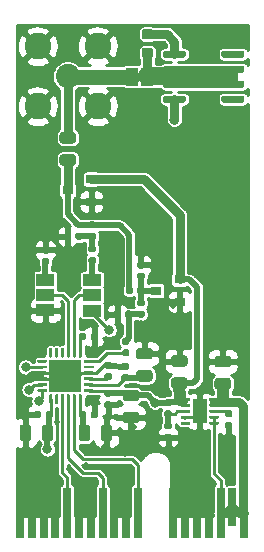
<source format=gbr>
%TF.GenerationSoftware,KiCad,Pcbnew,5.1.6*%
%TF.CreationDate,2020-08-11T21:36:28+00:00*%
%TF.ProjectId,SoundCard,536f756e-6443-4617-9264-2e6b69636164,rev?*%
%TF.SameCoordinates,Original*%
%TF.FileFunction,Copper,L1,Top*%
%TF.FilePolarity,Positive*%
%FSLAX46Y46*%
G04 Gerber Fmt 4.6, Leading zero omitted, Abs format (unit mm)*
G04 Created by KiCad (PCBNEW 5.1.6) date 2020-08-11 21:36:28*
%MOMM*%
%LPD*%
G01*
G04 APERTURE LIST*
%TA.AperFunction,EtchedComponent*%
%ADD10C,0.100000*%
%TD*%
%TA.AperFunction,ViaPad*%
%ADD11C,0.500000*%
%TD*%
%TA.AperFunction,SMDPad,CuDef*%
%ADD12R,2.700000X2.700000*%
%TD*%
%TA.AperFunction,ConnectorPad*%
%ADD13R,0.700000X4.300000*%
%TD*%
%TA.AperFunction,ConnectorPad*%
%ADD14R,0.700000X3.200000*%
%TD*%
%TA.AperFunction,SMDPad,CuDef*%
%ADD15R,1.200000X2.000000*%
%TD*%
%TA.AperFunction,SMDPad,CuDef*%
%ADD16R,1.000000X1.500000*%
%TD*%
%TA.AperFunction,SMDPad,CuDef*%
%ADD17R,0.900000X0.800000*%
%TD*%
%TA.AperFunction,ComponentPad*%
%ADD18C,2.050000*%
%TD*%
%TA.AperFunction,ComponentPad*%
%ADD19C,2.250000*%
%TD*%
%TA.AperFunction,SMDPad,CuDef*%
%ADD20R,1.500000X1.000000*%
%TD*%
%TA.AperFunction,ViaPad*%
%ADD21C,0.800000*%
%TD*%
%TA.AperFunction,Conductor*%
%ADD22C,0.250000*%
%TD*%
%TA.AperFunction,Conductor*%
%ADD23C,0.750000*%
%TD*%
%TA.AperFunction,Conductor*%
%ADD24C,1.000000*%
%TD*%
%TA.AperFunction,Conductor*%
%ADD25C,0.500000*%
%TD*%
%TA.AperFunction,Conductor*%
%ADD26C,1.250000*%
%TD*%
%TA.AperFunction,Conductor*%
%ADD27C,1.500000*%
%TD*%
%TA.AperFunction,Conductor*%
%ADD28C,0.254000*%
%TD*%
G04 APERTURE END LIST*
D10*
%TO.C,J2*%
G36*
X143821200Y-113680520D02*
G01*
X143321200Y-113680520D01*
X143321200Y-113080520D01*
X143821200Y-113080520D01*
X143821200Y-113680520D01*
G37*
%TD*%
D11*
%TO.N,GND*%
%TO.C,U3*%
X136209460Y-137618120D03*
X137309460Y-137618120D03*
X138409460Y-137618120D03*
X136209460Y-138718120D03*
X137309460Y-138718120D03*
X138409460Y-138718120D03*
X136209460Y-139818120D03*
X137309460Y-139818120D03*
X138409460Y-139818120D03*
D12*
%TD*%
%TO.P,U3,25*%
%TO.N,GND*%
X137309460Y-138718120D03*
%TO.P,U3,24*%
%TO.N,/DREG*%
%TA.AperFunction,SMDPad,CuDef*%
G36*
G01*
X138684460Y-140330620D02*
X138684460Y-141030620D01*
G75*
G02*
X138621960Y-141093120I-62500J0D01*
G01*
X138496960Y-141093120D01*
G75*
G02*
X138434460Y-141030620I0J62500D01*
G01*
X138434460Y-140330620D01*
G75*
G02*
X138496960Y-140268120I62500J0D01*
G01*
X138621960Y-140268120D01*
G75*
G02*
X138684460Y-140330620I0J-62500D01*
G01*
G37*
%TD.AperFunction*%
%TO.P,U3,23*%
%TO.N,/FSYNC*%
%TA.AperFunction,SMDPad,CuDef*%
G36*
G01*
X138184460Y-140330620D02*
X138184460Y-141030620D01*
G75*
G02*
X138121960Y-141093120I-62500J0D01*
G01*
X137996960Y-141093120D01*
G75*
G02*
X137934460Y-141030620I0J62500D01*
G01*
X137934460Y-140330620D01*
G75*
G02*
X137996960Y-140268120I62500J0D01*
G01*
X138121960Y-140268120D01*
G75*
G02*
X138184460Y-140330620I0J-62500D01*
G01*
G37*
%TD.AperFunction*%
%TO.P,U3,22*%
%TO.N,/BCLK*%
%TA.AperFunction,SMDPad,CuDef*%
G36*
G01*
X137684460Y-140330620D02*
X137684460Y-141030620D01*
G75*
G02*
X137621960Y-141093120I-62500J0D01*
G01*
X137496960Y-141093120D01*
G75*
G02*
X137434460Y-141030620I0J62500D01*
G01*
X137434460Y-140330620D01*
G75*
G02*
X137496960Y-140268120I62500J0D01*
G01*
X137621960Y-140268120D01*
G75*
G02*
X137684460Y-140330620I0J-62500D01*
G01*
G37*
%TD.AperFunction*%
%TO.P,U3,21*%
%TO.N,/SDOUT*%
%TA.AperFunction,SMDPad,CuDef*%
G36*
G01*
X137184460Y-140330620D02*
X137184460Y-141030620D01*
G75*
G02*
X137121960Y-141093120I-62500J0D01*
G01*
X136996960Y-141093120D01*
G75*
G02*
X136934460Y-141030620I0J62500D01*
G01*
X136934460Y-140330620D01*
G75*
G02*
X136996960Y-140268120I62500J0D01*
G01*
X137121960Y-140268120D01*
G75*
G02*
X137184460Y-140330620I0J-62500D01*
G01*
G37*
%TD.AperFunction*%
%TO.P,U3,20*%
%TO.N,N/C*%
%TA.AperFunction,SMDPad,CuDef*%
G36*
G01*
X136684460Y-140330620D02*
X136684460Y-141030620D01*
G75*
G02*
X136621960Y-141093120I-62500J0D01*
G01*
X136496960Y-141093120D01*
G75*
G02*
X136434460Y-141030620I0J62500D01*
G01*
X136434460Y-140330620D01*
G75*
G02*
X136496960Y-140268120I62500J0D01*
G01*
X136621960Y-140268120D01*
G75*
G02*
X136684460Y-140330620I0J-62500D01*
G01*
G37*
%TD.AperFunction*%
%TO.P,U3,19*%
%TO.N,VDD*%
%TA.AperFunction,SMDPad,CuDef*%
G36*
G01*
X136184460Y-140330620D02*
X136184460Y-141030620D01*
G75*
G02*
X136121960Y-141093120I-62500J0D01*
G01*
X135996960Y-141093120D01*
G75*
G02*
X135934460Y-141030620I0J62500D01*
G01*
X135934460Y-140330620D01*
G75*
G02*
X135996960Y-140268120I62500J0D01*
G01*
X136121960Y-140268120D01*
G75*
G02*
X136184460Y-140330620I0J-62500D01*
G01*
G37*
%TD.AperFunction*%
%TO.P,U3,18*%
%TO.N,/SDA*%
%TA.AperFunction,SMDPad,CuDef*%
G36*
G01*
X135759460Y-139905620D02*
X135759460Y-140030620D01*
G75*
G02*
X135696960Y-140093120I-62500J0D01*
G01*
X134996960Y-140093120D01*
G75*
G02*
X134934460Y-140030620I0J62500D01*
G01*
X134934460Y-139905620D01*
G75*
G02*
X134996960Y-139843120I62500J0D01*
G01*
X135696960Y-139843120D01*
G75*
G02*
X135759460Y-139905620I0J-62500D01*
G01*
G37*
%TD.AperFunction*%
%TO.P,U3,17*%
%TO.N,/SCL*%
%TA.AperFunction,SMDPad,CuDef*%
G36*
G01*
X135759460Y-139405620D02*
X135759460Y-139530620D01*
G75*
G02*
X135696960Y-139593120I-62500J0D01*
G01*
X134996960Y-139593120D01*
G75*
G02*
X134934460Y-139530620I0J62500D01*
G01*
X134934460Y-139405620D01*
G75*
G02*
X134996960Y-139343120I62500J0D01*
G01*
X135696960Y-139343120D01*
G75*
G02*
X135759460Y-139405620I0J-62500D01*
G01*
G37*
%TD.AperFunction*%
%TO.P,U3,16*%
%TO.N,GND*%
%TA.AperFunction,SMDPad,CuDef*%
G36*
G01*
X135759460Y-138905620D02*
X135759460Y-139030620D01*
G75*
G02*
X135696960Y-139093120I-62500J0D01*
G01*
X134996960Y-139093120D01*
G75*
G02*
X134934460Y-139030620I0J62500D01*
G01*
X134934460Y-138905620D01*
G75*
G02*
X134996960Y-138843120I62500J0D01*
G01*
X135696960Y-138843120D01*
G75*
G02*
X135759460Y-138905620I0J-62500D01*
G01*
G37*
%TD.AperFunction*%
%TO.P,U3,15*%
%TA.AperFunction,SMDPad,CuDef*%
G36*
G01*
X135759460Y-138405620D02*
X135759460Y-138530620D01*
G75*
G02*
X135696960Y-138593120I-62500J0D01*
G01*
X134996960Y-138593120D01*
G75*
G02*
X134934460Y-138530620I0J62500D01*
G01*
X134934460Y-138405620D01*
G75*
G02*
X134996960Y-138343120I62500J0D01*
G01*
X135696960Y-138343120D01*
G75*
G02*
X135759460Y-138405620I0J-62500D01*
G01*
G37*
%TD.AperFunction*%
%TO.P,U3,14*%
%TO.N,/SHDNZ*%
%TA.AperFunction,SMDPad,CuDef*%
G36*
G01*
X135759460Y-137905620D02*
X135759460Y-138030620D01*
G75*
G02*
X135696960Y-138093120I-62500J0D01*
G01*
X134996960Y-138093120D01*
G75*
G02*
X134934460Y-138030620I0J62500D01*
G01*
X134934460Y-137905620D01*
G75*
G02*
X134996960Y-137843120I62500J0D01*
G01*
X135696960Y-137843120D01*
G75*
G02*
X135759460Y-137905620I0J-62500D01*
G01*
G37*
%TD.AperFunction*%
%TO.P,U3,13*%
%TO.N,N/C*%
%TA.AperFunction,SMDPad,CuDef*%
G36*
G01*
X135759460Y-137405620D02*
X135759460Y-137530620D01*
G75*
G02*
X135696960Y-137593120I-62500J0D01*
G01*
X134996960Y-137593120D01*
G75*
G02*
X134934460Y-137530620I0J62500D01*
G01*
X134934460Y-137405620D01*
G75*
G02*
X134996960Y-137343120I62500J0D01*
G01*
X135696960Y-137343120D01*
G75*
G02*
X135759460Y-137405620I0J-62500D01*
G01*
G37*
%TD.AperFunction*%
%TO.P,U3,12*%
%TA.AperFunction,SMDPad,CuDef*%
G36*
G01*
X136184460Y-136405620D02*
X136184460Y-137105620D01*
G75*
G02*
X136121960Y-137168120I-62500J0D01*
G01*
X135996960Y-137168120D01*
G75*
G02*
X135934460Y-137105620I0J62500D01*
G01*
X135934460Y-136405620D01*
G75*
G02*
X135996960Y-136343120I62500J0D01*
G01*
X136121960Y-136343120D01*
G75*
G02*
X136184460Y-136405620I0J-62500D01*
G01*
G37*
%TD.AperFunction*%
%TO.P,U3,11*%
%TA.AperFunction,SMDPad,CuDef*%
G36*
G01*
X136684460Y-136405620D02*
X136684460Y-137105620D01*
G75*
G02*
X136621960Y-137168120I-62500J0D01*
G01*
X136496960Y-137168120D01*
G75*
G02*
X136434460Y-137105620I0J62500D01*
G01*
X136434460Y-136405620D01*
G75*
G02*
X136496960Y-136343120I62500J0D01*
G01*
X136621960Y-136343120D01*
G75*
G02*
X136684460Y-136405620I0J-62500D01*
G01*
G37*
%TD.AperFunction*%
%TO.P,U3,10*%
%TA.AperFunction,SMDPad,CuDef*%
G36*
G01*
X137184460Y-136405620D02*
X137184460Y-137105620D01*
G75*
G02*
X137121960Y-137168120I-62500J0D01*
G01*
X136996960Y-137168120D01*
G75*
G02*
X136934460Y-137105620I0J62500D01*
G01*
X136934460Y-136405620D01*
G75*
G02*
X136996960Y-136343120I62500J0D01*
G01*
X137121960Y-136343120D01*
G75*
G02*
X137184460Y-136405620I0J-62500D01*
G01*
G37*
%TD.AperFunction*%
%TO.P,U3,9*%
%TO.N,/IN2M*%
%TA.AperFunction,SMDPad,CuDef*%
G36*
G01*
X137684460Y-136405620D02*
X137684460Y-137105620D01*
G75*
G02*
X137621960Y-137168120I-62500J0D01*
G01*
X137496960Y-137168120D01*
G75*
G02*
X137434460Y-137105620I0J62500D01*
G01*
X137434460Y-136405620D01*
G75*
G02*
X137496960Y-136343120I62500J0D01*
G01*
X137621960Y-136343120D01*
G75*
G02*
X137684460Y-136405620I0J-62500D01*
G01*
G37*
%TD.AperFunction*%
%TO.P,U3,8*%
%TO.N,/IN2P*%
%TA.AperFunction,SMDPad,CuDef*%
G36*
G01*
X138184460Y-136405620D02*
X138184460Y-137105620D01*
G75*
G02*
X138121960Y-137168120I-62500J0D01*
G01*
X137996960Y-137168120D01*
G75*
G02*
X137934460Y-137105620I0J62500D01*
G01*
X137934460Y-136405620D01*
G75*
G02*
X137996960Y-136343120I62500J0D01*
G01*
X138121960Y-136343120D01*
G75*
G02*
X138184460Y-136405620I0J-62500D01*
G01*
G37*
%TD.AperFunction*%
%TO.P,U3,7*%
%TO.N,/IN1M*%
%TA.AperFunction,SMDPad,CuDef*%
G36*
G01*
X138684460Y-136405620D02*
X138684460Y-137105620D01*
G75*
G02*
X138621960Y-137168120I-62500J0D01*
G01*
X138496960Y-137168120D01*
G75*
G02*
X138434460Y-137105620I0J62500D01*
G01*
X138434460Y-136405620D01*
G75*
G02*
X138496960Y-136343120I62500J0D01*
G01*
X138621960Y-136343120D01*
G75*
G02*
X138684460Y-136405620I0J-62500D01*
G01*
G37*
%TD.AperFunction*%
%TO.P,U3,6*%
%TO.N,/IN1P*%
%TA.AperFunction,SMDPad,CuDef*%
G36*
G01*
X139684460Y-137405620D02*
X139684460Y-137530620D01*
G75*
G02*
X139621960Y-137593120I-62500J0D01*
G01*
X138921960Y-137593120D01*
G75*
G02*
X138859460Y-137530620I0J62500D01*
G01*
X138859460Y-137405620D01*
G75*
G02*
X138921960Y-137343120I62500J0D01*
G01*
X139621960Y-137343120D01*
G75*
G02*
X139684460Y-137405620I0J-62500D01*
G01*
G37*
%TD.AperFunction*%
%TO.P,U3,5*%
%TO.N,N/C*%
%TA.AperFunction,SMDPad,CuDef*%
G36*
G01*
X139684460Y-137905620D02*
X139684460Y-138030620D01*
G75*
G02*
X139621960Y-138093120I-62500J0D01*
G01*
X138921960Y-138093120D01*
G75*
G02*
X138859460Y-138030620I0J62500D01*
G01*
X138859460Y-137905620D01*
G75*
G02*
X138921960Y-137843120I62500J0D01*
G01*
X139621960Y-137843120D01*
G75*
G02*
X139684460Y-137905620I0J-62500D01*
G01*
G37*
%TD.AperFunction*%
%TO.P,U3,4*%
%TO.N,GND*%
%TA.AperFunction,SMDPad,CuDef*%
G36*
G01*
X139684460Y-138405620D02*
X139684460Y-138530620D01*
G75*
G02*
X139621960Y-138593120I-62500J0D01*
G01*
X138921960Y-138593120D01*
G75*
G02*
X138859460Y-138530620I0J62500D01*
G01*
X138859460Y-138405620D01*
G75*
G02*
X138921960Y-138343120I62500J0D01*
G01*
X139621960Y-138343120D01*
G75*
G02*
X139684460Y-138405620I0J-62500D01*
G01*
G37*
%TD.AperFunction*%
%TO.P,U3,3*%
%TO.N,Net-(C12-Pad2)*%
%TA.AperFunction,SMDPad,CuDef*%
G36*
G01*
X139684460Y-138905620D02*
X139684460Y-139030620D01*
G75*
G02*
X139621960Y-139093120I-62500J0D01*
G01*
X138921960Y-139093120D01*
G75*
G02*
X138859460Y-139030620I0J62500D01*
G01*
X138859460Y-138905620D01*
G75*
G02*
X138921960Y-138843120I62500J0D01*
G01*
X139621960Y-138843120D01*
G75*
G02*
X139684460Y-138905620I0J-62500D01*
G01*
G37*
%TD.AperFunction*%
%TO.P,U3,2*%
%TO.N,/AREG*%
%TA.AperFunction,SMDPad,CuDef*%
G36*
G01*
X139684460Y-139405620D02*
X139684460Y-139530620D01*
G75*
G02*
X139621960Y-139593120I-62500J0D01*
G01*
X138921960Y-139593120D01*
G75*
G02*
X138859460Y-139530620I0J62500D01*
G01*
X138859460Y-139405620D01*
G75*
G02*
X138921960Y-139343120I62500J0D01*
G01*
X139621960Y-139343120D01*
G75*
G02*
X139684460Y-139405620I0J-62500D01*
G01*
G37*
%TD.AperFunction*%
%TO.P,U3,1*%
%TO.N,VDD*%
%TA.AperFunction,SMDPad,CuDef*%
G36*
G01*
X139684460Y-139905620D02*
X139684460Y-140030620D01*
G75*
G02*
X139621960Y-140093120I-62500J0D01*
G01*
X138921960Y-140093120D01*
G75*
G02*
X138859460Y-140030620I0J62500D01*
G01*
X138859460Y-139905620D01*
G75*
G02*
X138921960Y-139843120I62500J0D01*
G01*
X139621960Y-139843120D01*
G75*
G02*
X139684460Y-139905620I0J-62500D01*
G01*
G37*
%TD.AperFunction*%
%TD*%
%TO.P,R1,2*%
%TO.N,Net-(J2-Pad1)*%
%TA.AperFunction,SMDPad,CuDef*%
G36*
G01*
X143990350Y-110926260D02*
X144502850Y-110926260D01*
G75*
G02*
X144721600Y-111145010I0J-218750D01*
G01*
X144721600Y-111582510D01*
G75*
G02*
X144502850Y-111801260I-218750J0D01*
G01*
X143990350Y-111801260D01*
G75*
G02*
X143771600Y-111582510I0J218750D01*
G01*
X143771600Y-111145010D01*
G75*
G02*
X143990350Y-110926260I218750J0D01*
G01*
G37*
%TD.AperFunction*%
%TO.P,R1,1*%
%TO.N,Net-(R1-Pad1)*%
%TA.AperFunction,SMDPad,CuDef*%
G36*
G01*
X143990350Y-109351260D02*
X144502850Y-109351260D01*
G75*
G02*
X144721600Y-109570010I0J-218750D01*
G01*
X144721600Y-110007510D01*
G75*
G02*
X144502850Y-110226260I-218750J0D01*
G01*
X143990350Y-110226260D01*
G75*
G02*
X143771600Y-110007510I0J218750D01*
G01*
X143771600Y-109570010D01*
G75*
G02*
X143990350Y-109351260I218750J0D01*
G01*
G37*
%TD.AperFunction*%
%TD*%
D13*
%TO.P,P1,B1*%
%TO.N,GND*%
X133451600Y-150368000D03*
%TO.P,P1,B2*%
X134451600Y-150368000D03*
%TO.P,P1,B3*%
X135451600Y-150368000D03*
%TO.P,P1,B4*%
X136451600Y-150368000D03*
%TO.P,P1,B5*%
%TO.N,/SDOUT*%
X137451600Y-150368000D03*
%TO.P,P1,B6*%
%TO.N,GND*%
X138451600Y-150368000D03*
%TO.P,P1,B7*%
X139451600Y-150368000D03*
%TO.P,P1,B8*%
%TO.N,/BCLK*%
X140451600Y-150368000D03*
%TO.P,P1,B9*%
%TO.N,GND*%
X141451600Y-150368000D03*
%TO.P,P1,B10*%
X142451600Y-150368000D03*
%TO.P,P1,B11*%
%TO.N,/FSYNC*%
X143451600Y-150368000D03*
%TO.P,P1,B14*%
%TO.N,GND*%
X148451600Y-150368000D03*
%TO.P,P1,B15*%
X149451600Y-150368000D03*
%TO.P,P1,B16*%
%TO.N,VCC*%
X150451600Y-150368000D03*
D14*
%TO.P,P1,B17*%
X151451600Y-149818000D03*
D13*
%TO.P,P1,B18*%
X152451600Y-150368000D03*
%TO.P,P1,B12*%
%TO.N,GND*%
X146451600Y-150368000D03*
%TO.P,P1,B13*%
X147451600Y-150368000D03*
%TD*%
D15*
%TO.P,U2,11*%
%TO.N,GND*%
X148678240Y-141716880D03*
%TO.P,U2,10*%
%TO.N,VCC*%
%TA.AperFunction,SMDPad,CuDef*%
G36*
G01*
X149478240Y-140779380D02*
X149478240Y-140654380D01*
G75*
G02*
X149540740Y-140591880I62500J0D01*
G01*
X150240740Y-140591880D01*
G75*
G02*
X150303240Y-140654380I0J-62500D01*
G01*
X150303240Y-140779380D01*
G75*
G02*
X150240740Y-140841880I-62500J0D01*
G01*
X149540740Y-140841880D01*
G75*
G02*
X149478240Y-140779380I0J62500D01*
G01*
G37*
%TD.AperFunction*%
%TO.P,U2,9*%
%TA.AperFunction,SMDPad,CuDef*%
G36*
G01*
X149478240Y-141279380D02*
X149478240Y-141154380D01*
G75*
G02*
X149540740Y-141091880I62500J0D01*
G01*
X150240740Y-141091880D01*
G75*
G02*
X150303240Y-141154380I0J-62500D01*
G01*
X150303240Y-141279380D01*
G75*
G02*
X150240740Y-141341880I-62500J0D01*
G01*
X149540740Y-141341880D01*
G75*
G02*
X149478240Y-141279380I0J62500D01*
G01*
G37*
%TD.AperFunction*%
%TO.P,U2,8*%
%TO.N,Net-(C6-Pad2)*%
%TA.AperFunction,SMDPad,CuDef*%
G36*
G01*
X149478240Y-141779380D02*
X149478240Y-141654380D01*
G75*
G02*
X149540740Y-141591880I62500J0D01*
G01*
X150240740Y-141591880D01*
G75*
G02*
X150303240Y-141654380I0J-62500D01*
G01*
X150303240Y-141779380D01*
G75*
G02*
X150240740Y-141841880I-62500J0D01*
G01*
X149540740Y-141841880D01*
G75*
G02*
X149478240Y-141779380I0J62500D01*
G01*
G37*
%TD.AperFunction*%
%TO.P,U2,7*%
%TO.N,VCC*%
%TA.AperFunction,SMDPad,CuDef*%
G36*
G01*
X149478240Y-142279380D02*
X149478240Y-142154380D01*
G75*
G02*
X149540740Y-142091880I62500J0D01*
G01*
X150240740Y-142091880D01*
G75*
G02*
X150303240Y-142154380I0J-62500D01*
G01*
X150303240Y-142279380D01*
G75*
G02*
X150240740Y-142341880I-62500J0D01*
G01*
X149540740Y-142341880D01*
G75*
G02*
X149478240Y-142279380I0J62500D01*
G01*
G37*
%TD.AperFunction*%
%TO.P,U2,6*%
%TA.AperFunction,SMDPad,CuDef*%
G36*
G01*
X149478240Y-142779380D02*
X149478240Y-142654380D01*
G75*
G02*
X149540740Y-142591880I62500J0D01*
G01*
X150240740Y-142591880D01*
G75*
G02*
X150303240Y-142654380I0J-62500D01*
G01*
X150303240Y-142779380D01*
G75*
G02*
X150240740Y-142841880I-62500J0D01*
G01*
X149540740Y-142841880D01*
G75*
G02*
X149478240Y-142779380I0J62500D01*
G01*
G37*
%TD.AperFunction*%
%TO.P,U2,5*%
%TO.N,N/C*%
%TA.AperFunction,SMDPad,CuDef*%
G36*
G01*
X147053240Y-142779380D02*
X147053240Y-142654380D01*
G75*
G02*
X147115740Y-142591880I62500J0D01*
G01*
X147815740Y-142591880D01*
G75*
G02*
X147878240Y-142654380I0J-62500D01*
G01*
X147878240Y-142779380D01*
G75*
G02*
X147815740Y-142841880I-62500J0D01*
G01*
X147115740Y-142841880D01*
G75*
G02*
X147053240Y-142779380I0J62500D01*
G01*
G37*
%TD.AperFunction*%
%TO.P,U2,4*%
%TO.N,GND*%
%TA.AperFunction,SMDPad,CuDef*%
G36*
G01*
X147053240Y-142279380D02*
X147053240Y-142154380D01*
G75*
G02*
X147115740Y-142091880I62500J0D01*
G01*
X147815740Y-142091880D01*
G75*
G02*
X147878240Y-142154380I0J-62500D01*
G01*
X147878240Y-142279380D01*
G75*
G02*
X147815740Y-142341880I-62500J0D01*
G01*
X147115740Y-142341880D01*
G75*
G02*
X147053240Y-142279380I0J62500D01*
G01*
G37*
%TD.AperFunction*%
%TO.P,U2,3*%
%TO.N,Net-(R4-Pad1)*%
%TA.AperFunction,SMDPad,CuDef*%
G36*
G01*
X147053240Y-141779380D02*
X147053240Y-141654380D01*
G75*
G02*
X147115740Y-141591880I62500J0D01*
G01*
X147815740Y-141591880D01*
G75*
G02*
X147878240Y-141654380I0J-62500D01*
G01*
X147878240Y-141779380D01*
G75*
G02*
X147815740Y-141841880I-62500J0D01*
G01*
X147115740Y-141841880D01*
G75*
G02*
X147053240Y-141779380I0J62500D01*
G01*
G37*
%TD.AperFunction*%
%TO.P,U2,2*%
%TO.N,VDD*%
%TA.AperFunction,SMDPad,CuDef*%
G36*
G01*
X147053240Y-141279380D02*
X147053240Y-141154380D01*
G75*
G02*
X147115740Y-141091880I62500J0D01*
G01*
X147815740Y-141091880D01*
G75*
G02*
X147878240Y-141154380I0J-62500D01*
G01*
X147878240Y-141279380D01*
G75*
G02*
X147815740Y-141341880I-62500J0D01*
G01*
X147115740Y-141341880D01*
G75*
G02*
X147053240Y-141279380I0J62500D01*
G01*
G37*
%TD.AperFunction*%
%TO.P,U2,1*%
%TA.AperFunction,SMDPad,CuDef*%
G36*
G01*
X147053240Y-140779380D02*
X147053240Y-140654380D01*
G75*
G02*
X147115740Y-140591880I62500J0D01*
G01*
X147815740Y-140591880D01*
G75*
G02*
X147878240Y-140654380I0J-62500D01*
G01*
X147878240Y-140779380D01*
G75*
G02*
X147815740Y-140841880I-62500J0D01*
G01*
X147115740Y-140841880D01*
G75*
G02*
X147053240Y-140779380I0J62500D01*
G01*
G37*
%TD.AperFunction*%
%TD*%
%TO.P,R6,2*%
%TO.N,/IEPE_OUT_ATT*%
%TA.AperFunction,SMDPad,CuDef*%
G36*
G01*
X143870460Y-132832200D02*
X143525460Y-132832200D01*
G75*
G02*
X143377960Y-132684700I0J147500D01*
G01*
X143377960Y-132389700D01*
G75*
G02*
X143525460Y-132242200I147500J0D01*
G01*
X143870460Y-132242200D01*
G75*
G02*
X144017960Y-132389700I0J-147500D01*
G01*
X144017960Y-132684700D01*
G75*
G02*
X143870460Y-132832200I-147500J0D01*
G01*
G37*
%TD.AperFunction*%
%TO.P,R6,1*%
%TO.N,Net-(C15-Pad1)*%
%TA.AperFunction,SMDPad,CuDef*%
G36*
G01*
X143870460Y-133802200D02*
X143525460Y-133802200D01*
G75*
G02*
X143377960Y-133654700I0J147500D01*
G01*
X143377960Y-133359700D01*
G75*
G02*
X143525460Y-133212200I147500J0D01*
G01*
X143870460Y-133212200D01*
G75*
G02*
X144017960Y-133359700I0J-147500D01*
G01*
X144017960Y-133654700D01*
G75*
G02*
X143870460Y-133802200I-147500J0D01*
G01*
G37*
%TD.AperFunction*%
%TD*%
%TO.P,R5,2*%
%TO.N,VDD*%
%TA.AperFunction,SMDPad,CuDef*%
G36*
G01*
X146176780Y-141270360D02*
X145831780Y-141270360D01*
G75*
G02*
X145684280Y-141122860I0J147500D01*
G01*
X145684280Y-140827860D01*
G75*
G02*
X145831780Y-140680360I147500J0D01*
G01*
X146176780Y-140680360D01*
G75*
G02*
X146324280Y-140827860I0J-147500D01*
G01*
X146324280Y-141122860D01*
G75*
G02*
X146176780Y-141270360I-147500J0D01*
G01*
G37*
%TD.AperFunction*%
%TO.P,R5,1*%
%TO.N,Net-(R4-Pad1)*%
%TA.AperFunction,SMDPad,CuDef*%
G36*
G01*
X146176780Y-142240360D02*
X145831780Y-142240360D01*
G75*
G02*
X145684280Y-142092860I0J147500D01*
G01*
X145684280Y-141797860D01*
G75*
G02*
X145831780Y-141650360I147500J0D01*
G01*
X146176780Y-141650360D01*
G75*
G02*
X146324280Y-141797860I0J-147500D01*
G01*
X146324280Y-142092860D01*
G75*
G02*
X146176780Y-142240360I-147500J0D01*
G01*
G37*
%TD.AperFunction*%
%TD*%
%TO.P,R4,2*%
%TO.N,GND*%
%TA.AperFunction,SMDPad,CuDef*%
G36*
G01*
X145831780Y-143621120D02*
X146176780Y-143621120D01*
G75*
G02*
X146324280Y-143768620I0J-147500D01*
G01*
X146324280Y-144063620D01*
G75*
G02*
X146176780Y-144211120I-147500J0D01*
G01*
X145831780Y-144211120D01*
G75*
G02*
X145684280Y-144063620I0J147500D01*
G01*
X145684280Y-143768620D01*
G75*
G02*
X145831780Y-143621120I147500J0D01*
G01*
G37*
%TD.AperFunction*%
%TO.P,R4,1*%
%TO.N,Net-(R4-Pad1)*%
%TA.AperFunction,SMDPad,CuDef*%
G36*
G01*
X145831780Y-142651120D02*
X146176780Y-142651120D01*
G75*
G02*
X146324280Y-142798620I0J-147500D01*
G01*
X146324280Y-143093620D01*
G75*
G02*
X146176780Y-143241120I-147500J0D01*
G01*
X145831780Y-143241120D01*
G75*
G02*
X145684280Y-143093620I0J147500D01*
G01*
X145684280Y-142798620D01*
G75*
G02*
X145831780Y-142651120I147500J0D01*
G01*
G37*
%TD.AperFunction*%
%TD*%
%TO.P,R3,2*%
%TO.N,/IEPE_OUT_ATT*%
%TA.AperFunction,SMDPad,CuDef*%
G36*
G01*
X143525460Y-129999240D02*
X143870460Y-129999240D01*
G75*
G02*
X144017960Y-130146740I0J-147500D01*
G01*
X144017960Y-130441740D01*
G75*
G02*
X143870460Y-130589240I-147500J0D01*
G01*
X143525460Y-130589240D01*
G75*
G02*
X143377960Y-130441740I0J147500D01*
G01*
X143377960Y-130146740D01*
G75*
G02*
X143525460Y-129999240I147500J0D01*
G01*
G37*
%TD.AperFunction*%
%TO.P,R3,1*%
%TO.N,GND*%
%TA.AperFunction,SMDPad,CuDef*%
G36*
G01*
X143525460Y-129029240D02*
X143870460Y-129029240D01*
G75*
G02*
X144017960Y-129176740I0J-147500D01*
G01*
X144017960Y-129471740D01*
G75*
G02*
X143870460Y-129619240I-147500J0D01*
G01*
X143525460Y-129619240D01*
G75*
G02*
X143377960Y-129471740I0J147500D01*
G01*
X143377960Y-129176740D01*
G75*
G02*
X143525460Y-129029240I147500J0D01*
G01*
G37*
%TD.AperFunction*%
%TD*%
%TO.P,R2,2*%
%TO.N,/IEPE_OUT*%
%TA.AperFunction,SMDPad,CuDef*%
G36*
G01*
X143022960Y-131323300D02*
X143022960Y-131668300D01*
G75*
G02*
X142875460Y-131815800I-147500J0D01*
G01*
X142580460Y-131815800D01*
G75*
G02*
X142432960Y-131668300I0J147500D01*
G01*
X142432960Y-131323300D01*
G75*
G02*
X142580460Y-131175800I147500J0D01*
G01*
X142875460Y-131175800D01*
G75*
G02*
X143022960Y-131323300I0J-147500D01*
G01*
G37*
%TD.AperFunction*%
%TO.P,R2,1*%
%TO.N,/IEPE_OUT_ATT*%
%TA.AperFunction,SMDPad,CuDef*%
G36*
G01*
X143992960Y-131323300D02*
X143992960Y-131668300D01*
G75*
G02*
X143845460Y-131815800I-147500J0D01*
G01*
X143550460Y-131815800D01*
G75*
G02*
X143402960Y-131668300I0J147500D01*
G01*
X143402960Y-131323300D01*
G75*
G02*
X143550460Y-131175800I147500J0D01*
G01*
X143845460Y-131175800D01*
G75*
G02*
X143992960Y-131323300I0J-147500D01*
G01*
G37*
%TD.AperFunction*%
%TD*%
D16*
%TO.P,J2,2*%
%TO.N,Net-(C9-Pad1)*%
X142921200Y-113380520D03*
%TO.P,J2,1*%
%TO.N,Net-(J2-Pad1)*%
X144221200Y-113380520D03*
%TD*%
%TO.P,C15,2*%
%TO.N,GND*%
%TA.AperFunction,SMDPad,CuDef*%
G36*
G01*
X141986640Y-133329900D02*
X141986640Y-133674900D01*
G75*
G02*
X141839140Y-133822400I-147500J0D01*
G01*
X141544140Y-133822400D01*
G75*
G02*
X141396640Y-133674900I0J147500D01*
G01*
X141396640Y-133329900D01*
G75*
G02*
X141544140Y-133182400I147500J0D01*
G01*
X141839140Y-133182400D01*
G75*
G02*
X141986640Y-133329900I0J-147500D01*
G01*
G37*
%TD.AperFunction*%
%TO.P,C15,1*%
%TO.N,Net-(C15-Pad1)*%
%TA.AperFunction,SMDPad,CuDef*%
G36*
G01*
X142956640Y-133329900D02*
X142956640Y-133674900D01*
G75*
G02*
X142809140Y-133822400I-147500J0D01*
G01*
X142514140Y-133822400D01*
G75*
G02*
X142366640Y-133674900I0J147500D01*
G01*
X142366640Y-133329900D01*
G75*
G02*
X142514140Y-133182400I147500J0D01*
G01*
X142809140Y-133182400D01*
G75*
G02*
X142956640Y-133329900I0J-147500D01*
G01*
G37*
%TD.AperFunction*%
%TD*%
%TO.P,C13,2*%
%TO.N,GND*%
%TA.AperFunction,SMDPad,CuDef*%
G36*
G01*
X147405410Y-137952300D02*
X146492910Y-137952300D01*
G75*
G02*
X146249160Y-137708550I0J243750D01*
G01*
X146249160Y-137221050D01*
G75*
G02*
X146492910Y-136977300I243750J0D01*
G01*
X147405410Y-136977300D01*
G75*
G02*
X147649160Y-137221050I0J-243750D01*
G01*
X147649160Y-137708550D01*
G75*
G02*
X147405410Y-137952300I-243750J0D01*
G01*
G37*
%TD.AperFunction*%
%TO.P,C13,1*%
%TO.N,VDD*%
%TA.AperFunction,SMDPad,CuDef*%
G36*
G01*
X147405410Y-139827300D02*
X146492910Y-139827300D01*
G75*
G02*
X146249160Y-139583550I0J243750D01*
G01*
X146249160Y-139096050D01*
G75*
G02*
X146492910Y-138852300I243750J0D01*
G01*
X147405410Y-138852300D01*
G75*
G02*
X147649160Y-139096050I0J-243750D01*
G01*
X147649160Y-139583550D01*
G75*
G02*
X147405410Y-139827300I-243750J0D01*
G01*
G37*
%TD.AperFunction*%
%TD*%
%TO.P,C9,2*%
%TO.N,/IEPE_OUT*%
%TA.AperFunction,SMDPad,CuDef*%
G36*
G01*
X137049190Y-119949520D02*
X137961690Y-119949520D01*
G75*
G02*
X138205440Y-120193270I0J-243750D01*
G01*
X138205440Y-120680770D01*
G75*
G02*
X137961690Y-120924520I-243750J0D01*
G01*
X137049190Y-120924520D01*
G75*
G02*
X136805440Y-120680770I0J243750D01*
G01*
X136805440Y-120193270D01*
G75*
G02*
X137049190Y-119949520I243750J0D01*
G01*
G37*
%TD.AperFunction*%
%TO.P,C9,1*%
%TO.N,Net-(C9-Pad1)*%
%TA.AperFunction,SMDPad,CuDef*%
G36*
G01*
X137049190Y-118074520D02*
X137961690Y-118074520D01*
G75*
G02*
X138205440Y-118318270I0J-243750D01*
G01*
X138205440Y-118805770D01*
G75*
G02*
X137961690Y-119049520I-243750J0D01*
G01*
X137049190Y-119049520D01*
G75*
G02*
X136805440Y-118805770I0J243750D01*
G01*
X136805440Y-118318270D01*
G75*
G02*
X137049190Y-118074520I243750J0D01*
G01*
G37*
%TD.AperFunction*%
%TD*%
%TO.P,C6,2*%
%TO.N,Net-(C6-Pad2)*%
%TA.AperFunction,SMDPad,CuDef*%
G36*
G01*
X151302500Y-142225400D02*
X150957500Y-142225400D01*
G75*
G02*
X150810000Y-142077900I0J147500D01*
G01*
X150810000Y-141782900D01*
G75*
G02*
X150957500Y-141635400I147500J0D01*
G01*
X151302500Y-141635400D01*
G75*
G02*
X151450000Y-141782900I0J-147500D01*
G01*
X151450000Y-142077900D01*
G75*
G02*
X151302500Y-142225400I-147500J0D01*
G01*
G37*
%TD.AperFunction*%
%TO.P,C6,1*%
%TO.N,GND*%
%TA.AperFunction,SMDPad,CuDef*%
G36*
G01*
X151302500Y-143195400D02*
X150957500Y-143195400D01*
G75*
G02*
X150810000Y-143047900I0J147500D01*
G01*
X150810000Y-142752900D01*
G75*
G02*
X150957500Y-142605400I147500J0D01*
G01*
X151302500Y-142605400D01*
G75*
G02*
X151450000Y-142752900I0J-147500D01*
G01*
X151450000Y-143047900D01*
G75*
G02*
X151302500Y-143195400I-147500J0D01*
G01*
G37*
%TD.AperFunction*%
%TD*%
%TO.P,C1,2*%
%TO.N,GND*%
%TA.AperFunction,SMDPad,CuDef*%
G36*
G01*
X151083330Y-137992460D02*
X150170830Y-137992460D01*
G75*
G02*
X149927080Y-137748710I0J243750D01*
G01*
X149927080Y-137261210D01*
G75*
G02*
X150170830Y-137017460I243750J0D01*
G01*
X151083330Y-137017460D01*
G75*
G02*
X151327080Y-137261210I0J-243750D01*
G01*
X151327080Y-137748710D01*
G75*
G02*
X151083330Y-137992460I-243750J0D01*
G01*
G37*
%TD.AperFunction*%
%TO.P,C1,1*%
%TO.N,VCC*%
%TA.AperFunction,SMDPad,CuDef*%
G36*
G01*
X151083330Y-139867460D02*
X150170830Y-139867460D01*
G75*
G02*
X149927080Y-139623710I0J243750D01*
G01*
X149927080Y-139136210D01*
G75*
G02*
X150170830Y-138892460I243750J0D01*
G01*
X151083330Y-138892460D01*
G75*
G02*
X151327080Y-139136210I0J-243750D01*
G01*
X151327080Y-139623710D01*
G75*
G02*
X151083330Y-139867460I-243750J0D01*
G01*
G37*
%TD.AperFunction*%
%TD*%
D17*
%TO.P,D1,3*%
%TO.N,/IEPE_OUT*%
X137490200Y-123007120D03*
%TO.P,D1,2*%
%TO.N,VDD*%
X139490200Y-122057120D03*
%TO.P,D1,1*%
%TO.N,GND*%
X139490200Y-123957120D03*
%TD*%
D18*
%TO.P,J1,1*%
%TO.N,Net-(C9-Pad1)*%
X137505440Y-113350040D03*
D19*
%TO.P,J1,2*%
%TO.N,GND*%
X140045440Y-115890040D03*
X140045440Y-110810040D03*
X134965440Y-110810040D03*
X134965440Y-115890040D03*
%TD*%
%TO.P,C2,2*%
%TO.N,VDD*%
%TA.AperFunction,SMDPad,CuDef*%
G36*
G01*
X135625200Y-142168660D02*
X135625200Y-141823660D01*
G75*
G02*
X135772700Y-141676160I147500J0D01*
G01*
X136067700Y-141676160D01*
G75*
G02*
X136215200Y-141823660I0J-147500D01*
G01*
X136215200Y-142168660D01*
G75*
G02*
X136067700Y-142316160I-147500J0D01*
G01*
X135772700Y-142316160D01*
G75*
G02*
X135625200Y-142168660I0J147500D01*
G01*
G37*
%TD.AperFunction*%
%TO.P,C2,1*%
%TO.N,GND*%
%TA.AperFunction,SMDPad,CuDef*%
G36*
G01*
X134655200Y-142168660D02*
X134655200Y-141823660D01*
G75*
G02*
X134802700Y-141676160I147500J0D01*
G01*
X135097700Y-141676160D01*
G75*
G02*
X135245200Y-141823660I0J-147500D01*
G01*
X135245200Y-142168660D01*
G75*
G02*
X135097700Y-142316160I-147500J0D01*
G01*
X134802700Y-142316160D01*
G75*
G02*
X134655200Y-142168660I0J147500D01*
G01*
G37*
%TD.AperFunction*%
%TD*%
%TO.P,C3,2*%
%TO.N,/DREG*%
%TA.AperFunction,SMDPad,CuDef*%
G36*
G01*
X139055200Y-141823660D02*
X139055200Y-142168660D01*
G75*
G02*
X138907700Y-142316160I-147500J0D01*
G01*
X138612700Y-142316160D01*
G75*
G02*
X138465200Y-142168660I0J147500D01*
G01*
X138465200Y-141823660D01*
G75*
G02*
X138612700Y-141676160I147500J0D01*
G01*
X138907700Y-141676160D01*
G75*
G02*
X139055200Y-141823660I0J-147500D01*
G01*
G37*
%TD.AperFunction*%
%TO.P,C3,1*%
%TO.N,GND*%
%TA.AperFunction,SMDPad,CuDef*%
G36*
G01*
X140025200Y-141823660D02*
X140025200Y-142168660D01*
G75*
G02*
X139877700Y-142316160I-147500J0D01*
G01*
X139582700Y-142316160D01*
G75*
G02*
X139435200Y-142168660I0J147500D01*
G01*
X139435200Y-141823660D01*
G75*
G02*
X139582700Y-141676160I147500J0D01*
G01*
X139877700Y-141676160D01*
G75*
G02*
X140025200Y-141823660I0J-147500D01*
G01*
G37*
%TD.AperFunction*%
%TD*%
%TO.P,C4,2*%
%TO.N,GND*%
%TA.AperFunction,SMDPad,CuDef*%
G36*
G01*
X134400900Y-143089310D02*
X134400900Y-144001810D01*
G75*
G02*
X134157150Y-144245560I-243750J0D01*
G01*
X133669650Y-144245560D01*
G75*
G02*
X133425900Y-144001810I0J243750D01*
G01*
X133425900Y-143089310D01*
G75*
G02*
X133669650Y-142845560I243750J0D01*
G01*
X134157150Y-142845560D01*
G75*
G02*
X134400900Y-143089310I0J-243750D01*
G01*
G37*
%TD.AperFunction*%
%TO.P,C4,1*%
%TO.N,VDD*%
%TA.AperFunction,SMDPad,CuDef*%
G36*
G01*
X136275900Y-143089310D02*
X136275900Y-144001810D01*
G75*
G02*
X136032150Y-144245560I-243750J0D01*
G01*
X135544650Y-144245560D01*
G75*
G02*
X135300900Y-144001810I0J243750D01*
G01*
X135300900Y-143089310D01*
G75*
G02*
X135544650Y-142845560I243750J0D01*
G01*
X136032150Y-142845560D01*
G75*
G02*
X136275900Y-143089310I0J-243750D01*
G01*
G37*
%TD.AperFunction*%
%TD*%
%TO.P,C5,2*%
%TO.N,GND*%
%TA.AperFunction,SMDPad,CuDef*%
G36*
G01*
X140300100Y-144001810D02*
X140300100Y-143089310D01*
G75*
G02*
X140543850Y-142845560I243750J0D01*
G01*
X141031350Y-142845560D01*
G75*
G02*
X141275100Y-143089310I0J-243750D01*
G01*
X141275100Y-144001810D01*
G75*
G02*
X141031350Y-144245560I-243750J0D01*
G01*
X140543850Y-144245560D01*
G75*
G02*
X140300100Y-144001810I0J243750D01*
G01*
G37*
%TD.AperFunction*%
%TO.P,C5,1*%
%TO.N,/DREG*%
%TA.AperFunction,SMDPad,CuDef*%
G36*
G01*
X138425100Y-144001810D02*
X138425100Y-143089310D01*
G75*
G02*
X138668850Y-142845560I243750J0D01*
G01*
X139156350Y-142845560D01*
G75*
G02*
X139400100Y-143089310I0J-243750D01*
G01*
X139400100Y-144001810D01*
G75*
G02*
X139156350Y-144245560I-243750J0D01*
G01*
X138668850Y-144245560D01*
G75*
G02*
X138425100Y-144001810I0J243750D01*
G01*
G37*
%TD.AperFunction*%
%TD*%
%TO.P,C7,2*%
%TO.N,VDD*%
%TA.AperFunction,SMDPad,CuDef*%
G36*
G01*
X141091700Y-140482960D02*
X140746700Y-140482960D01*
G75*
G02*
X140599200Y-140335460I0J147500D01*
G01*
X140599200Y-140040460D01*
G75*
G02*
X140746700Y-139892960I147500J0D01*
G01*
X141091700Y-139892960D01*
G75*
G02*
X141239200Y-140040460I0J-147500D01*
G01*
X141239200Y-140335460D01*
G75*
G02*
X141091700Y-140482960I-147500J0D01*
G01*
G37*
%TD.AperFunction*%
%TO.P,C7,1*%
%TO.N,GND*%
%TA.AperFunction,SMDPad,CuDef*%
G36*
G01*
X141091700Y-141452960D02*
X140746700Y-141452960D01*
G75*
G02*
X140599200Y-141305460I0J147500D01*
G01*
X140599200Y-141010460D01*
G75*
G02*
X140746700Y-140862960I147500J0D01*
G01*
X141091700Y-140862960D01*
G75*
G02*
X141239200Y-141010460I0J-147500D01*
G01*
X141239200Y-141305460D01*
G75*
G02*
X141091700Y-141452960I-147500J0D01*
G01*
G37*
%TD.AperFunction*%
%TD*%
%TO.P,C8,2*%
%TO.N,/AREG*%
%TA.AperFunction,SMDPad,CuDef*%
G36*
G01*
X142194500Y-138576960D02*
X142539500Y-138576960D01*
G75*
G02*
X142687000Y-138724460I0J-147500D01*
G01*
X142687000Y-139019460D01*
G75*
G02*
X142539500Y-139166960I-147500J0D01*
G01*
X142194500Y-139166960D01*
G75*
G02*
X142047000Y-139019460I0J147500D01*
G01*
X142047000Y-138724460D01*
G75*
G02*
X142194500Y-138576960I147500J0D01*
G01*
G37*
%TD.AperFunction*%
%TO.P,C8,1*%
%TO.N,GND*%
%TA.AperFunction,SMDPad,CuDef*%
G36*
G01*
X142194500Y-137606960D02*
X142539500Y-137606960D01*
G75*
G02*
X142687000Y-137754460I0J-147500D01*
G01*
X142687000Y-138049460D01*
G75*
G02*
X142539500Y-138196960I-147500J0D01*
G01*
X142194500Y-138196960D01*
G75*
G02*
X142047000Y-138049460I0J147500D01*
G01*
X142047000Y-137754460D01*
G75*
G02*
X142194500Y-137606960I147500J0D01*
G01*
G37*
%TD.AperFunction*%
%TD*%
%TO.P,C10,2*%
%TO.N,GND*%
%TA.AperFunction,SMDPad,CuDef*%
G36*
G01*
X142393350Y-141758060D02*
X143305850Y-141758060D01*
G75*
G02*
X143549600Y-142001810I0J-243750D01*
G01*
X143549600Y-142489310D01*
G75*
G02*
X143305850Y-142733060I-243750J0D01*
G01*
X142393350Y-142733060D01*
G75*
G02*
X142149600Y-142489310I0J243750D01*
G01*
X142149600Y-142001810D01*
G75*
G02*
X142393350Y-141758060I243750J0D01*
G01*
G37*
%TD.AperFunction*%
%TO.P,C10,1*%
%TO.N,VDD*%
%TA.AperFunction,SMDPad,CuDef*%
G36*
G01*
X142393350Y-139883060D02*
X143305850Y-139883060D01*
G75*
G02*
X143549600Y-140126810I0J-243750D01*
G01*
X143549600Y-140614310D01*
G75*
G02*
X143305850Y-140858060I-243750J0D01*
G01*
X142393350Y-140858060D01*
G75*
G02*
X142149600Y-140614310I0J243750D01*
G01*
X142149600Y-140126810D01*
G75*
G02*
X142393350Y-139883060I243750J0D01*
G01*
G37*
%TD.AperFunction*%
%TD*%
%TO.P,C14,2*%
%TO.N,GND*%
%TA.AperFunction,SMDPad,CuDef*%
G36*
G01*
X137780120Y-126736060D02*
X137780120Y-127081060D01*
G75*
G02*
X137632620Y-127228560I-147500J0D01*
G01*
X137337620Y-127228560D01*
G75*
G02*
X137190120Y-127081060I0J147500D01*
G01*
X137190120Y-126736060D01*
G75*
G02*
X137337620Y-126588560I147500J0D01*
G01*
X137632620Y-126588560D01*
G75*
G02*
X137780120Y-126736060I0J-147500D01*
G01*
G37*
%TD.AperFunction*%
%TO.P,C14,1*%
%TO.N,Net-(C14-Pad1)*%
%TA.AperFunction,SMDPad,CuDef*%
G36*
G01*
X138750120Y-126736060D02*
X138750120Y-127081060D01*
G75*
G02*
X138602620Y-127228560I-147500J0D01*
G01*
X138307620Y-127228560D01*
G75*
G02*
X138160120Y-127081060I0J147500D01*
G01*
X138160120Y-126736060D01*
G75*
G02*
X138307620Y-126588560I147500J0D01*
G01*
X138602620Y-126588560D01*
G75*
G02*
X138750120Y-126736060I0J-147500D01*
G01*
G37*
%TD.AperFunction*%
%TD*%
%TO.P,C11,2*%
%TO.N,GND*%
%TA.AperFunction,SMDPad,CuDef*%
G36*
G01*
X144448850Y-137332060D02*
X143536350Y-137332060D01*
G75*
G02*
X143292600Y-137088310I0J243750D01*
G01*
X143292600Y-136600810D01*
G75*
G02*
X143536350Y-136357060I243750J0D01*
G01*
X144448850Y-136357060D01*
G75*
G02*
X144692600Y-136600810I0J-243750D01*
G01*
X144692600Y-137088310D01*
G75*
G02*
X144448850Y-137332060I-243750J0D01*
G01*
G37*
%TD.AperFunction*%
%TO.P,C11,1*%
%TO.N,/AREG*%
%TA.AperFunction,SMDPad,CuDef*%
G36*
G01*
X144448850Y-139207060D02*
X143536350Y-139207060D01*
G75*
G02*
X143292600Y-138963310I0J243750D01*
G01*
X143292600Y-138475810D01*
G75*
G02*
X143536350Y-138232060I243750J0D01*
G01*
X144448850Y-138232060D01*
G75*
G02*
X144692600Y-138475810I0J-243750D01*
G01*
X144692600Y-138963310D01*
G75*
G02*
X144448850Y-139207060I-243750J0D01*
G01*
G37*
%TD.AperFunction*%
%TD*%
%TO.P,C12,2*%
%TO.N,Net-(C12-Pad2)*%
%TA.AperFunction,SMDPad,CuDef*%
G36*
G01*
X140746700Y-138480160D02*
X141091700Y-138480160D01*
G75*
G02*
X141239200Y-138627660I0J-147500D01*
G01*
X141239200Y-138922660D01*
G75*
G02*
X141091700Y-139070160I-147500J0D01*
G01*
X140746700Y-139070160D01*
G75*
G02*
X140599200Y-138922660I0J147500D01*
G01*
X140599200Y-138627660D01*
G75*
G02*
X140746700Y-138480160I147500J0D01*
G01*
G37*
%TD.AperFunction*%
%TO.P,C12,1*%
%TO.N,GND*%
%TA.AperFunction,SMDPad,CuDef*%
G36*
G01*
X140746700Y-137510160D02*
X141091700Y-137510160D01*
G75*
G02*
X141239200Y-137657660I0J-147500D01*
G01*
X141239200Y-137952660D01*
G75*
G02*
X141091700Y-138100160I-147500J0D01*
G01*
X140746700Y-138100160D01*
G75*
G02*
X140599200Y-137952660I0J147500D01*
G01*
X140599200Y-137657660D01*
G75*
G02*
X140746700Y-137510160I147500J0D01*
G01*
G37*
%TD.AperFunction*%
%TD*%
%TO.P,C18,2*%
%TO.N,GND*%
%TA.AperFunction,SMDPad,CuDef*%
G36*
G01*
X139432800Y-135564660D02*
X139432800Y-135219660D01*
G75*
G02*
X139580300Y-135072160I147500J0D01*
G01*
X139875300Y-135072160D01*
G75*
G02*
X140022800Y-135219660I0J-147500D01*
G01*
X140022800Y-135564660D01*
G75*
G02*
X139875300Y-135712160I-147500J0D01*
G01*
X139580300Y-135712160D01*
G75*
G02*
X139432800Y-135564660I0J147500D01*
G01*
G37*
%TD.AperFunction*%
%TO.P,C18,1*%
%TO.N,/IN1M*%
%TA.AperFunction,SMDPad,CuDef*%
G36*
G01*
X138462800Y-135564660D02*
X138462800Y-135219660D01*
G75*
G02*
X138610300Y-135072160I147500J0D01*
G01*
X138905300Y-135072160D01*
G75*
G02*
X139052800Y-135219660I0J-147500D01*
G01*
X139052800Y-135564660D01*
G75*
G02*
X138905300Y-135712160I-147500J0D01*
G01*
X138610300Y-135712160D01*
G75*
G02*
X138462800Y-135564660I0J147500D01*
G01*
G37*
%TD.AperFunction*%
%TD*%
%TO.P,R7,2*%
%TO.N,/IEPE_OUT*%
%TA.AperFunction,SMDPad,CuDef*%
G36*
G01*
X139755660Y-126238360D02*
X139410660Y-126238360D01*
G75*
G02*
X139263160Y-126090860I0J147500D01*
G01*
X139263160Y-125795860D01*
G75*
G02*
X139410660Y-125648360I147500J0D01*
G01*
X139755660Y-125648360D01*
G75*
G02*
X139903160Y-125795860I0J-147500D01*
G01*
X139903160Y-126090860D01*
G75*
G02*
X139755660Y-126238360I-147500J0D01*
G01*
G37*
%TD.AperFunction*%
%TO.P,R7,1*%
%TO.N,Net-(C14-Pad1)*%
%TA.AperFunction,SMDPad,CuDef*%
G36*
G01*
X139755660Y-127208360D02*
X139410660Y-127208360D01*
G75*
G02*
X139263160Y-127060860I0J147500D01*
G01*
X139263160Y-126765860D01*
G75*
G02*
X139410660Y-126618360I147500J0D01*
G01*
X139755660Y-126618360D01*
G75*
G02*
X139903160Y-126765860I0J-147500D01*
G01*
X139903160Y-127060860D01*
G75*
G02*
X139755660Y-127208360I-147500J0D01*
G01*
G37*
%TD.AperFunction*%
%TD*%
%TO.P,U1,1*%
%TO.N,Net-(R1-Pad1)*%
%TA.AperFunction,SMDPad,CuDef*%
G36*
G01*
X145565460Y-111633600D02*
X145565460Y-111333600D01*
G75*
G02*
X145715460Y-111183600I150000J0D01*
G01*
X147365460Y-111183600D01*
G75*
G02*
X147515460Y-111333600I0J-150000D01*
G01*
X147515460Y-111633600D01*
G75*
G02*
X147365460Y-111783600I-150000J0D01*
G01*
X145715460Y-111783600D01*
G75*
G02*
X145565460Y-111633600I0J150000D01*
G01*
G37*
%TD.AperFunction*%
%TO.P,U1,2*%
%TO.N,Net-(J2-Pad1)*%
%TA.AperFunction,SMDPad,CuDef*%
G36*
G01*
X145565460Y-112903600D02*
X145565460Y-112603600D01*
G75*
G02*
X145715460Y-112453600I150000J0D01*
G01*
X147365460Y-112453600D01*
G75*
G02*
X147515460Y-112603600I0J-150000D01*
G01*
X147515460Y-112903600D01*
G75*
G02*
X147365460Y-113053600I-150000J0D01*
G01*
X145715460Y-113053600D01*
G75*
G02*
X145565460Y-112903600I0J150000D01*
G01*
G37*
%TD.AperFunction*%
%TO.P,U1,3*%
%TA.AperFunction,SMDPad,CuDef*%
G36*
G01*
X145565460Y-114173600D02*
X145565460Y-113873600D01*
G75*
G02*
X145715460Y-113723600I150000J0D01*
G01*
X147365460Y-113723600D01*
G75*
G02*
X147515460Y-113873600I0J-150000D01*
G01*
X147515460Y-114173600D01*
G75*
G02*
X147365460Y-114323600I-150000J0D01*
G01*
X145715460Y-114323600D01*
G75*
G02*
X145565460Y-114173600I0J150000D01*
G01*
G37*
%TD.AperFunction*%
%TO.P,U1,4*%
%TO.N,+24V*%
%TA.AperFunction,SMDPad,CuDef*%
G36*
G01*
X145565460Y-115443600D02*
X145565460Y-115143600D01*
G75*
G02*
X145715460Y-114993600I150000J0D01*
G01*
X147365460Y-114993600D01*
G75*
G02*
X147515460Y-115143600I0J-150000D01*
G01*
X147515460Y-115443600D01*
G75*
G02*
X147365460Y-115593600I-150000J0D01*
G01*
X145715460Y-115593600D01*
G75*
G02*
X145565460Y-115443600I0J150000D01*
G01*
G37*
%TD.AperFunction*%
%TO.P,U1,5*%
%TO.N,N/C*%
%TA.AperFunction,SMDPad,CuDef*%
G36*
G01*
X150515460Y-115443600D02*
X150515460Y-115143600D01*
G75*
G02*
X150665460Y-114993600I150000J0D01*
G01*
X152315460Y-114993600D01*
G75*
G02*
X152465460Y-115143600I0J-150000D01*
G01*
X152465460Y-115443600D01*
G75*
G02*
X152315460Y-115593600I-150000J0D01*
G01*
X150665460Y-115593600D01*
G75*
G02*
X150515460Y-115443600I0J150000D01*
G01*
G37*
%TD.AperFunction*%
%TO.P,U1,6*%
%TO.N,Net-(J2-Pad1)*%
%TA.AperFunction,SMDPad,CuDef*%
G36*
G01*
X150515460Y-114173600D02*
X150515460Y-113873600D01*
G75*
G02*
X150665460Y-113723600I150000J0D01*
G01*
X152315460Y-113723600D01*
G75*
G02*
X152465460Y-113873600I0J-150000D01*
G01*
X152465460Y-114173600D01*
G75*
G02*
X152315460Y-114323600I-150000J0D01*
G01*
X150665460Y-114323600D01*
G75*
G02*
X150515460Y-114173600I0J150000D01*
G01*
G37*
%TD.AperFunction*%
%TO.P,U1,7*%
%TA.AperFunction,SMDPad,CuDef*%
G36*
G01*
X150515460Y-112903600D02*
X150515460Y-112603600D01*
G75*
G02*
X150665460Y-112453600I150000J0D01*
G01*
X152315460Y-112453600D01*
G75*
G02*
X152465460Y-112603600I0J-150000D01*
G01*
X152465460Y-112903600D01*
G75*
G02*
X152315460Y-113053600I-150000J0D01*
G01*
X150665460Y-113053600D01*
G75*
G02*
X150515460Y-112903600I0J150000D01*
G01*
G37*
%TD.AperFunction*%
%TO.P,U1,8*%
%TO.N,N/C*%
%TA.AperFunction,SMDPad,CuDef*%
G36*
G01*
X150515460Y-111633600D02*
X150515460Y-111333600D01*
G75*
G02*
X150665460Y-111183600I150000J0D01*
G01*
X152315460Y-111183600D01*
G75*
G02*
X152465460Y-111333600I0J-150000D01*
G01*
X152465460Y-111633600D01*
G75*
G02*
X152315460Y-111783600I-150000J0D01*
G01*
X150665460Y-111783600D01*
G75*
G02*
X150515460Y-111633600I0J150000D01*
G01*
G37*
%TD.AperFunction*%
%TD*%
D20*
%TO.P,J3,1*%
%TO.N,/ENHANCE_CH1*%
X139562840Y-130586960D03*
%TO.P,J3,2*%
%TO.N,/IN2P*%
X139562840Y-131886960D03*
%TO.P,J3,3*%
%TO.N,/PPS_ATT*%
X139562840Y-133186960D03*
%TD*%
%TO.P,C16,2*%
%TO.N,/IN1P*%
%TA.AperFunction,SMDPad,CuDef*%
G36*
G01*
X142230060Y-136484000D02*
X142575060Y-136484000D01*
G75*
G02*
X142722560Y-136631500I0J-147500D01*
G01*
X142722560Y-136926500D01*
G75*
G02*
X142575060Y-137074000I-147500J0D01*
G01*
X142230060Y-137074000D01*
G75*
G02*
X142082560Y-136926500I0J147500D01*
G01*
X142082560Y-136631500D01*
G75*
G02*
X142230060Y-136484000I147500J0D01*
G01*
G37*
%TD.AperFunction*%
%TO.P,C16,1*%
%TO.N,Net-(C15-Pad1)*%
%TA.AperFunction,SMDPad,CuDef*%
G36*
G01*
X142230060Y-135514000D02*
X142575060Y-135514000D01*
G75*
G02*
X142722560Y-135661500I0J-147500D01*
G01*
X142722560Y-135956500D01*
G75*
G02*
X142575060Y-136104000I-147500J0D01*
G01*
X142230060Y-136104000D01*
G75*
G02*
X142082560Y-135956500I0J147500D01*
G01*
X142082560Y-135661500D01*
G75*
G02*
X142230060Y-135514000I147500J0D01*
G01*
G37*
%TD.AperFunction*%
%TD*%
D17*
%TO.P,D2,3*%
%TO.N,/IEPE_OUT_ATT*%
X144979640Y-131495760D03*
%TO.P,D2,2*%
%TO.N,VDD*%
X146979640Y-130545760D03*
%TO.P,D2,1*%
%TO.N,GND*%
X146979640Y-132445760D03*
%TD*%
%TO.P,C17,2*%
%TO.N,/ENHANCE_CH1*%
%TA.AperFunction,SMDPad,CuDef*%
G36*
G01*
X139405580Y-128640200D02*
X139750580Y-128640200D01*
G75*
G02*
X139898080Y-128787700I0J-147500D01*
G01*
X139898080Y-129082700D01*
G75*
G02*
X139750580Y-129230200I-147500J0D01*
G01*
X139405580Y-129230200D01*
G75*
G02*
X139258080Y-129082700I0J147500D01*
G01*
X139258080Y-128787700D01*
G75*
G02*
X139405580Y-128640200I147500J0D01*
G01*
G37*
%TD.AperFunction*%
%TO.P,C17,1*%
%TO.N,Net-(C14-Pad1)*%
%TA.AperFunction,SMDPad,CuDef*%
G36*
G01*
X139405580Y-127670200D02*
X139750580Y-127670200D01*
G75*
G02*
X139898080Y-127817700I0J-147500D01*
G01*
X139898080Y-128112700D01*
G75*
G02*
X139750580Y-128260200I-147500J0D01*
G01*
X139405580Y-128260200D01*
G75*
G02*
X139258080Y-128112700I0J147500D01*
G01*
X139258080Y-127817700D01*
G75*
G02*
X139405580Y-127670200I147500J0D01*
G01*
G37*
%TD.AperFunction*%
%TD*%
%TO.P,C19,2*%
%TO.N,GND*%
%TA.AperFunction,SMDPad,CuDef*%
G36*
G01*
X135783100Y-128351920D02*
X135438100Y-128351920D01*
G75*
G02*
X135290600Y-128204420I0J147500D01*
G01*
X135290600Y-127909420D01*
G75*
G02*
X135438100Y-127761920I147500J0D01*
G01*
X135783100Y-127761920D01*
G75*
G02*
X135930600Y-127909420I0J-147500D01*
G01*
X135930600Y-128204420D01*
G75*
G02*
X135783100Y-128351920I-147500J0D01*
G01*
G37*
%TD.AperFunction*%
%TO.P,C19,1*%
%TO.N,/ENHANCE_AC*%
%TA.AperFunction,SMDPad,CuDef*%
G36*
G01*
X135783100Y-129321920D02*
X135438100Y-129321920D01*
G75*
G02*
X135290600Y-129174420I0J147500D01*
G01*
X135290600Y-128879420D01*
G75*
G02*
X135438100Y-128731920I147500J0D01*
G01*
X135783100Y-128731920D01*
G75*
G02*
X135930600Y-128879420I0J-147500D01*
G01*
X135930600Y-129174420D01*
G75*
G02*
X135783100Y-129321920I-147500J0D01*
G01*
G37*
%TD.AperFunction*%
%TD*%
D20*
%TO.P,J4,1*%
%TO.N,/ENHANCE_AC*%
X135610600Y-130566160D03*
%TO.P,J4,2*%
%TO.N,/IN2M*%
X135610600Y-131866160D03*
%TO.P,J4,3*%
%TO.N,GND*%
X135610600Y-133166160D03*
%TD*%
D11*
%TO.N,GND*%
X150891240Y-136133840D03*
D21*
%TO.N,+24V*%
X146522440Y-117017800D03*
%TO.N,VDD*%
X144902200Y-140975360D03*
X135788400Y-144922240D03*
%TO.N,/PPS_ATT*%
X141010640Y-134823200D03*
%TO.N,/SDA*%
X135051800Y-140853160D03*
%TO.N,/SCL*%
X134203440Y-139877800D03*
%TO.N,/SHDNZ*%
X133944360Y-137967720D03*
D11*
%TO.N,GND*%
X148031200Y-147335240D03*
X148021040Y-144937480D03*
X143007080Y-144653000D03*
X145120360Y-142214600D03*
X141925040Y-143311880D03*
X140858240Y-142082520D03*
X139313920Y-144886680D03*
X141925040Y-147060920D03*
X136428480Y-146380200D03*
X136428480Y-145633440D03*
D21*
X134518400Y-138709400D03*
X135224520Y-136662160D03*
X139522200Y-140771880D03*
X139552680Y-136621520D03*
D11*
X141152880Y-135849360D03*
X144312640Y-135422640D03*
X145608040Y-135422640D03*
X145597880Y-134223760D03*
X145638520Y-139740640D03*
X141818360Y-134340600D03*
X144983200Y-135412480D03*
X144942560Y-134213600D03*
X144302480Y-134213600D03*
X143687800Y-135427720D03*
X143672560Y-134208520D03*
X141823440Y-135432800D03*
X147314920Y-134604760D03*
X147314920Y-135366760D03*
X147314920Y-136215120D03*
X145602960Y-136204960D03*
X145592800Y-136931400D03*
X145618200Y-137637520D03*
X145613120Y-138374120D03*
X145633440Y-139039600D03*
X147325080Y-133731000D03*
X146441160Y-132821680D03*
X144139920Y-144642840D03*
X142321280Y-145308320D03*
X144256760Y-143017240D03*
X143139160Y-143062960D03*
X140563600Y-144749520D03*
X141051280Y-146624040D03*
X139039600Y-146283680D03*
X139816840Y-147726400D03*
X138160760Y-147299680D03*
X137627360Y-146573240D03*
X136428480Y-147142200D03*
X136799320Y-147706080D03*
X136585960Y-142585440D03*
X136652000Y-134940040D03*
X134040880Y-134960360D03*
X134025640Y-131754880D03*
X134061200Y-129092960D03*
X134045960Y-126608840D03*
X134061200Y-124200920D03*
X134045960Y-122082560D03*
X134061200Y-120106440D03*
X134061200Y-117947440D03*
X135859520Y-125379480D03*
X135834120Y-122925840D03*
X135778240Y-120944640D03*
X135727440Y-118938040D03*
X139385040Y-119430800D03*
X141376400Y-117983000D03*
X141406880Y-120761760D03*
X143337280Y-119425720D03*
X143388080Y-116794280D03*
X143362680Y-114731800D03*
X144851120Y-115564920D03*
X144952720Y-117911880D03*
X148976080Y-111490760D03*
X147721320Y-109529880D03*
X152156160Y-109494320D03*
X149951440Y-109540040D03*
X142539720Y-109519720D03*
X142529560Y-111612680D03*
X149037040Y-115270280D03*
X148930360Y-120782080D03*
X146954240Y-119385080D03*
X151048720Y-119237760D03*
X151104600Y-116575840D03*
X148899880Y-123642120D03*
X146908520Y-122031760D03*
X141142720Y-123169680D03*
X143301720Y-123139200D03*
X144592040Y-124327920D03*
X145775680Y-125562360D03*
X145882360Y-127492760D03*
X145872200Y-129346960D03*
X143764000Y-128036320D03*
X143784320Y-126380240D03*
X142356840Y-125079760D03*
X140533120Y-124952760D03*
X141676120Y-126979680D03*
X140512800Y-126969520D03*
X140512800Y-129387600D03*
X141752320Y-128437640D03*
X141782800Y-130291840D03*
X142758160Y-132511800D03*
X141813280Y-131582160D03*
X138678920Y-129463800D03*
X138663680Y-127838200D03*
X140522960Y-128066800D03*
X137546080Y-127980440D03*
X136550400Y-129219960D03*
X137038080Y-130545840D03*
X137815320Y-131622800D03*
X138242040Y-130520440D03*
X148920200Y-126486920D03*
X148920200Y-129143760D03*
X149433280Y-131521200D03*
X149499320Y-133410960D03*
X149473920Y-135453120D03*
X149407880Y-138729720D03*
X148727160Y-139948920D03*
X148711920Y-143591280D03*
X149407880Y-147335240D03*
X146674840Y-147365720D03*
X147340320Y-146070320D03*
X148757640Y-146055080D03*
X146298920Y-145069560D03*
X150901400Y-125023880D03*
X150881080Y-127741680D03*
X150916640Y-130352800D03*
X150916640Y-134172960D03*
X151155400Y-143885920D03*
X151368760Y-147507960D03*
X151043640Y-145481040D03*
X149179280Y-144592040D03*
X145059400Y-120731280D03*
X149057360Y-117952520D03*
X152318720Y-120416320D03*
X138475720Y-121975880D03*
X137703560Y-129184400D03*
%TD*%
D22*
%TO.N,VCC*%
X149890740Y-141216880D02*
X149890740Y-140949940D01*
X149890740Y-140949940D02*
X149890740Y-140716880D01*
X149890740Y-142216880D02*
X149890740Y-142716880D01*
D23*
X152001600Y-150368000D02*
X151451600Y-149818000D01*
X152451600Y-150368000D02*
X152001600Y-150368000D01*
X151451600Y-149818000D02*
X151436160Y-149818000D01*
X150886160Y-150368000D02*
X150451600Y-150368000D01*
X151436160Y-149818000D02*
X150886160Y-150368000D01*
X152303480Y-150219880D02*
X152451600Y-150368000D01*
X152303480Y-141279880D02*
X152303480Y-150219880D01*
X151973540Y-140949940D02*
X152303480Y-141279880D01*
D22*
X149890740Y-142716880D02*
X149890740Y-147005300D01*
X150451600Y-147566160D02*
X150451600Y-150368000D01*
X149890740Y-147005300D02*
X150451600Y-147566160D01*
D23*
X150627080Y-140944600D02*
X150632420Y-140949940D01*
X150632420Y-140949940D02*
X151973540Y-140949940D01*
X149890740Y-140949940D02*
X150632420Y-140949940D01*
D24*
X150627080Y-139379960D02*
X150632160Y-140558520D01*
D22*
%TO.N,Net-(C6-Pad2)*%
X150916480Y-141716880D02*
X151130000Y-141930400D01*
X149890740Y-141716880D02*
X150916480Y-141716880D01*
D23*
%TO.N,+24V*%
X146540460Y-116999780D02*
X146522440Y-117017800D01*
X146540460Y-115293600D02*
X146540460Y-116999780D01*
D25*
%TO.N,Net-(J2-Pad1)*%
X146537680Y-112720120D02*
X151487680Y-112720120D01*
D23*
X146525440Y-113944400D02*
X151475440Y-113944400D01*
D22*
%TO.N,GND*%
X138659460Y-138468120D02*
X138409460Y-138718120D01*
X139271960Y-138468120D02*
X138659460Y-138468120D01*
X140599200Y-137805160D02*
X140919200Y-137805160D01*
X139936240Y-138468120D02*
X140599200Y-137805160D01*
X139271960Y-138468120D02*
X139936240Y-138468120D01*
%TO.N,VDD*%
X136059460Y-141856900D02*
X135920200Y-141996160D01*
X135920200Y-143413760D02*
X135788400Y-143545560D01*
D25*
X146008060Y-140971580D02*
X146004280Y-140975360D01*
X147465740Y-140971580D02*
X146008060Y-140971580D01*
D22*
X147465740Y-140716880D02*
X147465740Y-140971580D01*
X147465740Y-140971580D02*
X147465740Y-141216880D01*
D25*
X145999480Y-140980160D02*
X146004280Y-140975360D01*
D22*
X142667000Y-140187960D02*
X142849600Y-140370560D01*
D25*
X135920200Y-141996160D02*
X135920200Y-143413760D01*
D22*
X136059460Y-140680620D02*
X136059460Y-141856900D01*
X139271960Y-139968120D02*
X140699360Y-139968120D01*
X140699360Y-139968120D02*
X140919200Y-140187960D01*
D25*
X140919200Y-140187960D02*
X142667000Y-140187960D01*
D24*
X146949160Y-139339800D02*
X146969480Y-140721080D01*
D25*
X146004280Y-140975360D02*
X144902200Y-140975360D01*
X144297400Y-140370560D02*
X142849600Y-140370560D01*
X144902200Y-140975360D02*
X144297400Y-140370560D01*
X146979640Y-130545760D02*
X147802520Y-130545760D01*
X147802520Y-130545760D02*
X148468080Y-131211320D01*
X148468080Y-131211320D02*
X148468080Y-139019280D01*
X148147560Y-139339800D02*
X146949160Y-139339800D01*
X148468080Y-139019280D02*
X148147560Y-139339800D01*
X135788400Y-144922240D02*
X135788400Y-143545560D01*
D23*
X139490200Y-122057120D02*
X143931600Y-122057120D01*
X146979640Y-125105160D02*
X146979640Y-130545760D01*
X143931600Y-122057120D02*
X146979640Y-125105160D01*
%TO.N,Net-(R1-Pad1)*%
X144246600Y-109788760D02*
X145912640Y-109788760D01*
X146540460Y-110416580D02*
X146540460Y-111483600D01*
X145912640Y-109788760D02*
X146540460Y-110416580D01*
D22*
%TO.N,/DREG*%
X138559460Y-141795420D02*
X138760200Y-141996160D01*
X138559460Y-140680620D02*
X138559460Y-141795420D01*
X138760200Y-143393160D02*
X138912600Y-143545560D01*
D25*
X138760200Y-141996160D02*
X138760200Y-143393160D01*
D22*
%TO.N,/AREG*%
X141770840Y-139468120D02*
X142367000Y-138871960D01*
X139271960Y-139468120D02*
X141770840Y-139468120D01*
X143840200Y-138871960D02*
X143992600Y-138719560D01*
D25*
X142367000Y-138871960D02*
X143840200Y-138871960D01*
D22*
%TO.N,/IN1P*%
X140797280Y-136779000D02*
X142402560Y-136779000D01*
X140108160Y-137468120D02*
X140797280Y-136779000D01*
X139271960Y-137468120D02*
X140108160Y-137468120D01*
%TO.N,Net-(C12-Pad2)*%
X140726240Y-138968120D02*
X140919200Y-138775160D01*
X139271960Y-138968120D02*
X140726240Y-138968120D01*
%TO.N,/IN1M*%
X138559460Y-135567500D02*
X138912600Y-135214360D01*
X138559460Y-136755620D02*
X138559460Y-135567500D01*
D23*
%TO.N,/ENHANCE_AC*%
X135600440Y-130576320D02*
X135610600Y-130566160D01*
D25*
X135610600Y-129026920D02*
X135610600Y-130566160D01*
D22*
%TO.N,/PPS_ATT*%
X139562840Y-133186960D02*
X139597920Y-133186960D01*
X139562840Y-133375400D02*
X141010640Y-134823200D01*
X139562840Y-133186960D02*
X139562840Y-133375400D01*
%TO.N,/IN2P*%
X138059460Y-136755620D02*
X138059460Y-132323540D01*
X138496040Y-131886960D02*
X139562840Y-131886960D01*
X138059460Y-132323540D02*
X138496040Y-131886960D01*
%TO.N,/IN2M*%
X135610600Y-131866160D02*
X137037600Y-131866160D01*
X137559460Y-132388020D02*
X137559460Y-136755620D01*
X137037600Y-131866160D02*
X137559460Y-132388020D01*
%TO.N,/FSYNC*%
X138059460Y-140680620D02*
X138059460Y-145029220D01*
X138059460Y-145029220D02*
X138805920Y-145775680D01*
X138805920Y-145775680D02*
X142981680Y-145775680D01*
X142981680Y-145775680D02*
X143451600Y-146245600D01*
X143451600Y-146245600D02*
X143451600Y-150368000D01*
%TO.N,/BCLK*%
X137559460Y-140680620D02*
X137559460Y-145682380D01*
X137559460Y-145682380D02*
X138816080Y-146939000D01*
X138816080Y-146939000D02*
X140040360Y-146939000D01*
X140451600Y-147350240D02*
X140451600Y-150368000D01*
X140040360Y-146939000D02*
X140451600Y-147350240D01*
%TO.N,/SDOUT*%
X137059460Y-140680620D02*
X137059460Y-146914660D01*
X137451600Y-147306800D02*
X137451600Y-150368000D01*
X137059460Y-146914660D02*
X137451600Y-147306800D01*
%TO.N,/SDA*%
X135346960Y-140558000D02*
X135051800Y-140853160D01*
X135346960Y-139968120D02*
X135346960Y-140558000D01*
%TO.N,/SCL*%
X134613120Y-139468120D02*
X134203440Y-139877800D01*
X135346960Y-139468120D02*
X134613120Y-139468120D01*
%TO.N,/SHDNZ*%
X133944760Y-137968120D02*
X133944360Y-137967720D01*
X135346960Y-137968120D02*
X133944760Y-137968120D01*
D23*
%TO.N,GND*%
X142451600Y-150368000D02*
X141451600Y-150368000D01*
X139451600Y-150368000D02*
X138451600Y-150368000D01*
X136451600Y-150368000D02*
X135451600Y-150368000D01*
X135451600Y-150368000D02*
X134451600Y-150368000D01*
X134451600Y-150368000D02*
X133451600Y-150368000D01*
X149451600Y-150368000D02*
X148451600Y-150368000D01*
X148451600Y-150368000D02*
X147451600Y-150368000D01*
X147451600Y-150368000D02*
X146526610Y-150368000D01*
D22*
X135959460Y-138468120D02*
X136209460Y-138718120D01*
X135346960Y-138468120D02*
X135959460Y-138468120D01*
X135959460Y-138968120D02*
X136209460Y-138718120D01*
X135346960Y-138968120D02*
X135959460Y-138968120D01*
X148178240Y-142216880D02*
X148678240Y-141716880D01*
X147465740Y-142216880D02*
X148178240Y-142216880D01*
D23*
%TO.N,/IEPE_OUT*%
X137505440Y-122991880D02*
X137490200Y-123007120D01*
X137505440Y-120437020D02*
X137505440Y-122991880D01*
D25*
X137490200Y-123007120D02*
X137490200Y-125039120D01*
X138394440Y-125943360D02*
X139583160Y-125943360D01*
X137490200Y-125039120D02*
X138394440Y-125943360D01*
X139583160Y-125943360D02*
X141894560Y-125943360D01*
X142727960Y-126776760D02*
X142727960Y-131495800D01*
X141894560Y-125943360D02*
X142727960Y-126776760D01*
D23*
%TO.N,Net-(C9-Pad1)*%
X137535920Y-113380520D02*
X137505440Y-113350040D01*
X137505440Y-113350040D02*
X137505440Y-118562020D01*
D26*
X142921200Y-113380520D02*
X137535920Y-113380520D01*
D25*
%TO.N,Net-(C14-Pad1)*%
X139578360Y-126908560D02*
X139583160Y-126913360D01*
X138455120Y-126908560D02*
X139578360Y-126908560D01*
X139583160Y-127960120D02*
X139578080Y-127965200D01*
X139583160Y-126913360D02*
X139583160Y-127960120D01*
%TO.N,Net-(C15-Pad1)*%
X142666440Y-133507200D02*
X142661640Y-133502400D01*
X143697960Y-133507200D02*
X142666440Y-133507200D01*
X142661640Y-135549920D02*
X142402560Y-135809000D01*
X142661640Y-133502400D02*
X142661640Y-135549920D01*
%TO.N,/ENHANCE_CH1*%
X139578080Y-130571720D02*
X139562840Y-130586960D01*
X139578080Y-128935200D02*
X139578080Y-130571720D01*
%TO.N,/IEPE_OUT_ATT*%
X144979600Y-131495800D02*
X144979640Y-131495760D01*
X143697960Y-131495800D02*
X144979600Y-131495800D01*
X143697960Y-130294240D02*
X143697960Y-131495800D01*
X143697960Y-131495800D02*
X143697960Y-132537200D01*
D23*
%TO.N,Net-(J2-Pad1)*%
X144243820Y-113357900D02*
X144221200Y-113380520D01*
D27*
X146540460Y-113357900D02*
X144243820Y-113357900D01*
D23*
X144246600Y-113355120D02*
X144221200Y-113380520D01*
X144246600Y-111363760D02*
X144246600Y-113355120D01*
X146543460Y-113354900D02*
X146540460Y-113357900D01*
D24*
X151368760Y-113344960D02*
X146421760Y-113344960D01*
D23*
X151505920Y-113073860D02*
X151505920Y-113675160D01*
D25*
%TO.N,Net-(R4-Pad1)*%
X146004280Y-142946120D02*
X146004280Y-141945360D01*
D22*
X147465740Y-141716880D02*
X146786480Y-141716880D01*
X146558000Y-141945360D02*
X146004280Y-141945360D01*
X146786480Y-141716880D02*
X146558000Y-141945360D01*
%TD*%
D28*
%TO.N,GND*%
G36*
X138805920Y-146229867D02*
G01*
X138828125Y-146227680D01*
X142794456Y-146227680D01*
X142999600Y-146432824D01*
X142999600Y-147907228D01*
X142975857Y-147914430D01*
X142919050Y-147944794D01*
X142869257Y-147985657D01*
X142828394Y-148035450D01*
X142798030Y-148092257D01*
X142779332Y-148153897D01*
X142773018Y-148218000D01*
X142773018Y-150581360D01*
X141130182Y-150581360D01*
X141130182Y-148218000D01*
X141123868Y-148153897D01*
X141105170Y-148092257D01*
X141074806Y-148035450D01*
X141033943Y-147985657D01*
X140984150Y-147944794D01*
X140927343Y-147914430D01*
X140903600Y-147907228D01*
X140903600Y-147372444D01*
X140905787Y-147350239D01*
X140897060Y-147261632D01*
X140871214Y-147176430D01*
X140855241Y-147146546D01*
X140829243Y-147097907D01*
X140772759Y-147029081D01*
X140755511Y-147014926D01*
X140375683Y-146635100D01*
X140361519Y-146617841D01*
X140292693Y-146561357D01*
X140214170Y-146519386D01*
X140128967Y-146493540D01*
X140062565Y-146487000D01*
X140040360Y-146484813D01*
X140018155Y-146487000D01*
X139003304Y-146487000D01*
X138739643Y-146223339D01*
X138805920Y-146229867D01*
G37*
X138805920Y-146229867D02*
X138828125Y-146227680D01*
X142794456Y-146227680D01*
X142999600Y-146432824D01*
X142999600Y-147907228D01*
X142975857Y-147914430D01*
X142919050Y-147944794D01*
X142869257Y-147985657D01*
X142828394Y-148035450D01*
X142798030Y-148092257D01*
X142779332Y-148153897D01*
X142773018Y-148218000D01*
X142773018Y-150581360D01*
X141130182Y-150581360D01*
X141130182Y-148218000D01*
X141123868Y-148153897D01*
X141105170Y-148092257D01*
X141074806Y-148035450D01*
X141033943Y-147985657D01*
X140984150Y-147944794D01*
X140927343Y-147914430D01*
X140903600Y-147907228D01*
X140903600Y-147372444D01*
X140905787Y-147350239D01*
X140897060Y-147261632D01*
X140871214Y-147176430D01*
X140855241Y-147146546D01*
X140829243Y-147097907D01*
X140772759Y-147029081D01*
X140755511Y-147014926D01*
X140375683Y-146635100D01*
X140361519Y-146617841D01*
X140292693Y-146561357D01*
X140214170Y-146519386D01*
X140128967Y-146493540D01*
X140062565Y-146487000D01*
X140040360Y-146484813D01*
X140018155Y-146487000D01*
X139003304Y-146487000D01*
X138739643Y-146223339D01*
X138805920Y-146229867D01*
G36*
X138480761Y-147242905D02*
G01*
X138494921Y-147260159D01*
X138563747Y-147316643D01*
X138596733Y-147334274D01*
X138642270Y-147358614D01*
X138727472Y-147384460D01*
X138816079Y-147393187D01*
X138838284Y-147391000D01*
X139853136Y-147391000D01*
X139999600Y-147537464D01*
X139999600Y-147907228D01*
X139975857Y-147914430D01*
X139919050Y-147944794D01*
X139869257Y-147985657D01*
X139828394Y-148035450D01*
X139798030Y-148092257D01*
X139779332Y-148153897D01*
X139773018Y-148218000D01*
X139773018Y-150581360D01*
X138130182Y-150581360D01*
X138130182Y-148218000D01*
X138123868Y-148153897D01*
X138105170Y-148092257D01*
X138074806Y-148035450D01*
X138033943Y-147985657D01*
X137984150Y-147944794D01*
X137927343Y-147914430D01*
X137903600Y-147907228D01*
X137903600Y-147329005D01*
X137905787Y-147306800D01*
X137897060Y-147218192D01*
X137871214Y-147132990D01*
X137864645Y-147120700D01*
X137829243Y-147054467D01*
X137772759Y-146985641D01*
X137755506Y-146971482D01*
X137511460Y-146727437D01*
X137511460Y-146273603D01*
X138480761Y-147242905D01*
G37*
X138480761Y-147242905D02*
X138494921Y-147260159D01*
X138563747Y-147316643D01*
X138596733Y-147334274D01*
X138642270Y-147358614D01*
X138727472Y-147384460D01*
X138816079Y-147393187D01*
X138838284Y-147391000D01*
X139853136Y-147391000D01*
X139999600Y-147537464D01*
X139999600Y-147907228D01*
X139975857Y-147914430D01*
X139919050Y-147944794D01*
X139869257Y-147985657D01*
X139828394Y-148035450D01*
X139798030Y-148092257D01*
X139779332Y-148153897D01*
X139773018Y-148218000D01*
X139773018Y-150581360D01*
X138130182Y-150581360D01*
X138130182Y-148218000D01*
X138123868Y-148153897D01*
X138105170Y-148092257D01*
X138074806Y-148035450D01*
X138033943Y-147985657D01*
X137984150Y-147944794D01*
X137927343Y-147914430D01*
X137903600Y-147907228D01*
X137903600Y-147329005D01*
X137905787Y-147306800D01*
X137897060Y-147218192D01*
X137871214Y-147132990D01*
X137864645Y-147120700D01*
X137829243Y-147054467D01*
X137772759Y-146985641D01*
X137755506Y-146971482D01*
X137511460Y-146727437D01*
X137511460Y-146273603D01*
X138480761Y-147242905D01*
G36*
X152724041Y-111087648D02*
G01*
X152713386Y-111067714D01*
X152653869Y-110995191D01*
X152581346Y-110935674D01*
X152498605Y-110891448D01*
X152408827Y-110864214D01*
X152315460Y-110855018D01*
X150665460Y-110855018D01*
X150572093Y-110864214D01*
X150482315Y-110891448D01*
X150399574Y-110935674D01*
X150327051Y-110995191D01*
X150267534Y-111067714D01*
X150223308Y-111150455D01*
X150196074Y-111240233D01*
X150186878Y-111333600D01*
X150186878Y-111633600D01*
X150196074Y-111726967D01*
X150223308Y-111816745D01*
X150267534Y-111899486D01*
X150327051Y-111972009D01*
X150399574Y-112031526D01*
X150482315Y-112075752D01*
X150572093Y-112102986D01*
X150665460Y-112112182D01*
X152315460Y-112112182D01*
X152408827Y-112102986D01*
X152498605Y-112075752D01*
X152581346Y-112031526D01*
X152653869Y-111972009D01*
X152713386Y-111899486D01*
X152724041Y-111879552D01*
X152724041Y-112357648D01*
X152713386Y-112337714D01*
X152653869Y-112265191D01*
X152581346Y-112205674D01*
X152498605Y-112161448D01*
X152408827Y-112134214D01*
X152315460Y-112125018D01*
X150665460Y-112125018D01*
X150572093Y-112134214D01*
X150542734Y-112143120D01*
X147488186Y-112143120D01*
X147458827Y-112134214D01*
X147365460Y-112125018D01*
X146829641Y-112125018D01*
X146853655Y-112112182D01*
X147365460Y-112112182D01*
X147458827Y-112102986D01*
X147548605Y-112075752D01*
X147631346Y-112031526D01*
X147703869Y-111972009D01*
X147763386Y-111899486D01*
X147807612Y-111816745D01*
X147834846Y-111726967D01*
X147844042Y-111633600D01*
X147844042Y-111333600D01*
X147834846Y-111240233D01*
X147807612Y-111150455D01*
X147763386Y-111067714D01*
X147703869Y-110995191D01*
X147631346Y-110935674D01*
X147548605Y-110891448D01*
X147458827Y-110864214D01*
X147365460Y-110855018D01*
X147242460Y-110855018D01*
X147242460Y-110451053D01*
X147245855Y-110416580D01*
X147242460Y-110382107D01*
X147242460Y-110382100D01*
X147232302Y-110278964D01*
X147202481Y-110180656D01*
X147192161Y-110146636D01*
X147126975Y-110024683D01*
X147061230Y-109944572D01*
X147061223Y-109944565D01*
X147039249Y-109917790D01*
X147012475Y-109895817D01*
X146433411Y-109316754D01*
X146411430Y-109289970D01*
X146304537Y-109202245D01*
X146182583Y-109137059D01*
X146050256Y-109096918D01*
X145947120Y-109086760D01*
X145947110Y-109086760D01*
X145912640Y-109083365D01*
X145878170Y-109086760D01*
X144754248Y-109086760D01*
X144712305Y-109064341D01*
X144609629Y-109033195D01*
X144502850Y-109022678D01*
X143990350Y-109022678D01*
X143883571Y-109033195D01*
X143780895Y-109064341D01*
X143686269Y-109114920D01*
X143603328Y-109182988D01*
X143535260Y-109265929D01*
X143484681Y-109360555D01*
X143453535Y-109463231D01*
X143443018Y-109570010D01*
X143443018Y-110007510D01*
X143453535Y-110114289D01*
X143484681Y-110216965D01*
X143535260Y-110311591D01*
X143603328Y-110394532D01*
X143686269Y-110462600D01*
X143780895Y-110513179D01*
X143883571Y-110544325D01*
X143990350Y-110554842D01*
X144502850Y-110554842D01*
X144609629Y-110544325D01*
X144712305Y-110513179D01*
X144754248Y-110490760D01*
X145621863Y-110490760D01*
X145838460Y-110707358D01*
X145838460Y-110855018D01*
X145715460Y-110855018D01*
X145622093Y-110864214D01*
X145532315Y-110891448D01*
X145449574Y-110935674D01*
X145377051Y-110995191D01*
X145317534Y-111067714D01*
X145273308Y-111150455D01*
X145246074Y-111240233D01*
X145236878Y-111333600D01*
X145236878Y-111633600D01*
X145246074Y-111726967D01*
X145273308Y-111816745D01*
X145317534Y-111899486D01*
X145377051Y-111972009D01*
X145449574Y-112031526D01*
X145532315Y-112075752D01*
X145622093Y-112102986D01*
X145715460Y-112112182D01*
X146227266Y-112112182D01*
X146251280Y-112125018D01*
X145715460Y-112125018D01*
X145622093Y-112134214D01*
X145532315Y-112161448D01*
X145449574Y-112205674D01*
X145377051Y-112265191D01*
X145364159Y-112280900D01*
X144948600Y-112280900D01*
X144948600Y-111897972D01*
X144957940Y-111886591D01*
X145008519Y-111791965D01*
X145039665Y-111689289D01*
X145050182Y-111582510D01*
X145050182Y-111145010D01*
X145039665Y-111038231D01*
X145008519Y-110935555D01*
X144957940Y-110840929D01*
X144889872Y-110757988D01*
X144806931Y-110689920D01*
X144712305Y-110639341D01*
X144609629Y-110608195D01*
X144502850Y-110597678D01*
X143990350Y-110597678D01*
X143883571Y-110608195D01*
X143780895Y-110639341D01*
X143686269Y-110689920D01*
X143603328Y-110757988D01*
X143535260Y-110840929D01*
X143484681Y-110935555D01*
X143453535Y-111038231D01*
X143443018Y-111145010D01*
X143443018Y-111582510D01*
X143453535Y-111689289D01*
X143484681Y-111791965D01*
X143535260Y-111886591D01*
X143544600Y-111897972D01*
X143544600Y-112326239D01*
X143485303Y-112308252D01*
X143421200Y-112301938D01*
X142421200Y-112301938D01*
X142357097Y-112308252D01*
X142295457Y-112326950D01*
X142238650Y-112357314D01*
X142188857Y-112398177D01*
X142163956Y-112428520D01*
X140752981Y-112428520D01*
X140775125Y-112421006D01*
X140979519Y-112311754D01*
X141090366Y-112034571D01*
X140045440Y-110989645D01*
X139000514Y-112034571D01*
X139111361Y-112311754D01*
X139348067Y-112428520D01*
X138495937Y-112428520D01*
X138367290Y-112299873D01*
X138145852Y-112151913D01*
X137899804Y-112049996D01*
X137638600Y-111998040D01*
X137372280Y-111998040D01*
X137111076Y-112049996D01*
X136865028Y-112151913D01*
X136643590Y-112299873D01*
X136455273Y-112488190D01*
X136307313Y-112709628D01*
X136205396Y-112955676D01*
X136153440Y-113216880D01*
X136153440Y-113483200D01*
X136205396Y-113744404D01*
X136307313Y-113990452D01*
X136455273Y-114211890D01*
X136643590Y-114400207D01*
X136803440Y-114507015D01*
X136803441Y-117803790D01*
X136731219Y-117842393D01*
X136644490Y-117913570D01*
X136573313Y-118000299D01*
X136520424Y-118099248D01*
X136487855Y-118206614D01*
X136476858Y-118318270D01*
X136476858Y-118805770D01*
X136487855Y-118917426D01*
X136520424Y-119024792D01*
X136573313Y-119123741D01*
X136644490Y-119210470D01*
X136731219Y-119281647D01*
X136830168Y-119334536D01*
X136937534Y-119367105D01*
X137049190Y-119378102D01*
X137961690Y-119378102D01*
X138073346Y-119367105D01*
X138180712Y-119334536D01*
X138279661Y-119281647D01*
X138366390Y-119210470D01*
X138437567Y-119123741D01*
X138490456Y-119024792D01*
X138523025Y-118917426D01*
X138534022Y-118805770D01*
X138534022Y-118318270D01*
X138523025Y-118206614D01*
X138490456Y-118099248D01*
X138437567Y-118000299D01*
X138366390Y-117913570D01*
X138279661Y-117842393D01*
X138207440Y-117803790D01*
X138207440Y-117114571D01*
X139000514Y-117114571D01*
X139111361Y-117391754D01*
X139422280Y-117545129D01*
X139757145Y-117634900D01*
X140103090Y-117657616D01*
X140446820Y-117612406D01*
X140775125Y-117501006D01*
X140979519Y-117391754D01*
X141090366Y-117114571D01*
X140045440Y-116069645D01*
X139000514Y-117114571D01*
X138207440Y-117114571D01*
X138207440Y-115947690D01*
X138277864Y-115947690D01*
X138323074Y-116291420D01*
X138434474Y-116619725D01*
X138543726Y-116824119D01*
X138820909Y-116934966D01*
X139865835Y-115890040D01*
X140225045Y-115890040D01*
X141269971Y-116934966D01*
X141547154Y-116824119D01*
X141700529Y-116513200D01*
X141790300Y-116178335D01*
X141813016Y-115832390D01*
X141767806Y-115488660D01*
X141656406Y-115160355D01*
X141547154Y-114955961D01*
X141269971Y-114845114D01*
X140225045Y-115890040D01*
X139865835Y-115890040D01*
X138820909Y-114845114D01*
X138543726Y-114955961D01*
X138390351Y-115266880D01*
X138300580Y-115601745D01*
X138277864Y-115947690D01*
X138207440Y-115947690D01*
X138207440Y-114507015D01*
X138367290Y-114400207D01*
X138434977Y-114332520D01*
X139215766Y-114332520D01*
X139111361Y-114388326D01*
X139000514Y-114665509D01*
X140045440Y-115710435D01*
X141090366Y-114665509D01*
X140979519Y-114388326D01*
X140866390Y-114332520D01*
X142163956Y-114332520D01*
X142188857Y-114362863D01*
X142238650Y-114403726D01*
X142295457Y-114434090D01*
X142357097Y-114452788D01*
X142421200Y-114459102D01*
X143421200Y-114459102D01*
X143485303Y-114452788D01*
X143546943Y-114434090D01*
X143571200Y-114421124D01*
X143595457Y-114434090D01*
X143657097Y-114452788D01*
X143721200Y-114459102D01*
X144721200Y-114459102D01*
X144785303Y-114452788D01*
X144844273Y-114434900D01*
X145315083Y-114434900D01*
X145317534Y-114439486D01*
X145377051Y-114512009D01*
X145449574Y-114571526D01*
X145532315Y-114615752D01*
X145622093Y-114642986D01*
X145715460Y-114652182D01*
X146251279Y-114652182D01*
X146227265Y-114665018D01*
X145715460Y-114665018D01*
X145622093Y-114674214D01*
X145532315Y-114701448D01*
X145449574Y-114745674D01*
X145377051Y-114805191D01*
X145317534Y-114877714D01*
X145273308Y-114960455D01*
X145246074Y-115050233D01*
X145236878Y-115143600D01*
X145236878Y-115443600D01*
X145246074Y-115536967D01*
X145273308Y-115626745D01*
X145317534Y-115709486D01*
X145377051Y-115782009D01*
X145449574Y-115841526D01*
X145532315Y-115885752D01*
X145622093Y-115912986D01*
X145715460Y-115922182D01*
X145838460Y-115922182D01*
X145838461Y-116769329D01*
X145823378Y-116805742D01*
X145795440Y-116946197D01*
X145795440Y-117089403D01*
X145823378Y-117229858D01*
X145878181Y-117362164D01*
X145957742Y-117481236D01*
X146059004Y-117582498D01*
X146178076Y-117662059D01*
X146310382Y-117716862D01*
X146450837Y-117744800D01*
X146594043Y-117744800D01*
X146734498Y-117716862D01*
X146866804Y-117662059D01*
X146985876Y-117582498D01*
X147087138Y-117481236D01*
X147166699Y-117362164D01*
X147221502Y-117229858D01*
X147249440Y-117089403D01*
X147249440Y-116946197D01*
X147242460Y-116911106D01*
X147242460Y-115922182D01*
X147365460Y-115922182D01*
X147458827Y-115912986D01*
X147548605Y-115885752D01*
X147631346Y-115841526D01*
X147703869Y-115782009D01*
X147763386Y-115709486D01*
X147807612Y-115626745D01*
X147834846Y-115536967D01*
X147844042Y-115443600D01*
X147844042Y-115143600D01*
X147834846Y-115050233D01*
X147807612Y-114960455D01*
X147763386Y-114877714D01*
X147703869Y-114805191D01*
X147631346Y-114745674D01*
X147548605Y-114701448D01*
X147458827Y-114674214D01*
X147365460Y-114665018D01*
X146853654Y-114665018D01*
X146829640Y-114652182D01*
X147365460Y-114652182D01*
X147424165Y-114646400D01*
X150606755Y-114646400D01*
X150665460Y-114652182D01*
X152315460Y-114652182D01*
X152408827Y-114642986D01*
X152498605Y-114615752D01*
X152581346Y-114571526D01*
X152653869Y-114512009D01*
X152713386Y-114439486D01*
X152724041Y-114419552D01*
X152724041Y-114897648D01*
X152713386Y-114877714D01*
X152653869Y-114805191D01*
X152581346Y-114745674D01*
X152498605Y-114701448D01*
X152408827Y-114674214D01*
X152315460Y-114665018D01*
X150665460Y-114665018D01*
X150572093Y-114674214D01*
X150482315Y-114701448D01*
X150399574Y-114745674D01*
X150327051Y-114805191D01*
X150267534Y-114877714D01*
X150223308Y-114960455D01*
X150196074Y-115050233D01*
X150186878Y-115143600D01*
X150186878Y-115443600D01*
X150196074Y-115536967D01*
X150223308Y-115626745D01*
X150267534Y-115709486D01*
X150327051Y-115782009D01*
X150399574Y-115841526D01*
X150482315Y-115885752D01*
X150572093Y-115912986D01*
X150665460Y-115922182D01*
X152315460Y-115922182D01*
X152408827Y-115912986D01*
X152498605Y-115885752D01*
X152581346Y-115841526D01*
X152653869Y-115782009D01*
X152713386Y-115709486D01*
X152724041Y-115689552D01*
X152724040Y-140707663D01*
X152494310Y-140477933D01*
X152472330Y-140451150D01*
X152365437Y-140363425D01*
X152243483Y-140298239D01*
X152111156Y-140258098D01*
X152008020Y-140247940D01*
X152008010Y-140247940D01*
X151973540Y-140244545D01*
X151939070Y-140247940D01*
X151457829Y-140247940D01*
X151456992Y-140053882D01*
X151488030Y-140028410D01*
X151559207Y-139941681D01*
X151612096Y-139842732D01*
X151644665Y-139735366D01*
X151655662Y-139623710D01*
X151655662Y-139136210D01*
X151644665Y-139024554D01*
X151612096Y-138917188D01*
X151559207Y-138818239D01*
X151488030Y-138731510D01*
X151401301Y-138660333D01*
X151342674Y-138628996D01*
X151451562Y-138618272D01*
X151571260Y-138581962D01*
X151681574Y-138522997D01*
X151778265Y-138443645D01*
X151857617Y-138346954D01*
X151916582Y-138236640D01*
X151952892Y-138116942D01*
X151965152Y-137992460D01*
X151962080Y-137790710D01*
X151803330Y-137631960D01*
X150754080Y-137631960D01*
X150754080Y-137651960D01*
X150500080Y-137651960D01*
X150500080Y-137631960D01*
X149450830Y-137631960D01*
X149292080Y-137790710D01*
X149289008Y-137992460D01*
X149301268Y-138116942D01*
X149337578Y-138236640D01*
X149396543Y-138346954D01*
X149475895Y-138443645D01*
X149572586Y-138522997D01*
X149682900Y-138581962D01*
X149802598Y-138618272D01*
X149911486Y-138628996D01*
X149852859Y-138660333D01*
X149766130Y-138731510D01*
X149694953Y-138818239D01*
X149642064Y-138917188D01*
X149609495Y-139024554D01*
X149598498Y-139136210D01*
X149598498Y-139623710D01*
X149609495Y-139735366D01*
X149642064Y-139842732D01*
X149694953Y-139941681D01*
X149766130Y-140028410D01*
X149802998Y-140058667D01*
X149803836Y-140253103D01*
X149753124Y-140258098D01*
X149735982Y-140263298D01*
X149726504Y-140263298D01*
X149632734Y-140186343D01*
X149522420Y-140127378D01*
X149402722Y-140091068D01*
X149278240Y-140078808D01*
X148963990Y-140081880D01*
X148805240Y-140240630D01*
X148805240Y-141589880D01*
X148825240Y-141589880D01*
X148825240Y-141843880D01*
X148805240Y-141843880D01*
X148805240Y-143193130D01*
X148963990Y-143351880D01*
X149278240Y-143354952D01*
X149402722Y-143342692D01*
X149438740Y-143331766D01*
X149438741Y-146983085D01*
X149436553Y-147005300D01*
X149445280Y-147093907D01*
X149471126Y-147179109D01*
X149501438Y-147235819D01*
X149513098Y-147257633D01*
X149569582Y-147326459D01*
X149586836Y-147340619D01*
X149999600Y-147753384D01*
X149999600Y-147907228D01*
X149975857Y-147914430D01*
X149919050Y-147944794D01*
X149869257Y-147985657D01*
X149828394Y-148035450D01*
X149798030Y-148092257D01*
X149779332Y-148153897D01*
X149773018Y-148218000D01*
X149773018Y-150186672D01*
X149759758Y-150230384D01*
X149746204Y-150368000D01*
X149759758Y-150505616D01*
X149773018Y-150549328D01*
X149773018Y-150581360D01*
X146278600Y-150581360D01*
X146278600Y-146349481D01*
X146276707Y-146330263D01*
X146276707Y-146317947D01*
X146276157Y-146312712D01*
X146255491Y-146128461D01*
X146248384Y-146095028D01*
X146241750Y-146061521D01*
X146240193Y-146056492D01*
X146184132Y-145879763D01*
X146170678Y-145848372D01*
X146157650Y-145816765D01*
X146155147Y-145812134D01*
X146065825Y-145649660D01*
X146046530Y-145621480D01*
X146027611Y-145593005D01*
X146024256Y-145588949D01*
X145905078Y-145446919D01*
X145880651Y-145422999D01*
X145856589Y-145398768D01*
X145852509Y-145395440D01*
X145708015Y-145279264D01*
X145679444Y-145260568D01*
X145651096Y-145241447D01*
X145646448Y-145238976D01*
X145482139Y-145153077D01*
X145450472Y-145140282D01*
X145418957Y-145127035D01*
X145413918Y-145125513D01*
X145236054Y-145073166D01*
X145202506Y-145066766D01*
X145169020Y-145059893D01*
X145163781Y-145059379D01*
X144979137Y-145042575D01*
X144944968Y-145042813D01*
X144910799Y-145042575D01*
X144905560Y-145043088D01*
X144721168Y-145062469D01*
X144687694Y-145069340D01*
X144654135Y-145075742D01*
X144649102Y-145077262D01*
X144649093Y-145077264D01*
X144649085Y-145077268D01*
X144471979Y-145132090D01*
X144440513Y-145145317D01*
X144408798Y-145158131D01*
X144404150Y-145160602D01*
X144241057Y-145248786D01*
X144212746Y-145267882D01*
X144184137Y-145286604D01*
X144180057Y-145289931D01*
X144037198Y-145408115D01*
X144013115Y-145432368D01*
X143988710Y-145456267D01*
X143985354Y-145460322D01*
X143868171Y-145604002D01*
X143849242Y-145632492D01*
X143829958Y-145660656D01*
X143827454Y-145665286D01*
X143740410Y-145828991D01*
X143727378Y-145860610D01*
X143720915Y-145875690D01*
X143317003Y-145471780D01*
X143302839Y-145454521D01*
X143234013Y-145398037D01*
X143155490Y-145356066D01*
X143070287Y-145330220D01*
X143003885Y-145323680D01*
X142981680Y-145321493D01*
X142959475Y-145323680D01*
X138993144Y-145323680D01*
X138511460Y-144841997D01*
X138511460Y-144549272D01*
X138557194Y-144563145D01*
X138668850Y-144574142D01*
X139156350Y-144574142D01*
X139268006Y-144563145D01*
X139375372Y-144530576D01*
X139474321Y-144477687D01*
X139561050Y-144406510D01*
X139632227Y-144319781D01*
X139663564Y-144261154D01*
X139674288Y-144370042D01*
X139710598Y-144489740D01*
X139769563Y-144600054D01*
X139848915Y-144696745D01*
X139945606Y-144776097D01*
X140055920Y-144835062D01*
X140175618Y-144871372D01*
X140300100Y-144883632D01*
X140501850Y-144880560D01*
X140660600Y-144721810D01*
X140660600Y-143672560D01*
X140914600Y-143672560D01*
X140914600Y-144721810D01*
X141073350Y-144880560D01*
X141275100Y-144883632D01*
X141399582Y-144871372D01*
X141519280Y-144835062D01*
X141629594Y-144776097D01*
X141726285Y-144696745D01*
X141805637Y-144600054D01*
X141864602Y-144489740D01*
X141900912Y-144370042D01*
X141913172Y-144245560D01*
X141912917Y-144211120D01*
X145046208Y-144211120D01*
X145058468Y-144335602D01*
X145094778Y-144455300D01*
X145153743Y-144565614D01*
X145233095Y-144662305D01*
X145329786Y-144741657D01*
X145440100Y-144800622D01*
X145559798Y-144836932D01*
X145684280Y-144849192D01*
X145718530Y-144846120D01*
X145877280Y-144687370D01*
X145877280Y-144043120D01*
X146131280Y-144043120D01*
X146131280Y-144687370D01*
X146290030Y-144846120D01*
X146324280Y-144849192D01*
X146448762Y-144836932D01*
X146568460Y-144800622D01*
X146678774Y-144741657D01*
X146775465Y-144662305D01*
X146854817Y-144565614D01*
X146913782Y-144455300D01*
X146950092Y-144335602D01*
X146962352Y-144211120D01*
X146959280Y-144201870D01*
X146800530Y-144043120D01*
X146131280Y-144043120D01*
X145877280Y-144043120D01*
X145208030Y-144043120D01*
X145049280Y-144201870D01*
X145046208Y-144211120D01*
X141912917Y-144211120D01*
X141910100Y-143831310D01*
X141751350Y-143672560D01*
X140914600Y-143672560D01*
X140660600Y-143672560D01*
X140640600Y-143672560D01*
X140640600Y-143418560D01*
X140660600Y-143418560D01*
X140660600Y-142369310D01*
X140914600Y-142369310D01*
X140914600Y-143418560D01*
X141751350Y-143418560D01*
X141867576Y-143302334D01*
X141905420Y-143322562D01*
X142025118Y-143358872D01*
X142149600Y-143371132D01*
X142563850Y-143368060D01*
X142722600Y-143209310D01*
X142722600Y-142372560D01*
X142976600Y-142372560D01*
X142976600Y-143209310D01*
X143135350Y-143368060D01*
X143549600Y-143371132D01*
X143674082Y-143358872D01*
X143793780Y-143322562D01*
X143904094Y-143263597D01*
X144000785Y-143184245D01*
X144080137Y-143087554D01*
X144139102Y-142977240D01*
X144175412Y-142857542D01*
X144187672Y-142733060D01*
X144184600Y-142531310D01*
X144025850Y-142372560D01*
X142976600Y-142372560D01*
X142722600Y-142372560D01*
X141699703Y-142372560D01*
X141629594Y-142315023D01*
X141519280Y-142256058D01*
X141399582Y-142219748D01*
X141275100Y-142207488D01*
X141073350Y-142210560D01*
X140914600Y-142369310D01*
X140660600Y-142369310D01*
X140658267Y-142366977D01*
X140663272Y-142316160D01*
X140660200Y-142281910D01*
X140501452Y-142123162D01*
X140660200Y-142123162D01*
X140660200Y-142061210D01*
X140792200Y-141929210D01*
X140792200Y-141284960D01*
X140772200Y-141284960D01*
X140772200Y-141030960D01*
X140792200Y-141030960D01*
X140792200Y-141010960D01*
X141046200Y-141010960D01*
X141046200Y-141030960D01*
X141715450Y-141030960D01*
X141874200Y-140872210D01*
X141877272Y-140862960D01*
X141876561Y-140855739D01*
X141917473Y-140932281D01*
X141988650Y-141019010D01*
X142075379Y-141090187D01*
X142134006Y-141121524D01*
X142025118Y-141132248D01*
X141905420Y-141168558D01*
X141795106Y-141227523D01*
X141719808Y-141289318D01*
X141715450Y-141284960D01*
X141046200Y-141284960D01*
X141046200Y-141929210D01*
X141204950Y-142087960D01*
X141239200Y-142091032D01*
X141363682Y-142078772D01*
X141483380Y-142042462D01*
X141557587Y-142002797D01*
X141673350Y-142118560D01*
X142722600Y-142118560D01*
X142722600Y-142098560D01*
X142976600Y-142098560D01*
X142976600Y-142118560D01*
X144025850Y-142118560D01*
X144184600Y-141959810D01*
X144187672Y-141758060D01*
X144175412Y-141633578D01*
X144139102Y-141513880D01*
X144080137Y-141403566D01*
X144000785Y-141306875D01*
X143904094Y-141227523D01*
X143793780Y-141168558D01*
X143674082Y-141132248D01*
X143565194Y-141121524D01*
X143623821Y-141090187D01*
X143710550Y-141019010D01*
X143769188Y-140947560D01*
X144058399Y-140947560D01*
X144179520Y-141068681D01*
X144203138Y-141187418D01*
X144257941Y-141319724D01*
X144337502Y-141438796D01*
X144438764Y-141540058D01*
X144557836Y-141619619D01*
X144690142Y-141674422D01*
X144830597Y-141702360D01*
X144973803Y-141702360D01*
X145114258Y-141674422D01*
X145246564Y-141619619D01*
X145347225Y-141552360D01*
X145425778Y-141552360D01*
X145391938Y-141615671D01*
X145364846Y-141704981D01*
X145355698Y-141797860D01*
X145355698Y-142092860D01*
X145364846Y-142185739D01*
X145391938Y-142275049D01*
X145427281Y-142341171D01*
X145427280Y-142550309D01*
X145391938Y-142616431D01*
X145364846Y-142705741D01*
X145355698Y-142798620D01*
X145355698Y-143076733D01*
X145329786Y-143090583D01*
X145233095Y-143169935D01*
X145153743Y-143266626D01*
X145094778Y-143376940D01*
X145058468Y-143496638D01*
X145046208Y-143621120D01*
X145049280Y-143630370D01*
X145208030Y-143789120D01*
X145877280Y-143789120D01*
X145877280Y-143769120D01*
X146131280Y-143769120D01*
X146131280Y-143789120D01*
X146800530Y-143789120D01*
X146959280Y-143630370D01*
X146962352Y-143621120D01*
X146950092Y-143496638D01*
X146913782Y-143376940D01*
X146854817Y-143266626D01*
X146775465Y-143169935D01*
X146678774Y-143090583D01*
X146652862Y-143076733D01*
X146652862Y-142834884D01*
X146711102Y-142880468D01*
X146744867Y-142897525D01*
X146754427Y-142929041D01*
X146790567Y-142996654D01*
X146839203Y-143055917D01*
X146898466Y-143104553D01*
X146966079Y-143140693D01*
X147039444Y-143162947D01*
X147115740Y-143170462D01*
X147629976Y-143170462D01*
X147723746Y-143247417D01*
X147834060Y-143306382D01*
X147953758Y-143342692D01*
X148078240Y-143354952D01*
X148392490Y-143351880D01*
X148551240Y-143193130D01*
X148551240Y-141843880D01*
X148531240Y-141843880D01*
X148531240Y-141589880D01*
X148551240Y-141589880D01*
X148551240Y-140240630D01*
X148392490Y-140081880D01*
X148078240Y-140078808D01*
X147953758Y-140091068D01*
X147834060Y-140127378D01*
X147788196Y-140151893D01*
X147786078Y-140007972D01*
X147810110Y-139988250D01*
X147868748Y-139916800D01*
X148119229Y-139916800D01*
X148147560Y-139919590D01*
X148175891Y-139916800D01*
X148175896Y-139916800D01*
X148205605Y-139913874D01*
X148260671Y-139908451D01*
X148305330Y-139894903D01*
X148369436Y-139875457D01*
X148469675Y-139821879D01*
X148557534Y-139749774D01*
X148575600Y-139727761D01*
X148856037Y-139447323D01*
X148878054Y-139429254D01*
X148950159Y-139341395D01*
X149003737Y-139241156D01*
X149023541Y-139175871D01*
X149036731Y-139132392D01*
X149043994Y-139058644D01*
X149045080Y-139047616D01*
X149045080Y-139047611D01*
X149047870Y-139019280D01*
X149045080Y-138990949D01*
X149045080Y-137017460D01*
X149289008Y-137017460D01*
X149292080Y-137219210D01*
X149450830Y-137377960D01*
X150500080Y-137377960D01*
X150500080Y-136541210D01*
X150754080Y-136541210D01*
X150754080Y-137377960D01*
X151803330Y-137377960D01*
X151962080Y-137219210D01*
X151965152Y-137017460D01*
X151952892Y-136892978D01*
X151916582Y-136773280D01*
X151857617Y-136662966D01*
X151778265Y-136566275D01*
X151681574Y-136486923D01*
X151571260Y-136427958D01*
X151451562Y-136391648D01*
X151327080Y-136379388D01*
X150912830Y-136382460D01*
X150754080Y-136541210D01*
X150500080Y-136541210D01*
X150341330Y-136382460D01*
X149927080Y-136379388D01*
X149802598Y-136391648D01*
X149682900Y-136427958D01*
X149572586Y-136486923D01*
X149475895Y-136566275D01*
X149396543Y-136662966D01*
X149337578Y-136773280D01*
X149301268Y-136892978D01*
X149289008Y-137017460D01*
X149045080Y-137017460D01*
X149045080Y-131239651D01*
X149047870Y-131211320D01*
X149036731Y-131098208D01*
X149009931Y-131009863D01*
X149003737Y-130989444D01*
X148950159Y-130889205D01*
X148878054Y-130801346D01*
X148856048Y-130783286D01*
X148230559Y-130157798D01*
X148212494Y-130135786D01*
X148124635Y-130063681D01*
X148024396Y-130010103D01*
X147960290Y-129990657D01*
X147915631Y-129977109D01*
X147860565Y-129971686D01*
X147830856Y-129968760D01*
X147830851Y-129968760D01*
X147802520Y-129965970D01*
X147774189Y-129968760D01*
X147705813Y-129968760D01*
X147702846Y-129963210D01*
X147681640Y-129937370D01*
X147681640Y-125139633D01*
X147685035Y-125105160D01*
X147681640Y-125070687D01*
X147681640Y-125070680D01*
X147671482Y-124967544D01*
X147665135Y-124946622D01*
X147631341Y-124835216D01*
X147566155Y-124713263D01*
X147500410Y-124633152D01*
X147500403Y-124633145D01*
X147478429Y-124606370D01*
X147451655Y-124584397D01*
X144452372Y-121585115D01*
X144430390Y-121558330D01*
X144323497Y-121470605D01*
X144201543Y-121405419D01*
X144069216Y-121365278D01*
X143966080Y-121355120D01*
X143966070Y-121355120D01*
X143931600Y-121351725D01*
X143897130Y-121355120D01*
X140068880Y-121355120D01*
X140065943Y-121353550D01*
X140004303Y-121334852D01*
X139940200Y-121328538D01*
X139040200Y-121328538D01*
X138976097Y-121334852D01*
X138914457Y-121353550D01*
X138857650Y-121383914D01*
X138807857Y-121424777D01*
X138766994Y-121474570D01*
X138736630Y-121531377D01*
X138717932Y-121593017D01*
X138711618Y-121657120D01*
X138711618Y-122457120D01*
X138717932Y-122521223D01*
X138736630Y-122582863D01*
X138766994Y-122639670D01*
X138807857Y-122689463D01*
X138857650Y-122730326D01*
X138914457Y-122760690D01*
X138976097Y-122779388D01*
X139040200Y-122785702D01*
X139940200Y-122785702D01*
X140004303Y-122779388D01*
X140065943Y-122760690D01*
X140068880Y-122759120D01*
X143640823Y-122759120D01*
X146277640Y-125395938D01*
X146277641Y-129937369D01*
X146256434Y-129963210D01*
X146226070Y-130020017D01*
X146207372Y-130081657D01*
X146201058Y-130145760D01*
X146201058Y-130945760D01*
X146207372Y-131009863D01*
X146226070Y-131071503D01*
X146256434Y-131128310D01*
X146297297Y-131178103D01*
X146347090Y-131218966D01*
X146403897Y-131249330D01*
X146465537Y-131268028D01*
X146529640Y-131274342D01*
X147429640Y-131274342D01*
X147493743Y-131268028D01*
X147555383Y-131249330D01*
X147612190Y-131218966D01*
X147638298Y-131197540D01*
X147891080Y-131450322D01*
X147891080Y-131607071D01*
X147880825Y-131594575D01*
X147784134Y-131515223D01*
X147673820Y-131456258D01*
X147554122Y-131419948D01*
X147429640Y-131407688D01*
X147265390Y-131410760D01*
X147106640Y-131569510D01*
X147106640Y-132318760D01*
X147126640Y-132318760D01*
X147126640Y-132572760D01*
X147106640Y-132572760D01*
X147106640Y-133322010D01*
X147265390Y-133480760D01*
X147429640Y-133483832D01*
X147554122Y-133471572D01*
X147673820Y-133435262D01*
X147784134Y-133376297D01*
X147880825Y-133296945D01*
X147891080Y-133284449D01*
X147891081Y-136387113D01*
X147773642Y-136351488D01*
X147649160Y-136339228D01*
X147234910Y-136342300D01*
X147076160Y-136501050D01*
X147076160Y-137337800D01*
X147096160Y-137337800D01*
X147096160Y-137591800D01*
X147076160Y-137591800D01*
X147076160Y-137611800D01*
X146822160Y-137611800D01*
X146822160Y-137591800D01*
X145772910Y-137591800D01*
X145614160Y-137750550D01*
X145611088Y-137952300D01*
X145623348Y-138076782D01*
X145659658Y-138196480D01*
X145718623Y-138306794D01*
X145797975Y-138403485D01*
X145894666Y-138482837D01*
X146004980Y-138541802D01*
X146124678Y-138578112D01*
X146233566Y-138588836D01*
X146174939Y-138620173D01*
X146088210Y-138691350D01*
X146017033Y-138778079D01*
X145964144Y-138877028D01*
X145931575Y-138984394D01*
X145920578Y-139096050D01*
X145920578Y-139583550D01*
X145931575Y-139695206D01*
X145964144Y-139802572D01*
X146017033Y-139901521D01*
X146088210Y-139988250D01*
X146132141Y-140024303D01*
X146136958Y-140351778D01*
X145831780Y-140351778D01*
X145738901Y-140360926D01*
X145649591Y-140388018D01*
X145630242Y-140398360D01*
X145347225Y-140398360D01*
X145246564Y-140331101D01*
X145114258Y-140276298D01*
X144995521Y-140252680D01*
X144725439Y-139982598D01*
X144707374Y-139960586D01*
X144619515Y-139888481D01*
X144519276Y-139834903D01*
X144438230Y-139810318D01*
X144410511Y-139801909D01*
X144355445Y-139796486D01*
X144325736Y-139793560D01*
X144325731Y-139793560D01*
X144297400Y-139790770D01*
X144269069Y-139793560D01*
X143769188Y-139793560D01*
X143710550Y-139722110D01*
X143623821Y-139650933D01*
X143524872Y-139598044D01*
X143417506Y-139565475D01*
X143305850Y-139554478D01*
X142393350Y-139554478D01*
X142316097Y-139562087D01*
X142382641Y-139495542D01*
X142539500Y-139495542D01*
X142632379Y-139486394D01*
X142721689Y-139459302D01*
X142741038Y-139448960D01*
X143236663Y-139448960D01*
X143317328Y-139492076D01*
X143424694Y-139524645D01*
X143536350Y-139535642D01*
X144448850Y-139535642D01*
X144560506Y-139524645D01*
X144667872Y-139492076D01*
X144766821Y-139439187D01*
X144853550Y-139368010D01*
X144924727Y-139281281D01*
X144977616Y-139182332D01*
X145010185Y-139074966D01*
X145021182Y-138963310D01*
X145021182Y-138475810D01*
X145010185Y-138364154D01*
X144977616Y-138256788D01*
X144924727Y-138157839D01*
X144853550Y-138071110D01*
X144766821Y-137999933D01*
X144708194Y-137968596D01*
X144817082Y-137957872D01*
X144936780Y-137921562D01*
X145047094Y-137862597D01*
X145143785Y-137783245D01*
X145223137Y-137686554D01*
X145282102Y-137576240D01*
X145318412Y-137456542D01*
X145330672Y-137332060D01*
X145327600Y-137130310D01*
X145174590Y-136977300D01*
X145611088Y-136977300D01*
X145614160Y-137179050D01*
X145772910Y-137337800D01*
X146822160Y-137337800D01*
X146822160Y-136501050D01*
X146663410Y-136342300D01*
X146249160Y-136339228D01*
X146124678Y-136351488D01*
X146004980Y-136387798D01*
X145894666Y-136446763D01*
X145797975Y-136526115D01*
X145718623Y-136622806D01*
X145659658Y-136733120D01*
X145623348Y-136852818D01*
X145611088Y-136977300D01*
X145174590Y-136977300D01*
X145168850Y-136971560D01*
X144119600Y-136971560D01*
X144119600Y-136991560D01*
X143865600Y-136991560D01*
X143865600Y-136971560D01*
X143845600Y-136971560D01*
X143845600Y-136717560D01*
X143865600Y-136717560D01*
X143865600Y-135880810D01*
X144119600Y-135880810D01*
X144119600Y-136717560D01*
X145168850Y-136717560D01*
X145327600Y-136558810D01*
X145330672Y-136357060D01*
X145318412Y-136232578D01*
X145282102Y-136112880D01*
X145223137Y-136002566D01*
X145143785Y-135905875D01*
X145047094Y-135826523D01*
X144936780Y-135767558D01*
X144817082Y-135731248D01*
X144692600Y-135718988D01*
X144278350Y-135722060D01*
X144119600Y-135880810D01*
X143865600Y-135880810D01*
X143706850Y-135722060D01*
X143292600Y-135718988D01*
X143210874Y-135727037D01*
X143230290Y-135663032D01*
X143238640Y-135578256D01*
X143238640Y-135578250D01*
X143241430Y-135549921D01*
X143238640Y-135521592D01*
X143238640Y-134084200D01*
X143323922Y-134084200D01*
X143343271Y-134094542D01*
X143432581Y-134121634D01*
X143525460Y-134130782D01*
X143870460Y-134130782D01*
X143963339Y-134121634D01*
X144052649Y-134094542D01*
X144134957Y-134050548D01*
X144207101Y-133991341D01*
X144266308Y-133919197D01*
X144310302Y-133836889D01*
X144337394Y-133747579D01*
X144346542Y-133654700D01*
X144346542Y-133359700D01*
X144337394Y-133266821D01*
X144310302Y-133177511D01*
X144266308Y-133095203D01*
X144207101Y-133023059D01*
X144206054Y-133022200D01*
X144207101Y-133021341D01*
X144266308Y-132949197D01*
X144310302Y-132866889D01*
X144316711Y-132845760D01*
X145891568Y-132845760D01*
X145903828Y-132970242D01*
X145940138Y-133089940D01*
X145999103Y-133200254D01*
X146078455Y-133296945D01*
X146175146Y-133376297D01*
X146285460Y-133435262D01*
X146405158Y-133471572D01*
X146529640Y-133483832D01*
X146693890Y-133480760D01*
X146852640Y-133322010D01*
X146852640Y-132572760D01*
X146053390Y-132572760D01*
X145894640Y-132731510D01*
X145891568Y-132845760D01*
X144316711Y-132845760D01*
X144337394Y-132777579D01*
X144346542Y-132684700D01*
X144346542Y-132389700D01*
X144337394Y-132296821D01*
X144310302Y-132207511D01*
X144274960Y-132141390D01*
X144274960Y-132100885D01*
X144297297Y-132128103D01*
X144347090Y-132168966D01*
X144403897Y-132199330D01*
X144465537Y-132218028D01*
X144529640Y-132224342D01*
X145429640Y-132224342D01*
X145493743Y-132218028D01*
X145555383Y-132199330D01*
X145612190Y-132168966D01*
X145661983Y-132128103D01*
X145702846Y-132078310D01*
X145720244Y-132045760D01*
X145891568Y-132045760D01*
X145894640Y-132160010D01*
X146053390Y-132318760D01*
X146852640Y-132318760D01*
X146852640Y-131569510D01*
X146693890Y-131410760D01*
X146529640Y-131407688D01*
X146405158Y-131419948D01*
X146285460Y-131456258D01*
X146175146Y-131515223D01*
X146078455Y-131594575D01*
X145999103Y-131691266D01*
X145940138Y-131801580D01*
X145903828Y-131921278D01*
X145891568Y-132045760D01*
X145720244Y-132045760D01*
X145733210Y-132021503D01*
X145751908Y-131959863D01*
X145758222Y-131895760D01*
X145758222Y-131095760D01*
X145751908Y-131031657D01*
X145733210Y-130970017D01*
X145702846Y-130913210D01*
X145661983Y-130863417D01*
X145612190Y-130822554D01*
X145555383Y-130792190D01*
X145493743Y-130773492D01*
X145429640Y-130767178D01*
X144529640Y-130767178D01*
X144465537Y-130773492D01*
X144403897Y-130792190D01*
X144347090Y-130822554D01*
X144297297Y-130863417D01*
X144274960Y-130890635D01*
X144274960Y-130690050D01*
X144310302Y-130623929D01*
X144337394Y-130534619D01*
X144346542Y-130441740D01*
X144346542Y-130163627D01*
X144372454Y-130149777D01*
X144469145Y-130070425D01*
X144548497Y-129973734D01*
X144607462Y-129863420D01*
X144643772Y-129743722D01*
X144656032Y-129619240D01*
X144652960Y-129609990D01*
X144494210Y-129451240D01*
X143824960Y-129451240D01*
X143824960Y-129471240D01*
X143570960Y-129471240D01*
X143570960Y-129451240D01*
X143550960Y-129451240D01*
X143550960Y-129197240D01*
X143570960Y-129197240D01*
X143570960Y-128552990D01*
X143824960Y-128552990D01*
X143824960Y-129197240D01*
X144494210Y-129197240D01*
X144652960Y-129038490D01*
X144656032Y-129029240D01*
X144643772Y-128904758D01*
X144607462Y-128785060D01*
X144548497Y-128674746D01*
X144469145Y-128578055D01*
X144372454Y-128498703D01*
X144262140Y-128439738D01*
X144142442Y-128403428D01*
X144017960Y-128391168D01*
X143983710Y-128394240D01*
X143824960Y-128552990D01*
X143570960Y-128552990D01*
X143412210Y-128394240D01*
X143377960Y-128391168D01*
X143304960Y-128398358D01*
X143304960Y-126805099D01*
X143307751Y-126776760D01*
X143296611Y-126663648D01*
X143263617Y-126554883D01*
X143245164Y-126520360D01*
X143210039Y-126454645D01*
X143137934Y-126366786D01*
X143115923Y-126348722D01*
X142322599Y-125555398D01*
X142304534Y-125533386D01*
X142216675Y-125461281D01*
X142116436Y-125407703D01*
X142052330Y-125388257D01*
X142007671Y-125374709D01*
X141952605Y-125369286D01*
X141922896Y-125366360D01*
X141922891Y-125366360D01*
X141894560Y-125363570D01*
X141866229Y-125366360D01*
X139957198Y-125366360D01*
X139937849Y-125356018D01*
X139848539Y-125328926D01*
X139755660Y-125319778D01*
X139410660Y-125319778D01*
X139317781Y-125328926D01*
X139228471Y-125356018D01*
X139209122Y-125366360D01*
X138633441Y-125366360D01*
X138067200Y-124800119D01*
X138067200Y-124357120D01*
X138402128Y-124357120D01*
X138414388Y-124481602D01*
X138450698Y-124601300D01*
X138509663Y-124711614D01*
X138589015Y-124808305D01*
X138685706Y-124887657D01*
X138796020Y-124946622D01*
X138915718Y-124982932D01*
X139040200Y-124995192D01*
X139204450Y-124992120D01*
X139363200Y-124833370D01*
X139363200Y-124084120D01*
X139617200Y-124084120D01*
X139617200Y-124833370D01*
X139775950Y-124992120D01*
X139940200Y-124995192D01*
X140064682Y-124982932D01*
X140184380Y-124946622D01*
X140294694Y-124887657D01*
X140391385Y-124808305D01*
X140470737Y-124711614D01*
X140529702Y-124601300D01*
X140566012Y-124481602D01*
X140578272Y-124357120D01*
X140575200Y-124242870D01*
X140416450Y-124084120D01*
X139617200Y-124084120D01*
X139363200Y-124084120D01*
X138563950Y-124084120D01*
X138405200Y-124242870D01*
X138402128Y-124357120D01*
X138067200Y-124357120D01*
X138067200Y-123710018D01*
X138122750Y-123680326D01*
X138172543Y-123639463D01*
X138213406Y-123589670D01*
X138230804Y-123557120D01*
X138402128Y-123557120D01*
X138405200Y-123671370D01*
X138563950Y-123830120D01*
X139363200Y-123830120D01*
X139363200Y-123080870D01*
X139617200Y-123080870D01*
X139617200Y-123830120D01*
X140416450Y-123830120D01*
X140575200Y-123671370D01*
X140578272Y-123557120D01*
X140566012Y-123432638D01*
X140529702Y-123312940D01*
X140470737Y-123202626D01*
X140391385Y-123105935D01*
X140294694Y-123026583D01*
X140184380Y-122967618D01*
X140064682Y-122931308D01*
X139940200Y-122919048D01*
X139775950Y-122922120D01*
X139617200Y-123080870D01*
X139363200Y-123080870D01*
X139204450Y-122922120D01*
X139040200Y-122919048D01*
X138915718Y-122931308D01*
X138796020Y-122967618D01*
X138685706Y-123026583D01*
X138589015Y-123105935D01*
X138509663Y-123202626D01*
X138450698Y-123312940D01*
X138414388Y-123432638D01*
X138402128Y-123557120D01*
X138230804Y-123557120D01*
X138243770Y-123532863D01*
X138262468Y-123471223D01*
X138268782Y-123407120D01*
X138268782Y-122607120D01*
X138262468Y-122543017D01*
X138243770Y-122481377D01*
X138213406Y-122424570D01*
X138207440Y-122417300D01*
X138207440Y-121195250D01*
X138279661Y-121156647D01*
X138366390Y-121085470D01*
X138437567Y-120998741D01*
X138490456Y-120899792D01*
X138523025Y-120792426D01*
X138534022Y-120680770D01*
X138534022Y-120193270D01*
X138523025Y-120081614D01*
X138490456Y-119974248D01*
X138437567Y-119875299D01*
X138366390Y-119788570D01*
X138279661Y-119717393D01*
X138180712Y-119664504D01*
X138073346Y-119631935D01*
X137961690Y-119620938D01*
X137049190Y-119620938D01*
X136937534Y-119631935D01*
X136830168Y-119664504D01*
X136731219Y-119717393D01*
X136644490Y-119788570D01*
X136573313Y-119875299D01*
X136520424Y-119974248D01*
X136487855Y-120081614D01*
X136476858Y-120193270D01*
X136476858Y-120680770D01*
X136487855Y-120792426D01*
X136520424Y-120899792D01*
X136573313Y-120998741D01*
X136644490Y-121085470D01*
X136731219Y-121156647D01*
X136803440Y-121195250D01*
X136803441Y-122380158D01*
X136766994Y-122424570D01*
X136736630Y-122481377D01*
X136717932Y-122543017D01*
X136711618Y-122607120D01*
X136711618Y-123407120D01*
X136717932Y-123471223D01*
X136736630Y-123532863D01*
X136766994Y-123589670D01*
X136807857Y-123639463D01*
X136857650Y-123680326D01*
X136913200Y-123710018D01*
X136913201Y-125010779D01*
X136910410Y-125039120D01*
X136921549Y-125152231D01*
X136949017Y-125242776D01*
X136954544Y-125260996D01*
X137008122Y-125361235D01*
X137039040Y-125398908D01*
X137062163Y-125427084D01*
X137062166Y-125427087D01*
X137080227Y-125449094D01*
X137102234Y-125467155D01*
X137679755Y-126044676D01*
X137612120Y-126112310D01*
X137612120Y-126781560D01*
X137632120Y-126781560D01*
X137632120Y-127035560D01*
X137612120Y-127035560D01*
X137612120Y-127704810D01*
X137770870Y-127863560D01*
X137780120Y-127866632D01*
X137904602Y-127854372D01*
X138024300Y-127818062D01*
X138134614Y-127759097D01*
X138231305Y-127679745D01*
X138310657Y-127583054D01*
X138324507Y-127557142D01*
X138602620Y-127557142D01*
X138695499Y-127547994D01*
X138784809Y-127520902D01*
X138850930Y-127485560D01*
X139006161Y-127485560D01*
X139006161Y-127559885D01*
X138965738Y-127635511D01*
X138938646Y-127724821D01*
X138929498Y-127817700D01*
X138929498Y-128112700D01*
X138938646Y-128205579D01*
X138965738Y-128294889D01*
X139009732Y-128377197D01*
X139068939Y-128449341D01*
X139069986Y-128450200D01*
X139068939Y-128451059D01*
X139009732Y-128523203D01*
X138965738Y-128605511D01*
X138938646Y-128694821D01*
X138929498Y-128787700D01*
X138929498Y-129082700D01*
X138938646Y-129175579D01*
X138965738Y-129264889D01*
X139001080Y-129331011D01*
X139001081Y-129758378D01*
X138812840Y-129758378D01*
X138748737Y-129764692D01*
X138687097Y-129783390D01*
X138630290Y-129813754D01*
X138580497Y-129854617D01*
X138539634Y-129904410D01*
X138509270Y-129961217D01*
X138490572Y-130022857D01*
X138484258Y-130086960D01*
X138484258Y-131086960D01*
X138490572Y-131151063D01*
X138509270Y-131212703D01*
X138522236Y-131236960D01*
X138509270Y-131261217D01*
X138490572Y-131322857D01*
X138484258Y-131386960D01*
X138484258Y-131433933D01*
X138407432Y-131441500D01*
X138387602Y-131447516D01*
X138322230Y-131467346D01*
X138243707Y-131509317D01*
X138174881Y-131565801D01*
X138160725Y-131583050D01*
X137777221Y-131966556D01*
X137372923Y-131562260D01*
X137358759Y-131545001D01*
X137289933Y-131488517D01*
X137211410Y-131446546D01*
X137126207Y-131420700D01*
X137059805Y-131414160D01*
X137037600Y-131411973D01*
X137015395Y-131414160D01*
X136689182Y-131414160D01*
X136689182Y-131366160D01*
X136682868Y-131302057D01*
X136664170Y-131240417D01*
X136651204Y-131216160D01*
X136664170Y-131191903D01*
X136682868Y-131130263D01*
X136689182Y-131066160D01*
X136689182Y-130066160D01*
X136682868Y-130002057D01*
X136664170Y-129940417D01*
X136633806Y-129883610D01*
X136592943Y-129833817D01*
X136543150Y-129792954D01*
X136486343Y-129762590D01*
X136424703Y-129743892D01*
X136360600Y-129737578D01*
X136187600Y-129737578D01*
X136187600Y-129422730D01*
X136222942Y-129356609D01*
X136250034Y-129267299D01*
X136259182Y-129174420D01*
X136259182Y-128896307D01*
X136285094Y-128882457D01*
X136381785Y-128803105D01*
X136461137Y-128706414D01*
X136520102Y-128596100D01*
X136556412Y-128476402D01*
X136568672Y-128351920D01*
X136565600Y-128342670D01*
X136406850Y-128183920D01*
X135737600Y-128183920D01*
X135737600Y-128203920D01*
X135483600Y-128203920D01*
X135483600Y-128183920D01*
X134814350Y-128183920D01*
X134655600Y-128342670D01*
X134652528Y-128351920D01*
X134664788Y-128476402D01*
X134701098Y-128596100D01*
X134760063Y-128706414D01*
X134839415Y-128803105D01*
X134936106Y-128882457D01*
X134962018Y-128896307D01*
X134962018Y-129174420D01*
X134971166Y-129267299D01*
X134998258Y-129356609D01*
X135033600Y-129422731D01*
X135033600Y-129737578D01*
X134860600Y-129737578D01*
X134796497Y-129743892D01*
X134734857Y-129762590D01*
X134678050Y-129792954D01*
X134628257Y-129833817D01*
X134587394Y-129883610D01*
X134557030Y-129940417D01*
X134538332Y-130002057D01*
X134532018Y-130066160D01*
X134532018Y-131066160D01*
X134538332Y-131130263D01*
X134557030Y-131191903D01*
X134569996Y-131216160D01*
X134557030Y-131240417D01*
X134538332Y-131302057D01*
X134532018Y-131366160D01*
X134532018Y-132121773D01*
X134506106Y-132135623D01*
X134409415Y-132214975D01*
X134330063Y-132311666D01*
X134271098Y-132421980D01*
X134234788Y-132541678D01*
X134222528Y-132666160D01*
X134225600Y-132880410D01*
X134384350Y-133039160D01*
X135483600Y-133039160D01*
X135483600Y-133019160D01*
X135737600Y-133019160D01*
X135737600Y-133039160D01*
X136836850Y-133039160D01*
X136995600Y-132880410D01*
X136998672Y-132666160D01*
X136986412Y-132541678D01*
X136950102Y-132421980D01*
X136945401Y-132413185D01*
X137107460Y-132575245D01*
X137107461Y-136014538D01*
X136996960Y-136014538D01*
X136920664Y-136022053D01*
X136847299Y-136044307D01*
X136809460Y-136064532D01*
X136771621Y-136044307D01*
X136698256Y-136022053D01*
X136621960Y-136014538D01*
X136496960Y-136014538D01*
X136420664Y-136022053D01*
X136347299Y-136044307D01*
X136309460Y-136064532D01*
X136271621Y-136044307D01*
X136198256Y-136022053D01*
X136121960Y-136014538D01*
X135996960Y-136014538D01*
X135920664Y-136022053D01*
X135847299Y-136044307D01*
X135779686Y-136080447D01*
X135720423Y-136129083D01*
X135671787Y-136188346D01*
X135635647Y-136255959D01*
X135613393Y-136329324D01*
X135605878Y-136405620D01*
X135605878Y-136837096D01*
X135604966Y-136837583D01*
X135508275Y-136916935D01*
X135428923Y-137013626D01*
X135428436Y-137014538D01*
X134996960Y-137014538D01*
X134920664Y-137022053D01*
X134847299Y-137044307D01*
X134779686Y-137080447D01*
X134720423Y-137129083D01*
X134671787Y-137188346D01*
X134635647Y-137255959D01*
X134613393Y-137329324D01*
X134605878Y-137405620D01*
X134605878Y-137516120D01*
X134516967Y-137516120D01*
X134509058Y-137504284D01*
X134407796Y-137403022D01*
X134288724Y-137323461D01*
X134156418Y-137268658D01*
X134015963Y-137240720D01*
X133872757Y-137240720D01*
X133732302Y-137268658D01*
X133599996Y-137323461D01*
X133480924Y-137403022D01*
X133379662Y-137504284D01*
X133300101Y-137623356D01*
X133245298Y-137755662D01*
X133217360Y-137896117D01*
X133217360Y-138039323D01*
X133245298Y-138179778D01*
X133300101Y-138312084D01*
X133379662Y-138431156D01*
X133480924Y-138532418D01*
X133599996Y-138611979D01*
X133732302Y-138666782D01*
X133872757Y-138694720D01*
X134015963Y-138694720D01*
X134156418Y-138666782D01*
X134288724Y-138611979D01*
X134407796Y-138532418D01*
X134509058Y-138431156D01*
X134516432Y-138420120D01*
X134980899Y-138420120D01*
X134996960Y-138421702D01*
X135324429Y-138421702D01*
X135324460Y-138432370D01*
X135357316Y-138465226D01*
X135332446Y-138591118D01*
X135324460Y-138591118D01*
X135324460Y-138631546D01*
X135324347Y-138632118D01*
X135324460Y-138718120D01*
X135324460Y-138845122D01*
X135332322Y-138845122D01*
X135357499Y-138970831D01*
X135324460Y-139003870D01*
X135324429Y-139014538D01*
X134996960Y-139014538D01*
X134980899Y-139016120D01*
X134635324Y-139016120D01*
X134613119Y-139013933D01*
X134524512Y-139022660D01*
X134453152Y-139044307D01*
X134439310Y-139048506D01*
X134360787Y-139090477D01*
X134291961Y-139146961D01*
X134286878Y-139153154D01*
X134275043Y-139150800D01*
X134131837Y-139150800D01*
X133991382Y-139178738D01*
X133859076Y-139233541D01*
X133740004Y-139313102D01*
X133638742Y-139414364D01*
X133559181Y-139533436D01*
X133504378Y-139665742D01*
X133476440Y-139806197D01*
X133476440Y-139949403D01*
X133504378Y-140089858D01*
X133559181Y-140222164D01*
X133638742Y-140341236D01*
X133740004Y-140442498D01*
X133859076Y-140522059D01*
X133991382Y-140576862D01*
X134131837Y-140604800D01*
X134275043Y-140604800D01*
X134376101Y-140584698D01*
X134352738Y-140641102D01*
X134324800Y-140781557D01*
X134324800Y-140924763D01*
X134352738Y-141065218D01*
X134370574Y-141108277D01*
X134300706Y-141145623D01*
X134204015Y-141224975D01*
X134124663Y-141321666D01*
X134065698Y-141431980D01*
X134029388Y-141551678D01*
X134017128Y-141676160D01*
X134020200Y-141710410D01*
X134178950Y-141869160D01*
X134823200Y-141869160D01*
X134823200Y-141849160D01*
X135077200Y-141849160D01*
X135077200Y-141869160D01*
X135097200Y-141869160D01*
X135097200Y-142123160D01*
X135077200Y-142123160D01*
X135077200Y-142143160D01*
X134823200Y-142143160D01*
X134823200Y-142123160D01*
X134178950Y-142123160D01*
X134020200Y-142281910D01*
X134017128Y-142316160D01*
X134029388Y-142440642D01*
X134040400Y-142476944D01*
X134040400Y-143418560D01*
X134060400Y-143418560D01*
X134060400Y-143672560D01*
X134040400Y-143672560D01*
X134040400Y-144721810D01*
X134199150Y-144880560D01*
X134400900Y-144883632D01*
X134525382Y-144871372D01*
X134645080Y-144835062D01*
X134755394Y-144776097D01*
X134852085Y-144696745D01*
X134931437Y-144600054D01*
X134990402Y-144489740D01*
X135026712Y-144370042D01*
X135037436Y-144261154D01*
X135068773Y-144319781D01*
X135139950Y-144406510D01*
X135211400Y-144465148D01*
X135211400Y-144477215D01*
X135144141Y-144577876D01*
X135089338Y-144710182D01*
X135061400Y-144850637D01*
X135061400Y-144993843D01*
X135089338Y-145134298D01*
X135144141Y-145266604D01*
X135223702Y-145385676D01*
X135324964Y-145486938D01*
X135444036Y-145566499D01*
X135576342Y-145621302D01*
X135716797Y-145649240D01*
X135860003Y-145649240D01*
X136000458Y-145621302D01*
X136132764Y-145566499D01*
X136251836Y-145486938D01*
X136353098Y-145385676D01*
X136432659Y-145266604D01*
X136487462Y-145134298D01*
X136515400Y-144993843D01*
X136515400Y-144850637D01*
X136487462Y-144710182D01*
X136432659Y-144577876D01*
X136365400Y-144477215D01*
X136365400Y-144465148D01*
X136436850Y-144406510D01*
X136508027Y-144319781D01*
X136560916Y-144220832D01*
X136593485Y-144113466D01*
X136604482Y-144001810D01*
X136604482Y-143089310D01*
X136593485Y-142977654D01*
X136560916Y-142870288D01*
X136508027Y-142771339D01*
X136497200Y-142758146D01*
X136497200Y-142370198D01*
X136507542Y-142350849D01*
X136534634Y-142261539D01*
X136543782Y-142168660D01*
X136543782Y-141823660D01*
X136534634Y-141730781D01*
X136511460Y-141654387D01*
X136511460Y-141421702D01*
X136607460Y-141421702D01*
X136607461Y-146892445D01*
X136605273Y-146914660D01*
X136614000Y-147003267D01*
X136639846Y-147088469D01*
X136652409Y-147111973D01*
X136681818Y-147166993D01*
X136738302Y-147235819D01*
X136755555Y-147249979D01*
X136999600Y-147494024D01*
X136999600Y-147907228D01*
X136975857Y-147914430D01*
X136919050Y-147944794D01*
X136869257Y-147985657D01*
X136828394Y-148035450D01*
X136798030Y-148092257D01*
X136779332Y-148153897D01*
X136773018Y-148218000D01*
X136773018Y-150581360D01*
X133178600Y-150581360D01*
X133178600Y-145399481D01*
X133178360Y-145397041D01*
X133178355Y-144833263D01*
X133181720Y-144835062D01*
X133301418Y-144871372D01*
X133425900Y-144883632D01*
X133627650Y-144880560D01*
X133786400Y-144721810D01*
X133786400Y-143672560D01*
X133766400Y-143672560D01*
X133766400Y-143418560D01*
X133786400Y-143418560D01*
X133786400Y-142369310D01*
X133627650Y-142210560D01*
X133425900Y-142207488D01*
X133301418Y-142219748D01*
X133181720Y-142256058D01*
X133178332Y-142257869D01*
X133178258Y-133666160D01*
X134222528Y-133666160D01*
X134234788Y-133790642D01*
X134271098Y-133910340D01*
X134330063Y-134020654D01*
X134409415Y-134117345D01*
X134506106Y-134196697D01*
X134616420Y-134255662D01*
X134736118Y-134291972D01*
X134860600Y-134304232D01*
X135324850Y-134301160D01*
X135483600Y-134142410D01*
X135483600Y-133293160D01*
X135737600Y-133293160D01*
X135737600Y-134142410D01*
X135896350Y-134301160D01*
X136360600Y-134304232D01*
X136485082Y-134291972D01*
X136604780Y-134255662D01*
X136715094Y-134196697D01*
X136811785Y-134117345D01*
X136891137Y-134020654D01*
X136950102Y-133910340D01*
X136986412Y-133790642D01*
X136998672Y-133666160D01*
X136995600Y-133451910D01*
X136836850Y-133293160D01*
X135737600Y-133293160D01*
X135483600Y-133293160D01*
X134384350Y-133293160D01*
X134225600Y-133451910D01*
X134222528Y-133666160D01*
X133178258Y-133666160D01*
X133178207Y-127761920D01*
X134652528Y-127761920D01*
X134655600Y-127771170D01*
X134814350Y-127929920D01*
X135483600Y-127929920D01*
X135483600Y-127285670D01*
X135737600Y-127285670D01*
X135737600Y-127929920D01*
X136406850Y-127929920D01*
X136565600Y-127771170D01*
X136568672Y-127761920D01*
X136556412Y-127637438D01*
X136520102Y-127517740D01*
X136461137Y-127407426D01*
X136381785Y-127310735D01*
X136285094Y-127231383D01*
X136279813Y-127228560D01*
X136552048Y-127228560D01*
X136564308Y-127353042D01*
X136600618Y-127472740D01*
X136659583Y-127583054D01*
X136738935Y-127679745D01*
X136835626Y-127759097D01*
X136945940Y-127818062D01*
X137065638Y-127854372D01*
X137190120Y-127866632D01*
X137199370Y-127863560D01*
X137358120Y-127704810D01*
X137358120Y-127035560D01*
X136713870Y-127035560D01*
X136555120Y-127194310D01*
X136552048Y-127228560D01*
X136279813Y-127228560D01*
X136174780Y-127172418D01*
X136055082Y-127136108D01*
X135930600Y-127123848D01*
X135896350Y-127126920D01*
X135737600Y-127285670D01*
X135483600Y-127285670D01*
X135324850Y-127126920D01*
X135290600Y-127123848D01*
X135166118Y-127136108D01*
X135046420Y-127172418D01*
X134936106Y-127231383D01*
X134839415Y-127310735D01*
X134760063Y-127407426D01*
X134701098Y-127517740D01*
X134664788Y-127637438D01*
X134652528Y-127761920D01*
X133178207Y-127761920D01*
X133178197Y-126588560D01*
X136552048Y-126588560D01*
X136555120Y-126622810D01*
X136713870Y-126781560D01*
X137358120Y-126781560D01*
X137358120Y-126112310D01*
X137199370Y-125953560D01*
X137190120Y-125950488D01*
X137065638Y-125962748D01*
X136945940Y-125999058D01*
X136835626Y-126058023D01*
X136738935Y-126137375D01*
X136659583Y-126234066D01*
X136600618Y-126344380D01*
X136564308Y-126464078D01*
X136552048Y-126588560D01*
X133178197Y-126588560D01*
X133178114Y-117114571D01*
X133920514Y-117114571D01*
X134031361Y-117391754D01*
X134342280Y-117545129D01*
X134677145Y-117634900D01*
X135023090Y-117657616D01*
X135366820Y-117612406D01*
X135695125Y-117501006D01*
X135899519Y-117391754D01*
X136010366Y-117114571D01*
X134965440Y-116069645D01*
X133920514Y-117114571D01*
X133178114Y-117114571D01*
X133178103Y-115947690D01*
X133197864Y-115947690D01*
X133243074Y-116291420D01*
X133354474Y-116619725D01*
X133463726Y-116824119D01*
X133740909Y-116934966D01*
X134785835Y-115890040D01*
X135145045Y-115890040D01*
X136189971Y-116934966D01*
X136467154Y-116824119D01*
X136620529Y-116513200D01*
X136710300Y-116178335D01*
X136733016Y-115832390D01*
X136687806Y-115488660D01*
X136576406Y-115160355D01*
X136467154Y-114955961D01*
X136189971Y-114845114D01*
X135145045Y-115890040D01*
X134785835Y-115890040D01*
X133740909Y-114845114D01*
X133463726Y-114955961D01*
X133310351Y-115266880D01*
X133220580Y-115601745D01*
X133197864Y-115947690D01*
X133178103Y-115947690D01*
X133178092Y-114665509D01*
X133920514Y-114665509D01*
X134965440Y-115710435D01*
X136010366Y-114665509D01*
X135899519Y-114388326D01*
X135588600Y-114234951D01*
X135253735Y-114145180D01*
X134907790Y-114122464D01*
X134564060Y-114167674D01*
X134235755Y-114279074D01*
X134031361Y-114388326D01*
X133920514Y-114665509D01*
X133178092Y-114665509D01*
X133178070Y-112034571D01*
X133920514Y-112034571D01*
X134031361Y-112311754D01*
X134342280Y-112465129D01*
X134677145Y-112554900D01*
X135023090Y-112577616D01*
X135366820Y-112532406D01*
X135695125Y-112421006D01*
X135899519Y-112311754D01*
X136010366Y-112034571D01*
X134965440Y-110989645D01*
X133920514Y-112034571D01*
X133178070Y-112034571D01*
X133178059Y-110867690D01*
X133197864Y-110867690D01*
X133243074Y-111211420D01*
X133354474Y-111539725D01*
X133463726Y-111744119D01*
X133740909Y-111854966D01*
X134785835Y-110810040D01*
X135145045Y-110810040D01*
X136189971Y-111854966D01*
X136467154Y-111744119D01*
X136620529Y-111433200D01*
X136710300Y-111098335D01*
X136725444Y-110867690D01*
X138277864Y-110867690D01*
X138323074Y-111211420D01*
X138434474Y-111539725D01*
X138543726Y-111744119D01*
X138820909Y-111854966D01*
X139865835Y-110810040D01*
X140225045Y-110810040D01*
X141269971Y-111854966D01*
X141547154Y-111744119D01*
X141700529Y-111433200D01*
X141790300Y-111098335D01*
X141813016Y-110752390D01*
X141767806Y-110408660D01*
X141656406Y-110080355D01*
X141547154Y-109875961D01*
X141269971Y-109765114D01*
X140225045Y-110810040D01*
X139865835Y-110810040D01*
X138820909Y-109765114D01*
X138543726Y-109875961D01*
X138390351Y-110186880D01*
X138300580Y-110521745D01*
X138277864Y-110867690D01*
X136725444Y-110867690D01*
X136733016Y-110752390D01*
X136687806Y-110408660D01*
X136576406Y-110080355D01*
X136467154Y-109875961D01*
X136189971Y-109765114D01*
X135145045Y-110810040D01*
X134785835Y-110810040D01*
X133740909Y-109765114D01*
X133463726Y-109875961D01*
X133310351Y-110186880D01*
X133220580Y-110521745D01*
X133197864Y-110867690D01*
X133178059Y-110867690D01*
X133178048Y-109585509D01*
X133920514Y-109585509D01*
X134965440Y-110630435D01*
X136010366Y-109585509D01*
X139000514Y-109585509D01*
X140045440Y-110630435D01*
X141090366Y-109585509D01*
X140979519Y-109308326D01*
X140668600Y-109154951D01*
X140333735Y-109065180D01*
X139987790Y-109042464D01*
X139644060Y-109087674D01*
X139315755Y-109199074D01*
X139111361Y-109308326D01*
X139000514Y-109585509D01*
X136010366Y-109585509D01*
X135899519Y-109308326D01*
X135588600Y-109154951D01*
X135253735Y-109065180D01*
X134907790Y-109042464D01*
X134564060Y-109087674D01*
X134235755Y-109199074D01*
X134031361Y-109308326D01*
X133920514Y-109585509D01*
X133178048Y-109585509D01*
X133178042Y-108982320D01*
X152724041Y-108982320D01*
X152724041Y-111087648D01*
G37*
X152724041Y-111087648D02*
X152713386Y-111067714D01*
X152653869Y-110995191D01*
X152581346Y-110935674D01*
X152498605Y-110891448D01*
X152408827Y-110864214D01*
X152315460Y-110855018D01*
X150665460Y-110855018D01*
X150572093Y-110864214D01*
X150482315Y-110891448D01*
X150399574Y-110935674D01*
X150327051Y-110995191D01*
X150267534Y-111067714D01*
X150223308Y-111150455D01*
X150196074Y-111240233D01*
X150186878Y-111333600D01*
X150186878Y-111633600D01*
X150196074Y-111726967D01*
X150223308Y-111816745D01*
X150267534Y-111899486D01*
X150327051Y-111972009D01*
X150399574Y-112031526D01*
X150482315Y-112075752D01*
X150572093Y-112102986D01*
X150665460Y-112112182D01*
X152315460Y-112112182D01*
X152408827Y-112102986D01*
X152498605Y-112075752D01*
X152581346Y-112031526D01*
X152653869Y-111972009D01*
X152713386Y-111899486D01*
X152724041Y-111879552D01*
X152724041Y-112357648D01*
X152713386Y-112337714D01*
X152653869Y-112265191D01*
X152581346Y-112205674D01*
X152498605Y-112161448D01*
X152408827Y-112134214D01*
X152315460Y-112125018D01*
X150665460Y-112125018D01*
X150572093Y-112134214D01*
X150542734Y-112143120D01*
X147488186Y-112143120D01*
X147458827Y-112134214D01*
X147365460Y-112125018D01*
X146829641Y-112125018D01*
X146853655Y-112112182D01*
X147365460Y-112112182D01*
X147458827Y-112102986D01*
X147548605Y-112075752D01*
X147631346Y-112031526D01*
X147703869Y-111972009D01*
X147763386Y-111899486D01*
X147807612Y-111816745D01*
X147834846Y-111726967D01*
X147844042Y-111633600D01*
X147844042Y-111333600D01*
X147834846Y-111240233D01*
X147807612Y-111150455D01*
X147763386Y-111067714D01*
X147703869Y-110995191D01*
X147631346Y-110935674D01*
X147548605Y-110891448D01*
X147458827Y-110864214D01*
X147365460Y-110855018D01*
X147242460Y-110855018D01*
X147242460Y-110451053D01*
X147245855Y-110416580D01*
X147242460Y-110382107D01*
X147242460Y-110382100D01*
X147232302Y-110278964D01*
X147202481Y-110180656D01*
X147192161Y-110146636D01*
X147126975Y-110024683D01*
X147061230Y-109944572D01*
X147061223Y-109944565D01*
X147039249Y-109917790D01*
X147012475Y-109895817D01*
X146433411Y-109316754D01*
X146411430Y-109289970D01*
X146304537Y-109202245D01*
X146182583Y-109137059D01*
X146050256Y-109096918D01*
X145947120Y-109086760D01*
X145947110Y-109086760D01*
X145912640Y-109083365D01*
X145878170Y-109086760D01*
X144754248Y-109086760D01*
X144712305Y-109064341D01*
X144609629Y-109033195D01*
X144502850Y-109022678D01*
X143990350Y-109022678D01*
X143883571Y-109033195D01*
X143780895Y-109064341D01*
X143686269Y-109114920D01*
X143603328Y-109182988D01*
X143535260Y-109265929D01*
X143484681Y-109360555D01*
X143453535Y-109463231D01*
X143443018Y-109570010D01*
X143443018Y-110007510D01*
X143453535Y-110114289D01*
X143484681Y-110216965D01*
X143535260Y-110311591D01*
X143603328Y-110394532D01*
X143686269Y-110462600D01*
X143780895Y-110513179D01*
X143883571Y-110544325D01*
X143990350Y-110554842D01*
X144502850Y-110554842D01*
X144609629Y-110544325D01*
X144712305Y-110513179D01*
X144754248Y-110490760D01*
X145621863Y-110490760D01*
X145838460Y-110707358D01*
X145838460Y-110855018D01*
X145715460Y-110855018D01*
X145622093Y-110864214D01*
X145532315Y-110891448D01*
X145449574Y-110935674D01*
X145377051Y-110995191D01*
X145317534Y-111067714D01*
X145273308Y-111150455D01*
X145246074Y-111240233D01*
X145236878Y-111333600D01*
X145236878Y-111633600D01*
X145246074Y-111726967D01*
X145273308Y-111816745D01*
X145317534Y-111899486D01*
X145377051Y-111972009D01*
X145449574Y-112031526D01*
X145532315Y-112075752D01*
X145622093Y-112102986D01*
X145715460Y-112112182D01*
X146227266Y-112112182D01*
X146251280Y-112125018D01*
X145715460Y-112125018D01*
X145622093Y-112134214D01*
X145532315Y-112161448D01*
X145449574Y-112205674D01*
X145377051Y-112265191D01*
X145364159Y-112280900D01*
X144948600Y-112280900D01*
X144948600Y-111897972D01*
X144957940Y-111886591D01*
X145008519Y-111791965D01*
X145039665Y-111689289D01*
X145050182Y-111582510D01*
X145050182Y-111145010D01*
X145039665Y-111038231D01*
X145008519Y-110935555D01*
X144957940Y-110840929D01*
X144889872Y-110757988D01*
X144806931Y-110689920D01*
X144712305Y-110639341D01*
X144609629Y-110608195D01*
X144502850Y-110597678D01*
X143990350Y-110597678D01*
X143883571Y-110608195D01*
X143780895Y-110639341D01*
X143686269Y-110689920D01*
X143603328Y-110757988D01*
X143535260Y-110840929D01*
X143484681Y-110935555D01*
X143453535Y-111038231D01*
X143443018Y-111145010D01*
X143443018Y-111582510D01*
X143453535Y-111689289D01*
X143484681Y-111791965D01*
X143535260Y-111886591D01*
X143544600Y-111897972D01*
X143544600Y-112326239D01*
X143485303Y-112308252D01*
X143421200Y-112301938D01*
X142421200Y-112301938D01*
X142357097Y-112308252D01*
X142295457Y-112326950D01*
X142238650Y-112357314D01*
X142188857Y-112398177D01*
X142163956Y-112428520D01*
X140752981Y-112428520D01*
X140775125Y-112421006D01*
X140979519Y-112311754D01*
X141090366Y-112034571D01*
X140045440Y-110989645D01*
X139000514Y-112034571D01*
X139111361Y-112311754D01*
X139348067Y-112428520D01*
X138495937Y-112428520D01*
X138367290Y-112299873D01*
X138145852Y-112151913D01*
X137899804Y-112049996D01*
X137638600Y-111998040D01*
X137372280Y-111998040D01*
X137111076Y-112049996D01*
X136865028Y-112151913D01*
X136643590Y-112299873D01*
X136455273Y-112488190D01*
X136307313Y-112709628D01*
X136205396Y-112955676D01*
X136153440Y-113216880D01*
X136153440Y-113483200D01*
X136205396Y-113744404D01*
X136307313Y-113990452D01*
X136455273Y-114211890D01*
X136643590Y-114400207D01*
X136803440Y-114507015D01*
X136803441Y-117803790D01*
X136731219Y-117842393D01*
X136644490Y-117913570D01*
X136573313Y-118000299D01*
X136520424Y-118099248D01*
X136487855Y-118206614D01*
X136476858Y-118318270D01*
X136476858Y-118805770D01*
X136487855Y-118917426D01*
X136520424Y-119024792D01*
X136573313Y-119123741D01*
X136644490Y-119210470D01*
X136731219Y-119281647D01*
X136830168Y-119334536D01*
X136937534Y-119367105D01*
X137049190Y-119378102D01*
X137961690Y-119378102D01*
X138073346Y-119367105D01*
X138180712Y-119334536D01*
X138279661Y-119281647D01*
X138366390Y-119210470D01*
X138437567Y-119123741D01*
X138490456Y-119024792D01*
X138523025Y-118917426D01*
X138534022Y-118805770D01*
X138534022Y-118318270D01*
X138523025Y-118206614D01*
X138490456Y-118099248D01*
X138437567Y-118000299D01*
X138366390Y-117913570D01*
X138279661Y-117842393D01*
X138207440Y-117803790D01*
X138207440Y-117114571D01*
X139000514Y-117114571D01*
X139111361Y-117391754D01*
X139422280Y-117545129D01*
X139757145Y-117634900D01*
X140103090Y-117657616D01*
X140446820Y-117612406D01*
X140775125Y-117501006D01*
X140979519Y-117391754D01*
X141090366Y-117114571D01*
X140045440Y-116069645D01*
X139000514Y-117114571D01*
X138207440Y-117114571D01*
X138207440Y-115947690D01*
X138277864Y-115947690D01*
X138323074Y-116291420D01*
X138434474Y-116619725D01*
X138543726Y-116824119D01*
X138820909Y-116934966D01*
X139865835Y-115890040D01*
X140225045Y-115890040D01*
X141269971Y-116934966D01*
X141547154Y-116824119D01*
X141700529Y-116513200D01*
X141790300Y-116178335D01*
X141813016Y-115832390D01*
X141767806Y-115488660D01*
X141656406Y-115160355D01*
X141547154Y-114955961D01*
X141269971Y-114845114D01*
X140225045Y-115890040D01*
X139865835Y-115890040D01*
X138820909Y-114845114D01*
X138543726Y-114955961D01*
X138390351Y-115266880D01*
X138300580Y-115601745D01*
X138277864Y-115947690D01*
X138207440Y-115947690D01*
X138207440Y-114507015D01*
X138367290Y-114400207D01*
X138434977Y-114332520D01*
X139215766Y-114332520D01*
X139111361Y-114388326D01*
X139000514Y-114665509D01*
X140045440Y-115710435D01*
X141090366Y-114665509D01*
X140979519Y-114388326D01*
X140866390Y-114332520D01*
X142163956Y-114332520D01*
X142188857Y-114362863D01*
X142238650Y-114403726D01*
X142295457Y-114434090D01*
X142357097Y-114452788D01*
X142421200Y-114459102D01*
X143421200Y-114459102D01*
X143485303Y-114452788D01*
X143546943Y-114434090D01*
X143571200Y-114421124D01*
X143595457Y-114434090D01*
X143657097Y-114452788D01*
X143721200Y-114459102D01*
X144721200Y-114459102D01*
X144785303Y-114452788D01*
X144844273Y-114434900D01*
X145315083Y-114434900D01*
X145317534Y-114439486D01*
X145377051Y-114512009D01*
X145449574Y-114571526D01*
X145532315Y-114615752D01*
X145622093Y-114642986D01*
X145715460Y-114652182D01*
X146251279Y-114652182D01*
X146227265Y-114665018D01*
X145715460Y-114665018D01*
X145622093Y-114674214D01*
X145532315Y-114701448D01*
X145449574Y-114745674D01*
X145377051Y-114805191D01*
X145317534Y-114877714D01*
X145273308Y-114960455D01*
X145246074Y-115050233D01*
X145236878Y-115143600D01*
X145236878Y-115443600D01*
X145246074Y-115536967D01*
X145273308Y-115626745D01*
X145317534Y-115709486D01*
X145377051Y-115782009D01*
X145449574Y-115841526D01*
X145532315Y-115885752D01*
X145622093Y-115912986D01*
X145715460Y-115922182D01*
X145838460Y-115922182D01*
X145838461Y-116769329D01*
X145823378Y-116805742D01*
X145795440Y-116946197D01*
X145795440Y-117089403D01*
X145823378Y-117229858D01*
X145878181Y-117362164D01*
X145957742Y-117481236D01*
X146059004Y-117582498D01*
X146178076Y-117662059D01*
X146310382Y-117716862D01*
X146450837Y-117744800D01*
X146594043Y-117744800D01*
X146734498Y-117716862D01*
X146866804Y-117662059D01*
X146985876Y-117582498D01*
X147087138Y-117481236D01*
X147166699Y-117362164D01*
X147221502Y-117229858D01*
X147249440Y-117089403D01*
X147249440Y-116946197D01*
X147242460Y-116911106D01*
X147242460Y-115922182D01*
X147365460Y-115922182D01*
X147458827Y-115912986D01*
X147548605Y-115885752D01*
X147631346Y-115841526D01*
X147703869Y-115782009D01*
X147763386Y-115709486D01*
X147807612Y-115626745D01*
X147834846Y-115536967D01*
X147844042Y-115443600D01*
X147844042Y-115143600D01*
X147834846Y-115050233D01*
X147807612Y-114960455D01*
X147763386Y-114877714D01*
X147703869Y-114805191D01*
X147631346Y-114745674D01*
X147548605Y-114701448D01*
X147458827Y-114674214D01*
X147365460Y-114665018D01*
X146853654Y-114665018D01*
X146829640Y-114652182D01*
X147365460Y-114652182D01*
X147424165Y-114646400D01*
X150606755Y-114646400D01*
X150665460Y-114652182D01*
X152315460Y-114652182D01*
X152408827Y-114642986D01*
X152498605Y-114615752D01*
X152581346Y-114571526D01*
X152653869Y-114512009D01*
X152713386Y-114439486D01*
X152724041Y-114419552D01*
X152724041Y-114897648D01*
X152713386Y-114877714D01*
X152653869Y-114805191D01*
X152581346Y-114745674D01*
X152498605Y-114701448D01*
X152408827Y-114674214D01*
X152315460Y-114665018D01*
X150665460Y-114665018D01*
X150572093Y-114674214D01*
X150482315Y-114701448D01*
X150399574Y-114745674D01*
X150327051Y-114805191D01*
X150267534Y-114877714D01*
X150223308Y-114960455D01*
X150196074Y-115050233D01*
X150186878Y-115143600D01*
X150186878Y-115443600D01*
X150196074Y-115536967D01*
X150223308Y-115626745D01*
X150267534Y-115709486D01*
X150327051Y-115782009D01*
X150399574Y-115841526D01*
X150482315Y-115885752D01*
X150572093Y-115912986D01*
X150665460Y-115922182D01*
X152315460Y-115922182D01*
X152408827Y-115912986D01*
X152498605Y-115885752D01*
X152581346Y-115841526D01*
X152653869Y-115782009D01*
X152713386Y-115709486D01*
X152724041Y-115689552D01*
X152724040Y-140707663D01*
X152494310Y-140477933D01*
X152472330Y-140451150D01*
X152365437Y-140363425D01*
X152243483Y-140298239D01*
X152111156Y-140258098D01*
X152008020Y-140247940D01*
X152008010Y-140247940D01*
X151973540Y-140244545D01*
X151939070Y-140247940D01*
X151457829Y-140247940D01*
X151456992Y-140053882D01*
X151488030Y-140028410D01*
X151559207Y-139941681D01*
X151612096Y-139842732D01*
X151644665Y-139735366D01*
X151655662Y-139623710D01*
X151655662Y-139136210D01*
X151644665Y-139024554D01*
X151612096Y-138917188D01*
X151559207Y-138818239D01*
X151488030Y-138731510D01*
X151401301Y-138660333D01*
X151342674Y-138628996D01*
X151451562Y-138618272D01*
X151571260Y-138581962D01*
X151681574Y-138522997D01*
X151778265Y-138443645D01*
X151857617Y-138346954D01*
X151916582Y-138236640D01*
X151952892Y-138116942D01*
X151965152Y-137992460D01*
X151962080Y-137790710D01*
X151803330Y-137631960D01*
X150754080Y-137631960D01*
X150754080Y-137651960D01*
X150500080Y-137651960D01*
X150500080Y-137631960D01*
X149450830Y-137631960D01*
X149292080Y-137790710D01*
X149289008Y-137992460D01*
X149301268Y-138116942D01*
X149337578Y-138236640D01*
X149396543Y-138346954D01*
X149475895Y-138443645D01*
X149572586Y-138522997D01*
X149682900Y-138581962D01*
X149802598Y-138618272D01*
X149911486Y-138628996D01*
X149852859Y-138660333D01*
X149766130Y-138731510D01*
X149694953Y-138818239D01*
X149642064Y-138917188D01*
X149609495Y-139024554D01*
X149598498Y-139136210D01*
X149598498Y-139623710D01*
X149609495Y-139735366D01*
X149642064Y-139842732D01*
X149694953Y-139941681D01*
X149766130Y-140028410D01*
X149802998Y-140058667D01*
X149803836Y-140253103D01*
X149753124Y-140258098D01*
X149735982Y-140263298D01*
X149726504Y-140263298D01*
X149632734Y-140186343D01*
X149522420Y-140127378D01*
X149402722Y-140091068D01*
X149278240Y-140078808D01*
X148963990Y-140081880D01*
X148805240Y-140240630D01*
X148805240Y-141589880D01*
X148825240Y-141589880D01*
X148825240Y-141843880D01*
X148805240Y-141843880D01*
X148805240Y-143193130D01*
X148963990Y-143351880D01*
X149278240Y-143354952D01*
X149402722Y-143342692D01*
X149438740Y-143331766D01*
X149438741Y-146983085D01*
X149436553Y-147005300D01*
X149445280Y-147093907D01*
X149471126Y-147179109D01*
X149501438Y-147235819D01*
X149513098Y-147257633D01*
X149569582Y-147326459D01*
X149586836Y-147340619D01*
X149999600Y-147753384D01*
X149999600Y-147907228D01*
X149975857Y-147914430D01*
X149919050Y-147944794D01*
X149869257Y-147985657D01*
X149828394Y-148035450D01*
X149798030Y-148092257D01*
X149779332Y-148153897D01*
X149773018Y-148218000D01*
X149773018Y-150186672D01*
X149759758Y-150230384D01*
X149746204Y-150368000D01*
X149759758Y-150505616D01*
X149773018Y-150549328D01*
X149773018Y-150581360D01*
X146278600Y-150581360D01*
X146278600Y-146349481D01*
X146276707Y-146330263D01*
X146276707Y-146317947D01*
X146276157Y-146312712D01*
X146255491Y-146128461D01*
X146248384Y-146095028D01*
X146241750Y-146061521D01*
X146240193Y-146056492D01*
X146184132Y-145879763D01*
X146170678Y-145848372D01*
X146157650Y-145816765D01*
X146155147Y-145812134D01*
X146065825Y-145649660D01*
X146046530Y-145621480D01*
X146027611Y-145593005D01*
X146024256Y-145588949D01*
X145905078Y-145446919D01*
X145880651Y-145422999D01*
X145856589Y-145398768D01*
X145852509Y-145395440D01*
X145708015Y-145279264D01*
X145679444Y-145260568D01*
X145651096Y-145241447D01*
X145646448Y-145238976D01*
X145482139Y-145153077D01*
X145450472Y-145140282D01*
X145418957Y-145127035D01*
X145413918Y-145125513D01*
X145236054Y-145073166D01*
X145202506Y-145066766D01*
X145169020Y-145059893D01*
X145163781Y-145059379D01*
X144979137Y-145042575D01*
X144944968Y-145042813D01*
X144910799Y-145042575D01*
X144905560Y-145043088D01*
X144721168Y-145062469D01*
X144687694Y-145069340D01*
X144654135Y-145075742D01*
X144649102Y-145077262D01*
X144649093Y-145077264D01*
X144649085Y-145077268D01*
X144471979Y-145132090D01*
X144440513Y-145145317D01*
X144408798Y-145158131D01*
X144404150Y-145160602D01*
X144241057Y-145248786D01*
X144212746Y-145267882D01*
X144184137Y-145286604D01*
X144180057Y-145289931D01*
X144037198Y-145408115D01*
X144013115Y-145432368D01*
X143988710Y-145456267D01*
X143985354Y-145460322D01*
X143868171Y-145604002D01*
X143849242Y-145632492D01*
X143829958Y-145660656D01*
X143827454Y-145665286D01*
X143740410Y-145828991D01*
X143727378Y-145860610D01*
X143720915Y-145875690D01*
X143317003Y-145471780D01*
X143302839Y-145454521D01*
X143234013Y-145398037D01*
X143155490Y-145356066D01*
X143070287Y-145330220D01*
X143003885Y-145323680D01*
X142981680Y-145321493D01*
X142959475Y-145323680D01*
X138993144Y-145323680D01*
X138511460Y-144841997D01*
X138511460Y-144549272D01*
X138557194Y-144563145D01*
X138668850Y-144574142D01*
X139156350Y-144574142D01*
X139268006Y-144563145D01*
X139375372Y-144530576D01*
X139474321Y-144477687D01*
X139561050Y-144406510D01*
X139632227Y-144319781D01*
X139663564Y-144261154D01*
X139674288Y-144370042D01*
X139710598Y-144489740D01*
X139769563Y-144600054D01*
X139848915Y-144696745D01*
X139945606Y-144776097D01*
X140055920Y-144835062D01*
X140175618Y-144871372D01*
X140300100Y-144883632D01*
X140501850Y-144880560D01*
X140660600Y-144721810D01*
X140660600Y-143672560D01*
X140914600Y-143672560D01*
X140914600Y-144721810D01*
X141073350Y-144880560D01*
X141275100Y-144883632D01*
X141399582Y-144871372D01*
X141519280Y-144835062D01*
X141629594Y-144776097D01*
X141726285Y-144696745D01*
X141805637Y-144600054D01*
X141864602Y-144489740D01*
X141900912Y-144370042D01*
X141913172Y-144245560D01*
X141912917Y-144211120D01*
X145046208Y-144211120D01*
X145058468Y-144335602D01*
X145094778Y-144455300D01*
X145153743Y-144565614D01*
X145233095Y-144662305D01*
X145329786Y-144741657D01*
X145440100Y-144800622D01*
X145559798Y-144836932D01*
X145684280Y-144849192D01*
X145718530Y-144846120D01*
X145877280Y-144687370D01*
X145877280Y-144043120D01*
X146131280Y-144043120D01*
X146131280Y-144687370D01*
X146290030Y-144846120D01*
X146324280Y-144849192D01*
X146448762Y-144836932D01*
X146568460Y-144800622D01*
X146678774Y-144741657D01*
X146775465Y-144662305D01*
X146854817Y-144565614D01*
X146913782Y-144455300D01*
X146950092Y-144335602D01*
X146962352Y-144211120D01*
X146959280Y-144201870D01*
X146800530Y-144043120D01*
X146131280Y-144043120D01*
X145877280Y-144043120D01*
X145208030Y-144043120D01*
X145049280Y-144201870D01*
X145046208Y-144211120D01*
X141912917Y-144211120D01*
X141910100Y-143831310D01*
X141751350Y-143672560D01*
X140914600Y-143672560D01*
X140660600Y-143672560D01*
X140640600Y-143672560D01*
X140640600Y-143418560D01*
X140660600Y-143418560D01*
X140660600Y-142369310D01*
X140914600Y-142369310D01*
X140914600Y-143418560D01*
X141751350Y-143418560D01*
X141867576Y-143302334D01*
X141905420Y-143322562D01*
X142025118Y-143358872D01*
X142149600Y-143371132D01*
X142563850Y-143368060D01*
X142722600Y-143209310D01*
X142722600Y-142372560D01*
X142976600Y-142372560D01*
X142976600Y-143209310D01*
X143135350Y-143368060D01*
X143549600Y-143371132D01*
X143674082Y-143358872D01*
X143793780Y-143322562D01*
X143904094Y-143263597D01*
X144000785Y-143184245D01*
X144080137Y-143087554D01*
X144139102Y-142977240D01*
X144175412Y-142857542D01*
X144187672Y-142733060D01*
X144184600Y-142531310D01*
X144025850Y-142372560D01*
X142976600Y-142372560D01*
X142722600Y-142372560D01*
X141699703Y-142372560D01*
X141629594Y-142315023D01*
X141519280Y-142256058D01*
X141399582Y-142219748D01*
X141275100Y-142207488D01*
X141073350Y-142210560D01*
X140914600Y-142369310D01*
X140660600Y-142369310D01*
X140658267Y-142366977D01*
X140663272Y-142316160D01*
X140660200Y-142281910D01*
X140501452Y-142123162D01*
X140660200Y-142123162D01*
X140660200Y-142061210D01*
X140792200Y-141929210D01*
X140792200Y-141284960D01*
X140772200Y-141284960D01*
X140772200Y-141030960D01*
X140792200Y-141030960D01*
X140792200Y-141010960D01*
X141046200Y-141010960D01*
X141046200Y-141030960D01*
X141715450Y-141030960D01*
X141874200Y-140872210D01*
X141877272Y-140862960D01*
X141876561Y-140855739D01*
X141917473Y-140932281D01*
X141988650Y-141019010D01*
X142075379Y-141090187D01*
X142134006Y-141121524D01*
X142025118Y-141132248D01*
X141905420Y-141168558D01*
X141795106Y-141227523D01*
X141719808Y-141289318D01*
X141715450Y-141284960D01*
X141046200Y-141284960D01*
X141046200Y-141929210D01*
X141204950Y-142087960D01*
X141239200Y-142091032D01*
X141363682Y-142078772D01*
X141483380Y-142042462D01*
X141557587Y-142002797D01*
X141673350Y-142118560D01*
X142722600Y-142118560D01*
X142722600Y-142098560D01*
X142976600Y-142098560D01*
X142976600Y-142118560D01*
X144025850Y-142118560D01*
X144184600Y-141959810D01*
X144187672Y-141758060D01*
X144175412Y-141633578D01*
X144139102Y-141513880D01*
X144080137Y-141403566D01*
X144000785Y-141306875D01*
X143904094Y-141227523D01*
X143793780Y-141168558D01*
X143674082Y-141132248D01*
X143565194Y-141121524D01*
X143623821Y-141090187D01*
X143710550Y-141019010D01*
X143769188Y-140947560D01*
X144058399Y-140947560D01*
X144179520Y-141068681D01*
X144203138Y-141187418D01*
X144257941Y-141319724D01*
X144337502Y-141438796D01*
X144438764Y-141540058D01*
X144557836Y-141619619D01*
X144690142Y-141674422D01*
X144830597Y-141702360D01*
X144973803Y-141702360D01*
X145114258Y-141674422D01*
X145246564Y-141619619D01*
X145347225Y-141552360D01*
X145425778Y-141552360D01*
X145391938Y-141615671D01*
X145364846Y-141704981D01*
X145355698Y-141797860D01*
X145355698Y-142092860D01*
X145364846Y-142185739D01*
X145391938Y-142275049D01*
X145427281Y-142341171D01*
X145427280Y-142550309D01*
X145391938Y-142616431D01*
X145364846Y-142705741D01*
X145355698Y-142798620D01*
X145355698Y-143076733D01*
X145329786Y-143090583D01*
X145233095Y-143169935D01*
X145153743Y-143266626D01*
X145094778Y-143376940D01*
X145058468Y-143496638D01*
X145046208Y-143621120D01*
X145049280Y-143630370D01*
X145208030Y-143789120D01*
X145877280Y-143789120D01*
X145877280Y-143769120D01*
X146131280Y-143769120D01*
X146131280Y-143789120D01*
X146800530Y-143789120D01*
X146959280Y-143630370D01*
X146962352Y-143621120D01*
X146950092Y-143496638D01*
X146913782Y-143376940D01*
X146854817Y-143266626D01*
X146775465Y-143169935D01*
X146678774Y-143090583D01*
X146652862Y-143076733D01*
X146652862Y-142834884D01*
X146711102Y-142880468D01*
X146744867Y-142897525D01*
X146754427Y-142929041D01*
X146790567Y-142996654D01*
X146839203Y-143055917D01*
X146898466Y-143104553D01*
X146966079Y-143140693D01*
X147039444Y-143162947D01*
X147115740Y-143170462D01*
X147629976Y-143170462D01*
X147723746Y-143247417D01*
X147834060Y-143306382D01*
X147953758Y-143342692D01*
X148078240Y-143354952D01*
X148392490Y-143351880D01*
X148551240Y-143193130D01*
X148551240Y-141843880D01*
X148531240Y-141843880D01*
X148531240Y-141589880D01*
X148551240Y-141589880D01*
X148551240Y-140240630D01*
X148392490Y-140081880D01*
X148078240Y-140078808D01*
X147953758Y-140091068D01*
X147834060Y-140127378D01*
X147788196Y-140151893D01*
X147786078Y-140007972D01*
X147810110Y-139988250D01*
X147868748Y-139916800D01*
X148119229Y-139916800D01*
X148147560Y-139919590D01*
X148175891Y-139916800D01*
X148175896Y-139916800D01*
X148205605Y-139913874D01*
X148260671Y-139908451D01*
X148305330Y-139894903D01*
X148369436Y-139875457D01*
X148469675Y-139821879D01*
X148557534Y-139749774D01*
X148575600Y-139727761D01*
X148856037Y-139447323D01*
X148878054Y-139429254D01*
X148950159Y-139341395D01*
X149003737Y-139241156D01*
X149023541Y-139175871D01*
X149036731Y-139132392D01*
X149043994Y-139058644D01*
X149045080Y-139047616D01*
X149045080Y-139047611D01*
X149047870Y-139019280D01*
X149045080Y-138990949D01*
X149045080Y-137017460D01*
X149289008Y-137017460D01*
X149292080Y-137219210D01*
X149450830Y-137377960D01*
X150500080Y-137377960D01*
X150500080Y-136541210D01*
X150754080Y-136541210D01*
X150754080Y-137377960D01*
X151803330Y-137377960D01*
X151962080Y-137219210D01*
X151965152Y-137017460D01*
X151952892Y-136892978D01*
X151916582Y-136773280D01*
X151857617Y-136662966D01*
X151778265Y-136566275D01*
X151681574Y-136486923D01*
X151571260Y-136427958D01*
X151451562Y-136391648D01*
X151327080Y-136379388D01*
X150912830Y-136382460D01*
X150754080Y-136541210D01*
X150500080Y-136541210D01*
X150341330Y-136382460D01*
X149927080Y-136379388D01*
X149802598Y-136391648D01*
X149682900Y-136427958D01*
X149572586Y-136486923D01*
X149475895Y-136566275D01*
X149396543Y-136662966D01*
X149337578Y-136773280D01*
X149301268Y-136892978D01*
X149289008Y-137017460D01*
X149045080Y-137017460D01*
X149045080Y-131239651D01*
X149047870Y-131211320D01*
X149036731Y-131098208D01*
X149009931Y-131009863D01*
X149003737Y-130989444D01*
X148950159Y-130889205D01*
X148878054Y-130801346D01*
X148856048Y-130783286D01*
X148230559Y-130157798D01*
X148212494Y-130135786D01*
X148124635Y-130063681D01*
X148024396Y-130010103D01*
X147960290Y-129990657D01*
X147915631Y-129977109D01*
X147860565Y-129971686D01*
X147830856Y-129968760D01*
X147830851Y-129968760D01*
X147802520Y-129965970D01*
X147774189Y-129968760D01*
X147705813Y-129968760D01*
X147702846Y-129963210D01*
X147681640Y-129937370D01*
X147681640Y-125139633D01*
X147685035Y-125105160D01*
X147681640Y-125070687D01*
X147681640Y-125070680D01*
X147671482Y-124967544D01*
X147665135Y-124946622D01*
X147631341Y-124835216D01*
X147566155Y-124713263D01*
X147500410Y-124633152D01*
X147500403Y-124633145D01*
X147478429Y-124606370D01*
X147451655Y-124584397D01*
X144452372Y-121585115D01*
X144430390Y-121558330D01*
X144323497Y-121470605D01*
X144201543Y-121405419D01*
X144069216Y-121365278D01*
X143966080Y-121355120D01*
X143966070Y-121355120D01*
X143931600Y-121351725D01*
X143897130Y-121355120D01*
X140068880Y-121355120D01*
X140065943Y-121353550D01*
X140004303Y-121334852D01*
X139940200Y-121328538D01*
X139040200Y-121328538D01*
X138976097Y-121334852D01*
X138914457Y-121353550D01*
X138857650Y-121383914D01*
X138807857Y-121424777D01*
X138766994Y-121474570D01*
X138736630Y-121531377D01*
X138717932Y-121593017D01*
X138711618Y-121657120D01*
X138711618Y-122457120D01*
X138717932Y-122521223D01*
X138736630Y-122582863D01*
X138766994Y-122639670D01*
X138807857Y-122689463D01*
X138857650Y-122730326D01*
X138914457Y-122760690D01*
X138976097Y-122779388D01*
X139040200Y-122785702D01*
X139940200Y-122785702D01*
X140004303Y-122779388D01*
X140065943Y-122760690D01*
X140068880Y-122759120D01*
X143640823Y-122759120D01*
X146277640Y-125395938D01*
X146277641Y-129937369D01*
X146256434Y-129963210D01*
X146226070Y-130020017D01*
X146207372Y-130081657D01*
X146201058Y-130145760D01*
X146201058Y-130945760D01*
X146207372Y-131009863D01*
X146226070Y-131071503D01*
X146256434Y-131128310D01*
X146297297Y-131178103D01*
X146347090Y-131218966D01*
X146403897Y-131249330D01*
X146465537Y-131268028D01*
X146529640Y-131274342D01*
X147429640Y-131274342D01*
X147493743Y-131268028D01*
X147555383Y-131249330D01*
X147612190Y-131218966D01*
X147638298Y-131197540D01*
X147891080Y-131450322D01*
X147891080Y-131607071D01*
X147880825Y-131594575D01*
X147784134Y-131515223D01*
X147673820Y-131456258D01*
X147554122Y-131419948D01*
X147429640Y-131407688D01*
X147265390Y-131410760D01*
X147106640Y-131569510D01*
X147106640Y-132318760D01*
X147126640Y-132318760D01*
X147126640Y-132572760D01*
X147106640Y-132572760D01*
X147106640Y-133322010D01*
X147265390Y-133480760D01*
X147429640Y-133483832D01*
X147554122Y-133471572D01*
X147673820Y-133435262D01*
X147784134Y-133376297D01*
X147880825Y-133296945D01*
X147891080Y-133284449D01*
X147891081Y-136387113D01*
X147773642Y-136351488D01*
X147649160Y-136339228D01*
X147234910Y-136342300D01*
X147076160Y-136501050D01*
X147076160Y-137337800D01*
X147096160Y-137337800D01*
X147096160Y-137591800D01*
X147076160Y-137591800D01*
X147076160Y-137611800D01*
X146822160Y-137611800D01*
X146822160Y-137591800D01*
X145772910Y-137591800D01*
X145614160Y-137750550D01*
X145611088Y-137952300D01*
X145623348Y-138076782D01*
X145659658Y-138196480D01*
X145718623Y-138306794D01*
X145797975Y-138403485D01*
X145894666Y-138482837D01*
X146004980Y-138541802D01*
X146124678Y-138578112D01*
X146233566Y-138588836D01*
X146174939Y-138620173D01*
X146088210Y-138691350D01*
X146017033Y-138778079D01*
X145964144Y-138877028D01*
X145931575Y-138984394D01*
X145920578Y-139096050D01*
X145920578Y-139583550D01*
X145931575Y-139695206D01*
X145964144Y-139802572D01*
X146017033Y-139901521D01*
X146088210Y-139988250D01*
X146132141Y-140024303D01*
X146136958Y-140351778D01*
X145831780Y-140351778D01*
X145738901Y-140360926D01*
X145649591Y-140388018D01*
X145630242Y-140398360D01*
X145347225Y-140398360D01*
X145246564Y-140331101D01*
X145114258Y-140276298D01*
X144995521Y-140252680D01*
X144725439Y-139982598D01*
X144707374Y-139960586D01*
X144619515Y-139888481D01*
X144519276Y-139834903D01*
X144438230Y-139810318D01*
X144410511Y-139801909D01*
X144355445Y-139796486D01*
X144325736Y-139793560D01*
X144325731Y-139793560D01*
X144297400Y-139790770D01*
X144269069Y-139793560D01*
X143769188Y-139793560D01*
X143710550Y-139722110D01*
X143623821Y-139650933D01*
X143524872Y-139598044D01*
X143417506Y-139565475D01*
X143305850Y-139554478D01*
X142393350Y-139554478D01*
X142316097Y-139562087D01*
X142382641Y-139495542D01*
X142539500Y-139495542D01*
X142632379Y-139486394D01*
X142721689Y-139459302D01*
X142741038Y-139448960D01*
X143236663Y-139448960D01*
X143317328Y-139492076D01*
X143424694Y-139524645D01*
X143536350Y-139535642D01*
X144448850Y-139535642D01*
X144560506Y-139524645D01*
X144667872Y-139492076D01*
X144766821Y-139439187D01*
X144853550Y-139368010D01*
X144924727Y-139281281D01*
X144977616Y-139182332D01*
X145010185Y-139074966D01*
X145021182Y-138963310D01*
X145021182Y-138475810D01*
X145010185Y-138364154D01*
X144977616Y-138256788D01*
X144924727Y-138157839D01*
X144853550Y-138071110D01*
X144766821Y-137999933D01*
X144708194Y-137968596D01*
X144817082Y-137957872D01*
X144936780Y-137921562D01*
X145047094Y-137862597D01*
X145143785Y-137783245D01*
X145223137Y-137686554D01*
X145282102Y-137576240D01*
X145318412Y-137456542D01*
X145330672Y-137332060D01*
X145327600Y-137130310D01*
X145174590Y-136977300D01*
X145611088Y-136977300D01*
X145614160Y-137179050D01*
X145772910Y-137337800D01*
X146822160Y-137337800D01*
X146822160Y-136501050D01*
X146663410Y-136342300D01*
X146249160Y-136339228D01*
X146124678Y-136351488D01*
X146004980Y-136387798D01*
X145894666Y-136446763D01*
X145797975Y-136526115D01*
X145718623Y-136622806D01*
X145659658Y-136733120D01*
X145623348Y-136852818D01*
X145611088Y-136977300D01*
X145174590Y-136977300D01*
X145168850Y-136971560D01*
X144119600Y-136971560D01*
X144119600Y-136991560D01*
X143865600Y-136991560D01*
X143865600Y-136971560D01*
X143845600Y-136971560D01*
X143845600Y-136717560D01*
X143865600Y-136717560D01*
X143865600Y-135880810D01*
X144119600Y-135880810D01*
X144119600Y-136717560D01*
X145168850Y-136717560D01*
X145327600Y-136558810D01*
X145330672Y-136357060D01*
X145318412Y-136232578D01*
X145282102Y-136112880D01*
X145223137Y-136002566D01*
X145143785Y-135905875D01*
X145047094Y-135826523D01*
X144936780Y-135767558D01*
X144817082Y-135731248D01*
X144692600Y-135718988D01*
X144278350Y-135722060D01*
X144119600Y-135880810D01*
X143865600Y-135880810D01*
X143706850Y-135722060D01*
X143292600Y-135718988D01*
X143210874Y-135727037D01*
X143230290Y-135663032D01*
X143238640Y-135578256D01*
X143238640Y-135578250D01*
X143241430Y-135549921D01*
X143238640Y-135521592D01*
X143238640Y-134084200D01*
X143323922Y-134084200D01*
X143343271Y-134094542D01*
X143432581Y-134121634D01*
X143525460Y-134130782D01*
X143870460Y-134130782D01*
X143963339Y-134121634D01*
X144052649Y-134094542D01*
X144134957Y-134050548D01*
X144207101Y-133991341D01*
X144266308Y-133919197D01*
X144310302Y-133836889D01*
X144337394Y-133747579D01*
X144346542Y-133654700D01*
X144346542Y-133359700D01*
X144337394Y-133266821D01*
X144310302Y-133177511D01*
X144266308Y-133095203D01*
X144207101Y-133023059D01*
X144206054Y-133022200D01*
X144207101Y-133021341D01*
X144266308Y-132949197D01*
X144310302Y-132866889D01*
X144316711Y-132845760D01*
X145891568Y-132845760D01*
X145903828Y-132970242D01*
X145940138Y-133089940D01*
X145999103Y-133200254D01*
X146078455Y-133296945D01*
X146175146Y-133376297D01*
X146285460Y-133435262D01*
X146405158Y-133471572D01*
X146529640Y-133483832D01*
X146693890Y-133480760D01*
X146852640Y-133322010D01*
X146852640Y-132572760D01*
X146053390Y-132572760D01*
X145894640Y-132731510D01*
X145891568Y-132845760D01*
X144316711Y-132845760D01*
X144337394Y-132777579D01*
X144346542Y-132684700D01*
X144346542Y-132389700D01*
X144337394Y-132296821D01*
X144310302Y-132207511D01*
X144274960Y-132141390D01*
X144274960Y-132100885D01*
X144297297Y-132128103D01*
X144347090Y-132168966D01*
X144403897Y-132199330D01*
X144465537Y-132218028D01*
X144529640Y-132224342D01*
X145429640Y-132224342D01*
X145493743Y-132218028D01*
X145555383Y-132199330D01*
X145612190Y-132168966D01*
X145661983Y-132128103D01*
X145702846Y-132078310D01*
X145720244Y-132045760D01*
X145891568Y-132045760D01*
X145894640Y-132160010D01*
X146053390Y-132318760D01*
X146852640Y-132318760D01*
X146852640Y-131569510D01*
X146693890Y-131410760D01*
X146529640Y-131407688D01*
X146405158Y-131419948D01*
X146285460Y-131456258D01*
X146175146Y-131515223D01*
X146078455Y-131594575D01*
X145999103Y-131691266D01*
X145940138Y-131801580D01*
X145903828Y-131921278D01*
X145891568Y-132045760D01*
X145720244Y-132045760D01*
X145733210Y-132021503D01*
X145751908Y-131959863D01*
X145758222Y-131895760D01*
X145758222Y-131095760D01*
X145751908Y-131031657D01*
X145733210Y-130970017D01*
X145702846Y-130913210D01*
X145661983Y-130863417D01*
X145612190Y-130822554D01*
X145555383Y-130792190D01*
X145493743Y-130773492D01*
X145429640Y-130767178D01*
X144529640Y-130767178D01*
X144465537Y-130773492D01*
X144403897Y-130792190D01*
X144347090Y-130822554D01*
X144297297Y-130863417D01*
X144274960Y-130890635D01*
X144274960Y-130690050D01*
X144310302Y-130623929D01*
X144337394Y-130534619D01*
X144346542Y-130441740D01*
X144346542Y-130163627D01*
X144372454Y-130149777D01*
X144469145Y-130070425D01*
X144548497Y-129973734D01*
X144607462Y-129863420D01*
X144643772Y-129743722D01*
X144656032Y-129619240D01*
X144652960Y-129609990D01*
X144494210Y-129451240D01*
X143824960Y-129451240D01*
X143824960Y-129471240D01*
X143570960Y-129471240D01*
X143570960Y-129451240D01*
X143550960Y-129451240D01*
X143550960Y-129197240D01*
X143570960Y-129197240D01*
X143570960Y-128552990D01*
X143824960Y-128552990D01*
X143824960Y-129197240D01*
X144494210Y-129197240D01*
X144652960Y-129038490D01*
X144656032Y-129029240D01*
X144643772Y-128904758D01*
X144607462Y-128785060D01*
X144548497Y-128674746D01*
X144469145Y-128578055D01*
X144372454Y-128498703D01*
X144262140Y-128439738D01*
X144142442Y-128403428D01*
X144017960Y-128391168D01*
X143983710Y-128394240D01*
X143824960Y-128552990D01*
X143570960Y-128552990D01*
X143412210Y-128394240D01*
X143377960Y-128391168D01*
X143304960Y-128398358D01*
X143304960Y-126805099D01*
X143307751Y-126776760D01*
X143296611Y-126663648D01*
X143263617Y-126554883D01*
X143245164Y-126520360D01*
X143210039Y-126454645D01*
X143137934Y-126366786D01*
X143115923Y-126348722D01*
X142322599Y-125555398D01*
X142304534Y-125533386D01*
X142216675Y-125461281D01*
X142116436Y-125407703D01*
X142052330Y-125388257D01*
X142007671Y-125374709D01*
X141952605Y-125369286D01*
X141922896Y-125366360D01*
X141922891Y-125366360D01*
X141894560Y-125363570D01*
X141866229Y-125366360D01*
X139957198Y-125366360D01*
X139937849Y-125356018D01*
X139848539Y-125328926D01*
X139755660Y-125319778D01*
X139410660Y-125319778D01*
X139317781Y-125328926D01*
X139228471Y-125356018D01*
X139209122Y-125366360D01*
X138633441Y-125366360D01*
X138067200Y-124800119D01*
X138067200Y-124357120D01*
X138402128Y-124357120D01*
X138414388Y-124481602D01*
X138450698Y-124601300D01*
X138509663Y-124711614D01*
X138589015Y-124808305D01*
X138685706Y-124887657D01*
X138796020Y-124946622D01*
X138915718Y-124982932D01*
X139040200Y-124995192D01*
X139204450Y-124992120D01*
X139363200Y-124833370D01*
X139363200Y-124084120D01*
X139617200Y-124084120D01*
X139617200Y-124833370D01*
X139775950Y-124992120D01*
X139940200Y-124995192D01*
X140064682Y-124982932D01*
X140184380Y-124946622D01*
X140294694Y-124887657D01*
X140391385Y-124808305D01*
X140470737Y-124711614D01*
X140529702Y-124601300D01*
X140566012Y-124481602D01*
X140578272Y-124357120D01*
X140575200Y-124242870D01*
X140416450Y-124084120D01*
X139617200Y-124084120D01*
X139363200Y-124084120D01*
X138563950Y-124084120D01*
X138405200Y-124242870D01*
X138402128Y-124357120D01*
X138067200Y-124357120D01*
X138067200Y-123710018D01*
X138122750Y-123680326D01*
X138172543Y-123639463D01*
X138213406Y-123589670D01*
X138230804Y-123557120D01*
X138402128Y-123557120D01*
X138405200Y-123671370D01*
X138563950Y-123830120D01*
X139363200Y-123830120D01*
X139363200Y-123080870D01*
X139617200Y-123080870D01*
X139617200Y-123830120D01*
X140416450Y-123830120D01*
X140575200Y-123671370D01*
X140578272Y-123557120D01*
X140566012Y-123432638D01*
X140529702Y-123312940D01*
X140470737Y-123202626D01*
X140391385Y-123105935D01*
X140294694Y-123026583D01*
X140184380Y-122967618D01*
X140064682Y-122931308D01*
X139940200Y-122919048D01*
X139775950Y-122922120D01*
X139617200Y-123080870D01*
X139363200Y-123080870D01*
X139204450Y-122922120D01*
X139040200Y-122919048D01*
X138915718Y-122931308D01*
X138796020Y-122967618D01*
X138685706Y-123026583D01*
X138589015Y-123105935D01*
X138509663Y-123202626D01*
X138450698Y-123312940D01*
X138414388Y-123432638D01*
X138402128Y-123557120D01*
X138230804Y-123557120D01*
X138243770Y-123532863D01*
X138262468Y-123471223D01*
X138268782Y-123407120D01*
X138268782Y-122607120D01*
X138262468Y-122543017D01*
X138243770Y-122481377D01*
X138213406Y-122424570D01*
X138207440Y-122417300D01*
X138207440Y-121195250D01*
X138279661Y-121156647D01*
X138366390Y-121085470D01*
X138437567Y-120998741D01*
X138490456Y-120899792D01*
X138523025Y-120792426D01*
X138534022Y-120680770D01*
X138534022Y-120193270D01*
X138523025Y-120081614D01*
X138490456Y-119974248D01*
X138437567Y-119875299D01*
X138366390Y-119788570D01*
X138279661Y-119717393D01*
X138180712Y-119664504D01*
X138073346Y-119631935D01*
X137961690Y-119620938D01*
X137049190Y-119620938D01*
X136937534Y-119631935D01*
X136830168Y-119664504D01*
X136731219Y-119717393D01*
X136644490Y-119788570D01*
X136573313Y-119875299D01*
X136520424Y-119974248D01*
X136487855Y-120081614D01*
X136476858Y-120193270D01*
X136476858Y-120680770D01*
X136487855Y-120792426D01*
X136520424Y-120899792D01*
X136573313Y-120998741D01*
X136644490Y-121085470D01*
X136731219Y-121156647D01*
X136803440Y-121195250D01*
X136803441Y-122380158D01*
X136766994Y-122424570D01*
X136736630Y-122481377D01*
X136717932Y-122543017D01*
X136711618Y-122607120D01*
X136711618Y-123407120D01*
X136717932Y-123471223D01*
X136736630Y-123532863D01*
X136766994Y-123589670D01*
X136807857Y-123639463D01*
X136857650Y-123680326D01*
X136913200Y-123710018D01*
X136913201Y-125010779D01*
X136910410Y-125039120D01*
X136921549Y-125152231D01*
X136949017Y-125242776D01*
X136954544Y-125260996D01*
X137008122Y-125361235D01*
X137039040Y-125398908D01*
X137062163Y-125427084D01*
X137062166Y-125427087D01*
X137080227Y-125449094D01*
X137102234Y-125467155D01*
X137679755Y-126044676D01*
X137612120Y-126112310D01*
X137612120Y-126781560D01*
X137632120Y-126781560D01*
X137632120Y-127035560D01*
X137612120Y-127035560D01*
X137612120Y-127704810D01*
X137770870Y-127863560D01*
X137780120Y-127866632D01*
X137904602Y-127854372D01*
X138024300Y-127818062D01*
X138134614Y-127759097D01*
X138231305Y-127679745D01*
X138310657Y-127583054D01*
X138324507Y-127557142D01*
X138602620Y-127557142D01*
X138695499Y-127547994D01*
X138784809Y-127520902D01*
X138850930Y-127485560D01*
X139006161Y-127485560D01*
X139006161Y-127559885D01*
X138965738Y-127635511D01*
X138938646Y-127724821D01*
X138929498Y-127817700D01*
X138929498Y-128112700D01*
X138938646Y-128205579D01*
X138965738Y-128294889D01*
X139009732Y-128377197D01*
X139068939Y-128449341D01*
X139069986Y-128450200D01*
X139068939Y-128451059D01*
X139009732Y-128523203D01*
X138965738Y-128605511D01*
X138938646Y-128694821D01*
X138929498Y-128787700D01*
X138929498Y-129082700D01*
X138938646Y-129175579D01*
X138965738Y-129264889D01*
X139001080Y-129331011D01*
X139001081Y-129758378D01*
X138812840Y-129758378D01*
X138748737Y-129764692D01*
X138687097Y-129783390D01*
X138630290Y-129813754D01*
X138580497Y-129854617D01*
X138539634Y-129904410D01*
X138509270Y-129961217D01*
X138490572Y-130022857D01*
X138484258Y-130086960D01*
X138484258Y-131086960D01*
X138490572Y-131151063D01*
X138509270Y-131212703D01*
X138522236Y-131236960D01*
X138509270Y-131261217D01*
X138490572Y-131322857D01*
X138484258Y-131386960D01*
X138484258Y-131433933D01*
X138407432Y-131441500D01*
X138387602Y-131447516D01*
X138322230Y-131467346D01*
X138243707Y-131509317D01*
X138174881Y-131565801D01*
X138160725Y-131583050D01*
X137777221Y-131966556D01*
X137372923Y-131562260D01*
X137358759Y-131545001D01*
X137289933Y-131488517D01*
X137211410Y-131446546D01*
X137126207Y-131420700D01*
X137059805Y-131414160D01*
X137037600Y-131411973D01*
X137015395Y-131414160D01*
X136689182Y-131414160D01*
X136689182Y-131366160D01*
X136682868Y-131302057D01*
X136664170Y-131240417D01*
X136651204Y-131216160D01*
X136664170Y-131191903D01*
X136682868Y-131130263D01*
X136689182Y-131066160D01*
X136689182Y-130066160D01*
X136682868Y-130002057D01*
X136664170Y-129940417D01*
X136633806Y-129883610D01*
X136592943Y-129833817D01*
X136543150Y-129792954D01*
X136486343Y-129762590D01*
X136424703Y-129743892D01*
X136360600Y-129737578D01*
X136187600Y-129737578D01*
X136187600Y-129422730D01*
X136222942Y-129356609D01*
X136250034Y-129267299D01*
X136259182Y-129174420D01*
X136259182Y-128896307D01*
X136285094Y-128882457D01*
X136381785Y-128803105D01*
X136461137Y-128706414D01*
X136520102Y-128596100D01*
X136556412Y-128476402D01*
X136568672Y-128351920D01*
X136565600Y-128342670D01*
X136406850Y-128183920D01*
X135737600Y-128183920D01*
X135737600Y-128203920D01*
X135483600Y-128203920D01*
X135483600Y-128183920D01*
X134814350Y-128183920D01*
X134655600Y-128342670D01*
X134652528Y-128351920D01*
X134664788Y-128476402D01*
X134701098Y-128596100D01*
X134760063Y-128706414D01*
X134839415Y-128803105D01*
X134936106Y-128882457D01*
X134962018Y-128896307D01*
X134962018Y-129174420D01*
X134971166Y-129267299D01*
X134998258Y-129356609D01*
X135033600Y-129422731D01*
X135033600Y-129737578D01*
X134860600Y-129737578D01*
X134796497Y-129743892D01*
X134734857Y-129762590D01*
X134678050Y-129792954D01*
X134628257Y-129833817D01*
X134587394Y-129883610D01*
X134557030Y-129940417D01*
X134538332Y-130002057D01*
X134532018Y-130066160D01*
X134532018Y-131066160D01*
X134538332Y-131130263D01*
X134557030Y-131191903D01*
X134569996Y-131216160D01*
X134557030Y-131240417D01*
X134538332Y-131302057D01*
X134532018Y-131366160D01*
X134532018Y-132121773D01*
X134506106Y-132135623D01*
X134409415Y-132214975D01*
X134330063Y-132311666D01*
X134271098Y-132421980D01*
X134234788Y-132541678D01*
X134222528Y-132666160D01*
X134225600Y-132880410D01*
X134384350Y-133039160D01*
X135483600Y-133039160D01*
X135483600Y-133019160D01*
X135737600Y-133019160D01*
X135737600Y-133039160D01*
X136836850Y-133039160D01*
X136995600Y-132880410D01*
X136998672Y-132666160D01*
X136986412Y-132541678D01*
X136950102Y-132421980D01*
X136945401Y-132413185D01*
X137107460Y-132575245D01*
X137107461Y-136014538D01*
X136996960Y-136014538D01*
X136920664Y-136022053D01*
X136847299Y-136044307D01*
X136809460Y-136064532D01*
X136771621Y-136044307D01*
X136698256Y-136022053D01*
X136621960Y-136014538D01*
X136496960Y-136014538D01*
X136420664Y-136022053D01*
X136347299Y-136044307D01*
X136309460Y-136064532D01*
X136271621Y-136044307D01*
X136198256Y-136022053D01*
X136121960Y-136014538D01*
X135996960Y-136014538D01*
X135920664Y-136022053D01*
X135847299Y-136044307D01*
X135779686Y-136080447D01*
X135720423Y-136129083D01*
X135671787Y-136188346D01*
X135635647Y-136255959D01*
X135613393Y-136329324D01*
X135605878Y-136405620D01*
X135605878Y-136837096D01*
X135604966Y-136837583D01*
X135508275Y-136916935D01*
X135428923Y-137013626D01*
X135428436Y-137014538D01*
X134996960Y-137014538D01*
X134920664Y-137022053D01*
X134847299Y-137044307D01*
X134779686Y-137080447D01*
X134720423Y-137129083D01*
X134671787Y-137188346D01*
X134635647Y-137255959D01*
X134613393Y-137329324D01*
X134605878Y-137405620D01*
X134605878Y-137516120D01*
X134516967Y-137516120D01*
X134509058Y-137504284D01*
X134407796Y-137403022D01*
X134288724Y-137323461D01*
X134156418Y-137268658D01*
X134015963Y-137240720D01*
X133872757Y-137240720D01*
X133732302Y-137268658D01*
X133599996Y-137323461D01*
X133480924Y-137403022D01*
X133379662Y-137504284D01*
X133300101Y-137623356D01*
X133245298Y-137755662D01*
X133217360Y-137896117D01*
X133217360Y-138039323D01*
X133245298Y-138179778D01*
X133300101Y-138312084D01*
X133379662Y-138431156D01*
X133480924Y-138532418D01*
X133599996Y-138611979D01*
X133732302Y-138666782D01*
X133872757Y-138694720D01*
X134015963Y-138694720D01*
X134156418Y-138666782D01*
X134288724Y-138611979D01*
X134407796Y-138532418D01*
X134509058Y-138431156D01*
X134516432Y-138420120D01*
X134980899Y-138420120D01*
X134996960Y-138421702D01*
X135324429Y-138421702D01*
X135324460Y-138432370D01*
X135357316Y-138465226D01*
X135332446Y-138591118D01*
X135324460Y-138591118D01*
X135324460Y-138631546D01*
X135324347Y-138632118D01*
X135324460Y-138718120D01*
X135324460Y-138845122D01*
X135332322Y-138845122D01*
X135357499Y-138970831D01*
X135324460Y-139003870D01*
X135324429Y-139014538D01*
X134996960Y-139014538D01*
X134980899Y-139016120D01*
X134635324Y-139016120D01*
X134613119Y-139013933D01*
X134524512Y-139022660D01*
X134453152Y-139044307D01*
X134439310Y-139048506D01*
X134360787Y-139090477D01*
X134291961Y-139146961D01*
X134286878Y-139153154D01*
X134275043Y-139150800D01*
X134131837Y-139150800D01*
X133991382Y-139178738D01*
X133859076Y-139233541D01*
X133740004Y-139313102D01*
X133638742Y-139414364D01*
X133559181Y-139533436D01*
X133504378Y-139665742D01*
X133476440Y-139806197D01*
X133476440Y-139949403D01*
X133504378Y-140089858D01*
X133559181Y-140222164D01*
X133638742Y-140341236D01*
X133740004Y-140442498D01*
X133859076Y-140522059D01*
X133991382Y-140576862D01*
X134131837Y-140604800D01*
X134275043Y-140604800D01*
X134376101Y-140584698D01*
X134352738Y-140641102D01*
X134324800Y-140781557D01*
X134324800Y-140924763D01*
X134352738Y-141065218D01*
X134370574Y-141108277D01*
X134300706Y-141145623D01*
X134204015Y-141224975D01*
X134124663Y-141321666D01*
X134065698Y-141431980D01*
X134029388Y-141551678D01*
X134017128Y-141676160D01*
X134020200Y-141710410D01*
X134178950Y-141869160D01*
X134823200Y-141869160D01*
X134823200Y-141849160D01*
X135077200Y-141849160D01*
X135077200Y-141869160D01*
X135097200Y-141869160D01*
X135097200Y-142123160D01*
X135077200Y-142123160D01*
X135077200Y-142143160D01*
X134823200Y-142143160D01*
X134823200Y-142123160D01*
X134178950Y-142123160D01*
X134020200Y-142281910D01*
X134017128Y-142316160D01*
X134029388Y-142440642D01*
X134040400Y-142476944D01*
X134040400Y-143418560D01*
X134060400Y-143418560D01*
X134060400Y-143672560D01*
X134040400Y-143672560D01*
X134040400Y-144721810D01*
X134199150Y-144880560D01*
X134400900Y-144883632D01*
X134525382Y-144871372D01*
X134645080Y-144835062D01*
X134755394Y-144776097D01*
X134852085Y-144696745D01*
X134931437Y-144600054D01*
X134990402Y-144489740D01*
X135026712Y-144370042D01*
X135037436Y-144261154D01*
X135068773Y-144319781D01*
X135139950Y-144406510D01*
X135211400Y-144465148D01*
X135211400Y-144477215D01*
X135144141Y-144577876D01*
X135089338Y-144710182D01*
X135061400Y-144850637D01*
X135061400Y-144993843D01*
X135089338Y-145134298D01*
X135144141Y-145266604D01*
X135223702Y-145385676D01*
X135324964Y-145486938D01*
X135444036Y-145566499D01*
X135576342Y-145621302D01*
X135716797Y-145649240D01*
X135860003Y-145649240D01*
X136000458Y-145621302D01*
X136132764Y-145566499D01*
X136251836Y-145486938D01*
X136353098Y-145385676D01*
X136432659Y-145266604D01*
X136487462Y-145134298D01*
X136515400Y-144993843D01*
X136515400Y-144850637D01*
X136487462Y-144710182D01*
X136432659Y-144577876D01*
X136365400Y-144477215D01*
X136365400Y-144465148D01*
X136436850Y-144406510D01*
X136508027Y-144319781D01*
X136560916Y-144220832D01*
X136593485Y-144113466D01*
X136604482Y-144001810D01*
X136604482Y-143089310D01*
X136593485Y-142977654D01*
X136560916Y-142870288D01*
X136508027Y-142771339D01*
X136497200Y-142758146D01*
X136497200Y-142370198D01*
X136507542Y-142350849D01*
X136534634Y-142261539D01*
X136543782Y-142168660D01*
X136543782Y-141823660D01*
X136534634Y-141730781D01*
X136511460Y-141654387D01*
X136511460Y-141421702D01*
X136607460Y-141421702D01*
X136607461Y-146892445D01*
X136605273Y-146914660D01*
X136614000Y-147003267D01*
X136639846Y-147088469D01*
X136652409Y-147111973D01*
X136681818Y-147166993D01*
X136738302Y-147235819D01*
X136755555Y-147249979D01*
X136999600Y-147494024D01*
X136999600Y-147907228D01*
X136975857Y-147914430D01*
X136919050Y-147944794D01*
X136869257Y-147985657D01*
X136828394Y-148035450D01*
X136798030Y-148092257D01*
X136779332Y-148153897D01*
X136773018Y-148218000D01*
X136773018Y-150581360D01*
X133178600Y-150581360D01*
X133178600Y-145399481D01*
X133178360Y-145397041D01*
X133178355Y-144833263D01*
X133181720Y-144835062D01*
X133301418Y-144871372D01*
X133425900Y-144883632D01*
X133627650Y-144880560D01*
X133786400Y-144721810D01*
X133786400Y-143672560D01*
X133766400Y-143672560D01*
X133766400Y-143418560D01*
X133786400Y-143418560D01*
X133786400Y-142369310D01*
X133627650Y-142210560D01*
X133425900Y-142207488D01*
X133301418Y-142219748D01*
X133181720Y-142256058D01*
X133178332Y-142257869D01*
X133178258Y-133666160D01*
X134222528Y-133666160D01*
X134234788Y-133790642D01*
X134271098Y-133910340D01*
X134330063Y-134020654D01*
X134409415Y-134117345D01*
X134506106Y-134196697D01*
X134616420Y-134255662D01*
X134736118Y-134291972D01*
X134860600Y-134304232D01*
X135324850Y-134301160D01*
X135483600Y-134142410D01*
X135483600Y-133293160D01*
X135737600Y-133293160D01*
X135737600Y-134142410D01*
X135896350Y-134301160D01*
X136360600Y-134304232D01*
X136485082Y-134291972D01*
X136604780Y-134255662D01*
X136715094Y-134196697D01*
X136811785Y-134117345D01*
X136891137Y-134020654D01*
X136950102Y-133910340D01*
X136986412Y-133790642D01*
X136998672Y-133666160D01*
X136995600Y-133451910D01*
X136836850Y-133293160D01*
X135737600Y-133293160D01*
X135483600Y-133293160D01*
X134384350Y-133293160D01*
X134225600Y-133451910D01*
X134222528Y-133666160D01*
X133178258Y-133666160D01*
X133178207Y-127761920D01*
X134652528Y-127761920D01*
X134655600Y-127771170D01*
X134814350Y-127929920D01*
X135483600Y-127929920D01*
X135483600Y-127285670D01*
X135737600Y-127285670D01*
X135737600Y-127929920D01*
X136406850Y-127929920D01*
X136565600Y-127771170D01*
X136568672Y-127761920D01*
X136556412Y-127637438D01*
X136520102Y-127517740D01*
X136461137Y-127407426D01*
X136381785Y-127310735D01*
X136285094Y-127231383D01*
X136279813Y-127228560D01*
X136552048Y-127228560D01*
X136564308Y-127353042D01*
X136600618Y-127472740D01*
X136659583Y-127583054D01*
X136738935Y-127679745D01*
X136835626Y-127759097D01*
X136945940Y-127818062D01*
X137065638Y-127854372D01*
X137190120Y-127866632D01*
X137199370Y-127863560D01*
X137358120Y-127704810D01*
X137358120Y-127035560D01*
X136713870Y-127035560D01*
X136555120Y-127194310D01*
X136552048Y-127228560D01*
X136279813Y-127228560D01*
X136174780Y-127172418D01*
X136055082Y-127136108D01*
X135930600Y-127123848D01*
X135896350Y-127126920D01*
X135737600Y-127285670D01*
X135483600Y-127285670D01*
X135324850Y-127126920D01*
X135290600Y-127123848D01*
X135166118Y-127136108D01*
X135046420Y-127172418D01*
X134936106Y-127231383D01*
X134839415Y-127310735D01*
X134760063Y-127407426D01*
X134701098Y-127517740D01*
X134664788Y-127637438D01*
X134652528Y-127761920D01*
X133178207Y-127761920D01*
X133178197Y-126588560D01*
X136552048Y-126588560D01*
X136555120Y-126622810D01*
X136713870Y-126781560D01*
X137358120Y-126781560D01*
X137358120Y-126112310D01*
X137199370Y-125953560D01*
X137190120Y-125950488D01*
X137065638Y-125962748D01*
X136945940Y-125999058D01*
X136835626Y-126058023D01*
X136738935Y-126137375D01*
X136659583Y-126234066D01*
X136600618Y-126344380D01*
X136564308Y-126464078D01*
X136552048Y-126588560D01*
X133178197Y-126588560D01*
X133178114Y-117114571D01*
X133920514Y-117114571D01*
X134031361Y-117391754D01*
X134342280Y-117545129D01*
X134677145Y-117634900D01*
X135023090Y-117657616D01*
X135366820Y-117612406D01*
X135695125Y-117501006D01*
X135899519Y-117391754D01*
X136010366Y-117114571D01*
X134965440Y-116069645D01*
X133920514Y-117114571D01*
X133178114Y-117114571D01*
X133178103Y-115947690D01*
X133197864Y-115947690D01*
X133243074Y-116291420D01*
X133354474Y-116619725D01*
X133463726Y-116824119D01*
X133740909Y-116934966D01*
X134785835Y-115890040D01*
X135145045Y-115890040D01*
X136189971Y-116934966D01*
X136467154Y-116824119D01*
X136620529Y-116513200D01*
X136710300Y-116178335D01*
X136733016Y-115832390D01*
X136687806Y-115488660D01*
X136576406Y-115160355D01*
X136467154Y-114955961D01*
X136189971Y-114845114D01*
X135145045Y-115890040D01*
X134785835Y-115890040D01*
X133740909Y-114845114D01*
X133463726Y-114955961D01*
X133310351Y-115266880D01*
X133220580Y-115601745D01*
X133197864Y-115947690D01*
X133178103Y-115947690D01*
X133178092Y-114665509D01*
X133920514Y-114665509D01*
X134965440Y-115710435D01*
X136010366Y-114665509D01*
X135899519Y-114388326D01*
X135588600Y-114234951D01*
X135253735Y-114145180D01*
X134907790Y-114122464D01*
X134564060Y-114167674D01*
X134235755Y-114279074D01*
X134031361Y-114388326D01*
X133920514Y-114665509D01*
X133178092Y-114665509D01*
X133178070Y-112034571D01*
X133920514Y-112034571D01*
X134031361Y-112311754D01*
X134342280Y-112465129D01*
X134677145Y-112554900D01*
X135023090Y-112577616D01*
X135366820Y-112532406D01*
X135695125Y-112421006D01*
X135899519Y-112311754D01*
X136010366Y-112034571D01*
X134965440Y-110989645D01*
X133920514Y-112034571D01*
X133178070Y-112034571D01*
X133178059Y-110867690D01*
X133197864Y-110867690D01*
X133243074Y-111211420D01*
X133354474Y-111539725D01*
X133463726Y-111744119D01*
X133740909Y-111854966D01*
X134785835Y-110810040D01*
X135145045Y-110810040D01*
X136189971Y-111854966D01*
X136467154Y-111744119D01*
X136620529Y-111433200D01*
X136710300Y-111098335D01*
X136725444Y-110867690D01*
X138277864Y-110867690D01*
X138323074Y-111211420D01*
X138434474Y-111539725D01*
X138543726Y-111744119D01*
X138820909Y-111854966D01*
X139865835Y-110810040D01*
X140225045Y-110810040D01*
X141269971Y-111854966D01*
X141547154Y-111744119D01*
X141700529Y-111433200D01*
X141790300Y-111098335D01*
X141813016Y-110752390D01*
X141767806Y-110408660D01*
X141656406Y-110080355D01*
X141547154Y-109875961D01*
X141269971Y-109765114D01*
X140225045Y-110810040D01*
X139865835Y-110810040D01*
X138820909Y-109765114D01*
X138543726Y-109875961D01*
X138390351Y-110186880D01*
X138300580Y-110521745D01*
X138277864Y-110867690D01*
X136725444Y-110867690D01*
X136733016Y-110752390D01*
X136687806Y-110408660D01*
X136576406Y-110080355D01*
X136467154Y-109875961D01*
X136189971Y-109765114D01*
X135145045Y-110810040D01*
X134785835Y-110810040D01*
X133740909Y-109765114D01*
X133463726Y-109875961D01*
X133310351Y-110186880D01*
X133220580Y-110521745D01*
X133197864Y-110867690D01*
X133178059Y-110867690D01*
X133178048Y-109585509D01*
X133920514Y-109585509D01*
X134965440Y-110630435D01*
X136010366Y-109585509D01*
X139000514Y-109585509D01*
X140045440Y-110630435D01*
X141090366Y-109585509D01*
X140979519Y-109308326D01*
X140668600Y-109154951D01*
X140333735Y-109065180D01*
X139987790Y-109042464D01*
X139644060Y-109087674D01*
X139315755Y-109199074D01*
X139111361Y-109308326D01*
X139000514Y-109585509D01*
X136010366Y-109585509D01*
X135899519Y-109308326D01*
X135588600Y-109154951D01*
X135253735Y-109065180D01*
X134907790Y-109042464D01*
X134564060Y-109087674D01*
X134235755Y-109199074D01*
X134031361Y-109308326D01*
X133920514Y-109585509D01*
X133178048Y-109585509D01*
X133178042Y-108982320D01*
X152724041Y-108982320D01*
X152724041Y-111087648D01*
G36*
X151257000Y-142773400D02*
G01*
X151277000Y-142773400D01*
X151277000Y-143027400D01*
X151257000Y-143027400D01*
X151257000Y-143671650D01*
X151415750Y-143830400D01*
X151450000Y-143833472D01*
X151574482Y-143821212D01*
X151601480Y-143813022D01*
X151601481Y-147889418D01*
X151101600Y-147889418D01*
X151037497Y-147895732D01*
X150975857Y-147914430D01*
X150951600Y-147927396D01*
X150927343Y-147914430D01*
X150903600Y-147907228D01*
X150903600Y-147588365D01*
X150905787Y-147566160D01*
X150897060Y-147477552D01*
X150871214Y-147392350D01*
X150866186Y-147382943D01*
X150829243Y-147313827D01*
X150772759Y-147245001D01*
X150755506Y-147230842D01*
X150342740Y-146818077D01*
X150342740Y-143626997D01*
X150358815Y-143646585D01*
X150455506Y-143725937D01*
X150565820Y-143784902D01*
X150685518Y-143821212D01*
X150810000Y-143833472D01*
X150844250Y-143830400D01*
X151003000Y-143671650D01*
X151003000Y-143027400D01*
X150983000Y-143027400D01*
X150983000Y-142773400D01*
X151003000Y-142773400D01*
X151003000Y-142753400D01*
X151257000Y-142753400D01*
X151257000Y-142773400D01*
G37*
X151257000Y-142773400D02*
X151277000Y-142773400D01*
X151277000Y-143027400D01*
X151257000Y-143027400D01*
X151257000Y-143671650D01*
X151415750Y-143830400D01*
X151450000Y-143833472D01*
X151574482Y-143821212D01*
X151601480Y-143813022D01*
X151601481Y-147889418D01*
X151101600Y-147889418D01*
X151037497Y-147895732D01*
X150975857Y-147914430D01*
X150951600Y-147927396D01*
X150927343Y-147914430D01*
X150903600Y-147907228D01*
X150903600Y-147588365D01*
X150905787Y-147566160D01*
X150897060Y-147477552D01*
X150871214Y-147392350D01*
X150866186Y-147382943D01*
X150829243Y-147313827D01*
X150772759Y-147245001D01*
X150755506Y-147230842D01*
X150342740Y-146818077D01*
X150342740Y-143626997D01*
X150358815Y-143646585D01*
X150455506Y-143725937D01*
X150565820Y-143784902D01*
X150685518Y-143821212D01*
X150810000Y-143833472D01*
X150844250Y-143830400D01*
X151003000Y-143671650D01*
X151003000Y-143027400D01*
X150983000Y-143027400D01*
X150983000Y-142773400D01*
X151003000Y-142773400D01*
X151003000Y-142753400D01*
X151257000Y-142753400D01*
X151257000Y-142773400D01*
G36*
X147442119Y-142263298D02*
G01*
X147338740Y-142263298D01*
X147338740Y-142170462D01*
X147442518Y-142170462D01*
X147442119Y-142263298D01*
G37*
X147442119Y-142263298D02*
X147338740Y-142263298D01*
X147338740Y-142170462D01*
X147442518Y-142170462D01*
X147442119Y-142263298D01*
G36*
X140068663Y-140508466D02*
G01*
X140009698Y-140618780D01*
X139973388Y-140738478D01*
X139961128Y-140862960D01*
X139964200Y-140872210D01*
X140122948Y-141030958D01*
X139964200Y-141030958D01*
X139964200Y-141092910D01*
X139857200Y-141199910D01*
X139857200Y-141869160D01*
X139877200Y-141869160D01*
X139877200Y-142123160D01*
X139857200Y-142123160D01*
X139857200Y-142143160D01*
X139603200Y-142143160D01*
X139603200Y-142123160D01*
X139583200Y-142123160D01*
X139583200Y-141869160D01*
X139603200Y-141869160D01*
X139603200Y-141199910D01*
X139444450Y-141041160D01*
X139435200Y-141038088D01*
X139310718Y-141050348D01*
X139191020Y-141086658D01*
X139080706Y-141145623D01*
X139011460Y-141202452D01*
X139011460Y-141046681D01*
X139013042Y-141030620D01*
X139013042Y-140599144D01*
X139013954Y-140598657D01*
X139110645Y-140519305D01*
X139189997Y-140422614D01*
X139190484Y-140421702D01*
X139621960Y-140421702D01*
X139638021Y-140420120D01*
X140141166Y-140420120D01*
X140068663Y-140508466D01*
G37*
X140068663Y-140508466D02*
X140009698Y-140618780D01*
X139973388Y-140738478D01*
X139961128Y-140862960D01*
X139964200Y-140872210D01*
X140122948Y-141030958D01*
X139964200Y-141030958D01*
X139964200Y-141092910D01*
X139857200Y-141199910D01*
X139857200Y-141869160D01*
X139877200Y-141869160D01*
X139877200Y-142123160D01*
X139857200Y-142123160D01*
X139857200Y-142143160D01*
X139603200Y-142143160D01*
X139603200Y-142123160D01*
X139583200Y-142123160D01*
X139583200Y-141869160D01*
X139603200Y-141869160D01*
X139603200Y-141199910D01*
X139444450Y-141041160D01*
X139435200Y-141038088D01*
X139310718Y-141050348D01*
X139191020Y-141086658D01*
X139080706Y-141145623D01*
X139011460Y-141202452D01*
X139011460Y-141046681D01*
X139013042Y-141030620D01*
X139013042Y-140599144D01*
X139013954Y-140598657D01*
X139110645Y-140519305D01*
X139189997Y-140422614D01*
X139190484Y-140421702D01*
X139621960Y-140421702D01*
X139638021Y-140420120D01*
X140141166Y-140420120D01*
X140068663Y-140508466D01*
G36*
X137456460Y-138657230D02*
G01*
X137456460Y-138779010D01*
X137370350Y-138865120D01*
X137248570Y-138865120D01*
X137162460Y-138779010D01*
X137162460Y-138657230D01*
X137248570Y-138571120D01*
X137370350Y-138571120D01*
X137456460Y-138657230D01*
G37*
X137456460Y-138657230D02*
X137456460Y-138779010D01*
X137370350Y-138865120D01*
X137248570Y-138865120D01*
X137162460Y-138779010D01*
X137162460Y-138657230D01*
X137248570Y-138571120D01*
X137370350Y-138571120D01*
X137456460Y-138657230D01*
G36*
X139398960Y-138514538D02*
G01*
X139271261Y-138514538D01*
X139261421Y-138465409D01*
X139294460Y-138432370D01*
X139294491Y-138421702D01*
X139398960Y-138421702D01*
X139398960Y-138514538D01*
G37*
X139398960Y-138514538D02*
X139271261Y-138514538D01*
X139261421Y-138465409D01*
X139294460Y-138432370D01*
X139294491Y-138421702D01*
X139398960Y-138421702D01*
X139398960Y-138514538D01*
G36*
X141046200Y-137678160D02*
G01*
X141473950Y-137678160D01*
X141570750Y-137774960D01*
X142240000Y-137774960D01*
X142240000Y-137754960D01*
X142494000Y-137754960D01*
X142494000Y-137774960D01*
X142514000Y-137774960D01*
X142514000Y-138028960D01*
X142494000Y-138028960D01*
X142494000Y-138048960D01*
X142240000Y-138048960D01*
X142240000Y-138028960D01*
X141812250Y-138028960D01*
X141715450Y-137932160D01*
X141046200Y-137932160D01*
X141046200Y-137952160D01*
X140792200Y-137952160D01*
X140792200Y-137932160D01*
X140772200Y-137932160D01*
X140772200Y-137678160D01*
X140792200Y-137678160D01*
X140792200Y-137658160D01*
X141046200Y-137658160D01*
X141046200Y-137678160D01*
G37*
X141046200Y-137678160D02*
X141473950Y-137678160D01*
X141570750Y-137774960D01*
X142240000Y-137774960D01*
X142240000Y-137754960D01*
X142494000Y-137754960D01*
X142494000Y-137774960D01*
X142514000Y-137774960D01*
X142514000Y-138028960D01*
X142494000Y-138028960D01*
X142494000Y-138048960D01*
X142240000Y-138048960D01*
X142240000Y-138028960D01*
X141812250Y-138028960D01*
X141715450Y-137932160D01*
X141046200Y-137932160D01*
X141046200Y-137952160D01*
X140792200Y-137952160D01*
X140792200Y-137932160D01*
X140772200Y-137932160D01*
X140772200Y-137678160D01*
X140792200Y-137678160D01*
X140792200Y-137658160D01*
X141046200Y-137658160D01*
X141046200Y-137678160D01*
G36*
X142150960Y-127015761D02*
G01*
X142150961Y-131121761D01*
X142140618Y-131141111D01*
X142113526Y-131230421D01*
X142104378Y-131323300D01*
X142104378Y-131668300D01*
X142113526Y-131761179D01*
X142140618Y-131850489D01*
X142184612Y-131932797D01*
X142243819Y-132004941D01*
X142315963Y-132064148D01*
X142398271Y-132108142D01*
X142487581Y-132135234D01*
X142580460Y-132144382D01*
X142875460Y-132144382D01*
X142968339Y-132135234D01*
X143057649Y-132108142D01*
X143120961Y-132074302D01*
X143120961Y-132141389D01*
X143085618Y-132207511D01*
X143058526Y-132296821D01*
X143049378Y-132389700D01*
X143049378Y-132684700D01*
X143058526Y-132777579D01*
X143085618Y-132866889D01*
X143119458Y-132930200D01*
X143066430Y-132930200D01*
X142991329Y-132890058D01*
X142902019Y-132862966D01*
X142809140Y-132853818D01*
X142531027Y-132853818D01*
X142517177Y-132827906D01*
X142437825Y-132731215D01*
X142341134Y-132651863D01*
X142230820Y-132592898D01*
X142111122Y-132556588D01*
X141986640Y-132544328D01*
X141977390Y-132547400D01*
X141818640Y-132706150D01*
X141818640Y-133375400D01*
X141838640Y-133375400D01*
X141838640Y-133629400D01*
X141818640Y-133629400D01*
X141818640Y-134298650D01*
X141977390Y-134457400D01*
X141986640Y-134460472D01*
X142084640Y-134450820D01*
X142084641Y-135210504D01*
X142047871Y-135221658D01*
X141965563Y-135265652D01*
X141893419Y-135324859D01*
X141834212Y-135397003D01*
X141790218Y-135479311D01*
X141763126Y-135568621D01*
X141753978Y-135661500D01*
X141753978Y-135956500D01*
X141763126Y-136049379D01*
X141790218Y-136138689D01*
X141834212Y-136220997D01*
X141893419Y-136293141D01*
X141894466Y-136294000D01*
X141893419Y-136294859D01*
X141867042Y-136327000D01*
X140819485Y-136327000D01*
X140797280Y-136324813D01*
X140708672Y-136333540D01*
X140649506Y-136351488D01*
X140623470Y-136359386D01*
X140544947Y-136401357D01*
X140476121Y-136457841D01*
X140461961Y-136475095D01*
X139920937Y-137016120D01*
X139638021Y-137016120D01*
X139621960Y-137014538D01*
X139190484Y-137014538D01*
X139189997Y-137013626D01*
X139110645Y-136916935D01*
X139013954Y-136837583D01*
X139013042Y-136837096D01*
X139013042Y-136405620D01*
X139011460Y-136389559D01*
X139011460Y-136187838D01*
X139078306Y-136242697D01*
X139188620Y-136301662D01*
X139308318Y-136337972D01*
X139432800Y-136350232D01*
X139442050Y-136347160D01*
X139600800Y-136188410D01*
X139600800Y-135519160D01*
X139580800Y-135519160D01*
X139580800Y-135265160D01*
X139600800Y-135265160D01*
X139600800Y-134595910D01*
X139442050Y-134437160D01*
X139432800Y-134434088D01*
X139308318Y-134446348D01*
X139188620Y-134482658D01*
X139078306Y-134541623D01*
X138981615Y-134620975D01*
X138902263Y-134717666D01*
X138888413Y-134743578D01*
X138610300Y-134743578D01*
X138517421Y-134752726D01*
X138511460Y-134754534D01*
X138511460Y-133816800D01*
X138539634Y-133869510D01*
X138580497Y-133919303D01*
X138630290Y-133960166D01*
X138687097Y-133990530D01*
X138748737Y-134009228D01*
X138812840Y-134015542D01*
X139563759Y-134015542D01*
X139999463Y-134451247D01*
X139854800Y-134595910D01*
X139854800Y-135265160D01*
X139874800Y-135265160D01*
X139874800Y-135519160D01*
X139854800Y-135519160D01*
X139854800Y-136188410D01*
X140013550Y-136347160D01*
X140022800Y-136350232D01*
X140147282Y-136337972D01*
X140266980Y-136301662D01*
X140377294Y-136242697D01*
X140473985Y-136163345D01*
X140553337Y-136066654D01*
X140612302Y-135956340D01*
X140648612Y-135836642D01*
X140660872Y-135712160D01*
X140657800Y-135677910D01*
X140499052Y-135519162D01*
X140657800Y-135519162D01*
X140657800Y-135461796D01*
X140666276Y-135467459D01*
X140798582Y-135522262D01*
X140939037Y-135550200D01*
X141082243Y-135550200D01*
X141222698Y-135522262D01*
X141355004Y-135467459D01*
X141474076Y-135387898D01*
X141575338Y-135286636D01*
X141654899Y-135167564D01*
X141709702Y-135035258D01*
X141737640Y-134894803D01*
X141737640Y-134751597D01*
X141709702Y-134611142D01*
X141654899Y-134478836D01*
X141575338Y-134359764D01*
X141539432Y-134323858D01*
X141564640Y-134298650D01*
X141564640Y-133629400D01*
X140920390Y-133629400D01*
X140761640Y-133788150D01*
X140758568Y-133822400D01*
X140770531Y-133943867D01*
X140621753Y-133795089D01*
X140635108Y-133751063D01*
X140641422Y-133686960D01*
X140641422Y-133182400D01*
X140758568Y-133182400D01*
X140761640Y-133216650D01*
X140920390Y-133375400D01*
X141564640Y-133375400D01*
X141564640Y-132706150D01*
X141405890Y-132547400D01*
X141396640Y-132544328D01*
X141272158Y-132556588D01*
X141152460Y-132592898D01*
X141042146Y-132651863D01*
X140945455Y-132731215D01*
X140866103Y-132827906D01*
X140807138Y-132938220D01*
X140770828Y-133057918D01*
X140758568Y-133182400D01*
X140641422Y-133182400D01*
X140641422Y-132686960D01*
X140635108Y-132622857D01*
X140616410Y-132561217D01*
X140603444Y-132536960D01*
X140616410Y-132512703D01*
X140635108Y-132451063D01*
X140641422Y-132386960D01*
X140641422Y-131386960D01*
X140635108Y-131322857D01*
X140616410Y-131261217D01*
X140603444Y-131236960D01*
X140616410Y-131212703D01*
X140635108Y-131151063D01*
X140641422Y-131086960D01*
X140641422Y-130086960D01*
X140635108Y-130022857D01*
X140616410Y-129961217D01*
X140586046Y-129904410D01*
X140545183Y-129854617D01*
X140495390Y-129813754D01*
X140438583Y-129783390D01*
X140376943Y-129764692D01*
X140312840Y-129758378D01*
X140155080Y-129758378D01*
X140155080Y-129331010D01*
X140190422Y-129264889D01*
X140217514Y-129175579D01*
X140226662Y-129082700D01*
X140226662Y-128787700D01*
X140217514Y-128694821D01*
X140190422Y-128605511D01*
X140146428Y-128523203D01*
X140087221Y-128451059D01*
X140086174Y-128450200D01*
X140087221Y-128449341D01*
X140146428Y-128377197D01*
X140190422Y-128294889D01*
X140217514Y-128205579D01*
X140226662Y-128112700D01*
X140226662Y-127817700D01*
X140217514Y-127724821D01*
X140190422Y-127635511D01*
X140160160Y-127578894D01*
X140160160Y-127309170D01*
X140195502Y-127243049D01*
X140222594Y-127153739D01*
X140231742Y-127060860D01*
X140231742Y-126765860D01*
X140222594Y-126672981D01*
X140195502Y-126583671D01*
X140161662Y-126520360D01*
X141655559Y-126520360D01*
X142150960Y-127015761D01*
G37*
X142150960Y-127015761D02*
X142150961Y-131121761D01*
X142140618Y-131141111D01*
X142113526Y-131230421D01*
X142104378Y-131323300D01*
X142104378Y-131668300D01*
X142113526Y-131761179D01*
X142140618Y-131850489D01*
X142184612Y-131932797D01*
X142243819Y-132004941D01*
X142315963Y-132064148D01*
X142398271Y-132108142D01*
X142487581Y-132135234D01*
X142580460Y-132144382D01*
X142875460Y-132144382D01*
X142968339Y-132135234D01*
X143057649Y-132108142D01*
X143120961Y-132074302D01*
X143120961Y-132141389D01*
X143085618Y-132207511D01*
X143058526Y-132296821D01*
X143049378Y-132389700D01*
X143049378Y-132684700D01*
X143058526Y-132777579D01*
X143085618Y-132866889D01*
X143119458Y-132930200D01*
X143066430Y-132930200D01*
X142991329Y-132890058D01*
X142902019Y-132862966D01*
X142809140Y-132853818D01*
X142531027Y-132853818D01*
X142517177Y-132827906D01*
X142437825Y-132731215D01*
X142341134Y-132651863D01*
X142230820Y-132592898D01*
X142111122Y-132556588D01*
X141986640Y-132544328D01*
X141977390Y-132547400D01*
X141818640Y-132706150D01*
X141818640Y-133375400D01*
X141838640Y-133375400D01*
X141838640Y-133629400D01*
X141818640Y-133629400D01*
X141818640Y-134298650D01*
X141977390Y-134457400D01*
X141986640Y-134460472D01*
X142084640Y-134450820D01*
X142084641Y-135210504D01*
X142047871Y-135221658D01*
X141965563Y-135265652D01*
X141893419Y-135324859D01*
X141834212Y-135397003D01*
X141790218Y-135479311D01*
X141763126Y-135568621D01*
X141753978Y-135661500D01*
X141753978Y-135956500D01*
X141763126Y-136049379D01*
X141790218Y-136138689D01*
X141834212Y-136220997D01*
X141893419Y-136293141D01*
X141894466Y-136294000D01*
X141893419Y-136294859D01*
X141867042Y-136327000D01*
X140819485Y-136327000D01*
X140797280Y-136324813D01*
X140708672Y-136333540D01*
X140649506Y-136351488D01*
X140623470Y-136359386D01*
X140544947Y-136401357D01*
X140476121Y-136457841D01*
X140461961Y-136475095D01*
X139920937Y-137016120D01*
X139638021Y-137016120D01*
X139621960Y-137014538D01*
X139190484Y-137014538D01*
X139189997Y-137013626D01*
X139110645Y-136916935D01*
X139013954Y-136837583D01*
X139013042Y-136837096D01*
X139013042Y-136405620D01*
X139011460Y-136389559D01*
X139011460Y-136187838D01*
X139078306Y-136242697D01*
X139188620Y-136301662D01*
X139308318Y-136337972D01*
X139432800Y-136350232D01*
X139442050Y-136347160D01*
X139600800Y-136188410D01*
X139600800Y-135519160D01*
X139580800Y-135519160D01*
X139580800Y-135265160D01*
X139600800Y-135265160D01*
X139600800Y-134595910D01*
X139442050Y-134437160D01*
X139432800Y-134434088D01*
X139308318Y-134446348D01*
X139188620Y-134482658D01*
X139078306Y-134541623D01*
X138981615Y-134620975D01*
X138902263Y-134717666D01*
X138888413Y-134743578D01*
X138610300Y-134743578D01*
X138517421Y-134752726D01*
X138511460Y-134754534D01*
X138511460Y-133816800D01*
X138539634Y-133869510D01*
X138580497Y-133919303D01*
X138630290Y-133960166D01*
X138687097Y-133990530D01*
X138748737Y-134009228D01*
X138812840Y-134015542D01*
X139563759Y-134015542D01*
X139999463Y-134451247D01*
X139854800Y-134595910D01*
X139854800Y-135265160D01*
X139874800Y-135265160D01*
X139874800Y-135519160D01*
X139854800Y-135519160D01*
X139854800Y-136188410D01*
X140013550Y-136347160D01*
X140022800Y-136350232D01*
X140147282Y-136337972D01*
X140266980Y-136301662D01*
X140377294Y-136242697D01*
X140473985Y-136163345D01*
X140553337Y-136066654D01*
X140612302Y-135956340D01*
X140648612Y-135836642D01*
X140660872Y-135712160D01*
X140657800Y-135677910D01*
X140499052Y-135519162D01*
X140657800Y-135519162D01*
X140657800Y-135461796D01*
X140666276Y-135467459D01*
X140798582Y-135522262D01*
X140939037Y-135550200D01*
X141082243Y-135550200D01*
X141222698Y-135522262D01*
X141355004Y-135467459D01*
X141474076Y-135387898D01*
X141575338Y-135286636D01*
X141654899Y-135167564D01*
X141709702Y-135035258D01*
X141737640Y-134894803D01*
X141737640Y-134751597D01*
X141709702Y-134611142D01*
X141654899Y-134478836D01*
X141575338Y-134359764D01*
X141539432Y-134323858D01*
X141564640Y-134298650D01*
X141564640Y-133629400D01*
X140920390Y-133629400D01*
X140761640Y-133788150D01*
X140758568Y-133822400D01*
X140770531Y-133943867D01*
X140621753Y-133795089D01*
X140635108Y-133751063D01*
X140641422Y-133686960D01*
X140641422Y-133182400D01*
X140758568Y-133182400D01*
X140761640Y-133216650D01*
X140920390Y-133375400D01*
X141564640Y-133375400D01*
X141564640Y-132706150D01*
X141405890Y-132547400D01*
X141396640Y-132544328D01*
X141272158Y-132556588D01*
X141152460Y-132592898D01*
X141042146Y-132651863D01*
X140945455Y-132731215D01*
X140866103Y-132827906D01*
X140807138Y-132938220D01*
X140770828Y-133057918D01*
X140758568Y-133182400D01*
X140641422Y-133182400D01*
X140641422Y-132686960D01*
X140635108Y-132622857D01*
X140616410Y-132561217D01*
X140603444Y-132536960D01*
X140616410Y-132512703D01*
X140635108Y-132451063D01*
X140641422Y-132386960D01*
X140641422Y-131386960D01*
X140635108Y-131322857D01*
X140616410Y-131261217D01*
X140603444Y-131236960D01*
X140616410Y-131212703D01*
X140635108Y-131151063D01*
X140641422Y-131086960D01*
X140641422Y-130086960D01*
X140635108Y-130022857D01*
X140616410Y-129961217D01*
X140586046Y-129904410D01*
X140545183Y-129854617D01*
X140495390Y-129813754D01*
X140438583Y-129783390D01*
X140376943Y-129764692D01*
X140312840Y-129758378D01*
X140155080Y-129758378D01*
X140155080Y-129331010D01*
X140190422Y-129264889D01*
X140217514Y-129175579D01*
X140226662Y-129082700D01*
X140226662Y-128787700D01*
X140217514Y-128694821D01*
X140190422Y-128605511D01*
X140146428Y-128523203D01*
X140087221Y-128451059D01*
X140086174Y-128450200D01*
X140087221Y-128449341D01*
X140146428Y-128377197D01*
X140190422Y-128294889D01*
X140217514Y-128205579D01*
X140226662Y-128112700D01*
X140226662Y-127817700D01*
X140217514Y-127724821D01*
X140190422Y-127635511D01*
X140160160Y-127578894D01*
X140160160Y-127309170D01*
X140195502Y-127243049D01*
X140222594Y-127153739D01*
X140231742Y-127060860D01*
X140231742Y-126765860D01*
X140222594Y-126672981D01*
X140195502Y-126583671D01*
X140161662Y-126520360D01*
X141655559Y-126520360D01*
X142150960Y-127015761D01*
%TD*%
M02*

</source>
